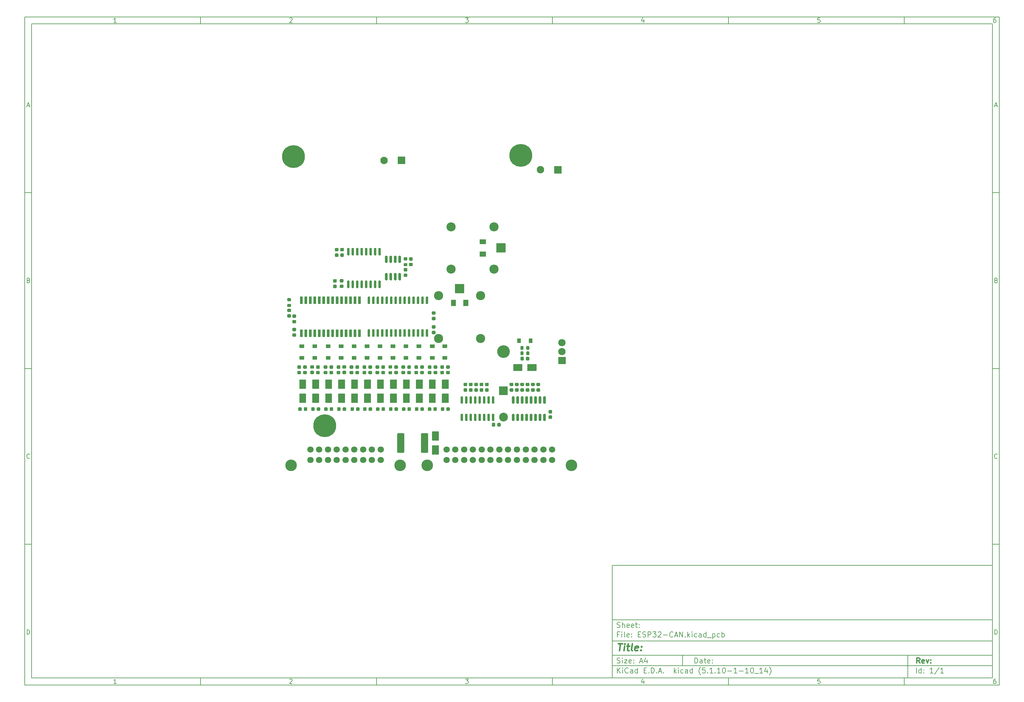
<source format=gbs>
G04 #@! TF.GenerationSoftware,KiCad,Pcbnew,(5.1.10-1-10_14)*
G04 #@! TF.CreationDate,2021-11-05T12:47:59+08:00*
G04 #@! TF.ProjectId,ESP32-CAN,45535033-322d-4434-914e-2e6b69636164,rev?*
G04 #@! TF.SameCoordinates,Original*
G04 #@! TF.FileFunction,Soldermask,Bot*
G04 #@! TF.FilePolarity,Negative*
%FSLAX46Y46*%
G04 Gerber Fmt 4.6, Leading zero omitted, Abs format (unit mm)*
G04 Created by KiCad (PCBNEW (5.1.10-1-10_14)) date 2021-11-05 12:47:59*
%MOMM*%
%LPD*%
G01*
G04 APERTURE LIST*
%ADD10C,0.100000*%
%ADD11C,0.150000*%
%ADD12C,0.300000*%
%ADD13C,0.400000*%
%ADD14C,3.302000*%
%ADD15C,1.802000*%
%ADD16C,2.502000*%
%ADD17O,2.102000X2.007000*%
%ADD18O,3.602000X3.602000*%
%ADD19O,2.602000X2.602000*%
%ADD20C,0.902000*%
%ADD21C,6.502000*%
%ADD22C,2.102000*%
G04 APERTURE END LIST*
D10*
D11*
X177002200Y-166007200D02*
X177002200Y-198007200D01*
X285002200Y-198007200D01*
X285002200Y-166007200D01*
X177002200Y-166007200D01*
D10*
D11*
X10000000Y-10000000D02*
X10000000Y-200007200D01*
X287002200Y-200007200D01*
X287002200Y-10000000D01*
X10000000Y-10000000D01*
D10*
D11*
X12000000Y-12000000D02*
X12000000Y-198007200D01*
X285002200Y-198007200D01*
X285002200Y-12000000D01*
X12000000Y-12000000D01*
D10*
D11*
X60000000Y-12000000D02*
X60000000Y-10000000D01*
D10*
D11*
X110000000Y-12000000D02*
X110000000Y-10000000D01*
D10*
D11*
X160000000Y-12000000D02*
X160000000Y-10000000D01*
D10*
D11*
X210000000Y-12000000D02*
X210000000Y-10000000D01*
D10*
D11*
X260000000Y-12000000D02*
X260000000Y-10000000D01*
D10*
D11*
X36065476Y-11588095D02*
X35322619Y-11588095D01*
X35694047Y-11588095D02*
X35694047Y-10288095D01*
X35570238Y-10473809D01*
X35446428Y-10597619D01*
X35322619Y-10659523D01*
D10*
D11*
X85322619Y-10411904D02*
X85384523Y-10350000D01*
X85508333Y-10288095D01*
X85817857Y-10288095D01*
X85941666Y-10350000D01*
X86003571Y-10411904D01*
X86065476Y-10535714D01*
X86065476Y-10659523D01*
X86003571Y-10845238D01*
X85260714Y-11588095D01*
X86065476Y-11588095D01*
D10*
D11*
X135260714Y-10288095D02*
X136065476Y-10288095D01*
X135632142Y-10783333D01*
X135817857Y-10783333D01*
X135941666Y-10845238D01*
X136003571Y-10907142D01*
X136065476Y-11030952D01*
X136065476Y-11340476D01*
X136003571Y-11464285D01*
X135941666Y-11526190D01*
X135817857Y-11588095D01*
X135446428Y-11588095D01*
X135322619Y-11526190D01*
X135260714Y-11464285D01*
D10*
D11*
X185941666Y-10721428D02*
X185941666Y-11588095D01*
X185632142Y-10226190D02*
X185322619Y-11154761D01*
X186127380Y-11154761D01*
D10*
D11*
X236003571Y-10288095D02*
X235384523Y-10288095D01*
X235322619Y-10907142D01*
X235384523Y-10845238D01*
X235508333Y-10783333D01*
X235817857Y-10783333D01*
X235941666Y-10845238D01*
X236003571Y-10907142D01*
X236065476Y-11030952D01*
X236065476Y-11340476D01*
X236003571Y-11464285D01*
X235941666Y-11526190D01*
X235817857Y-11588095D01*
X235508333Y-11588095D01*
X235384523Y-11526190D01*
X235322619Y-11464285D01*
D10*
D11*
X285941666Y-10288095D02*
X285694047Y-10288095D01*
X285570238Y-10350000D01*
X285508333Y-10411904D01*
X285384523Y-10597619D01*
X285322619Y-10845238D01*
X285322619Y-11340476D01*
X285384523Y-11464285D01*
X285446428Y-11526190D01*
X285570238Y-11588095D01*
X285817857Y-11588095D01*
X285941666Y-11526190D01*
X286003571Y-11464285D01*
X286065476Y-11340476D01*
X286065476Y-11030952D01*
X286003571Y-10907142D01*
X285941666Y-10845238D01*
X285817857Y-10783333D01*
X285570238Y-10783333D01*
X285446428Y-10845238D01*
X285384523Y-10907142D01*
X285322619Y-11030952D01*
D10*
D11*
X60000000Y-198007200D02*
X60000000Y-200007200D01*
D10*
D11*
X110000000Y-198007200D02*
X110000000Y-200007200D01*
D10*
D11*
X160000000Y-198007200D02*
X160000000Y-200007200D01*
D10*
D11*
X210000000Y-198007200D02*
X210000000Y-200007200D01*
D10*
D11*
X260000000Y-198007200D02*
X260000000Y-200007200D01*
D10*
D11*
X36065476Y-199595295D02*
X35322619Y-199595295D01*
X35694047Y-199595295D02*
X35694047Y-198295295D01*
X35570238Y-198481009D01*
X35446428Y-198604819D01*
X35322619Y-198666723D01*
D10*
D11*
X85322619Y-198419104D02*
X85384523Y-198357200D01*
X85508333Y-198295295D01*
X85817857Y-198295295D01*
X85941666Y-198357200D01*
X86003571Y-198419104D01*
X86065476Y-198542914D01*
X86065476Y-198666723D01*
X86003571Y-198852438D01*
X85260714Y-199595295D01*
X86065476Y-199595295D01*
D10*
D11*
X135260714Y-198295295D02*
X136065476Y-198295295D01*
X135632142Y-198790533D01*
X135817857Y-198790533D01*
X135941666Y-198852438D01*
X136003571Y-198914342D01*
X136065476Y-199038152D01*
X136065476Y-199347676D01*
X136003571Y-199471485D01*
X135941666Y-199533390D01*
X135817857Y-199595295D01*
X135446428Y-199595295D01*
X135322619Y-199533390D01*
X135260714Y-199471485D01*
D10*
D11*
X185941666Y-198728628D02*
X185941666Y-199595295D01*
X185632142Y-198233390D02*
X185322619Y-199161961D01*
X186127380Y-199161961D01*
D10*
D11*
X236003571Y-198295295D02*
X235384523Y-198295295D01*
X235322619Y-198914342D01*
X235384523Y-198852438D01*
X235508333Y-198790533D01*
X235817857Y-198790533D01*
X235941666Y-198852438D01*
X236003571Y-198914342D01*
X236065476Y-199038152D01*
X236065476Y-199347676D01*
X236003571Y-199471485D01*
X235941666Y-199533390D01*
X235817857Y-199595295D01*
X235508333Y-199595295D01*
X235384523Y-199533390D01*
X235322619Y-199471485D01*
D10*
D11*
X285941666Y-198295295D02*
X285694047Y-198295295D01*
X285570238Y-198357200D01*
X285508333Y-198419104D01*
X285384523Y-198604819D01*
X285322619Y-198852438D01*
X285322619Y-199347676D01*
X285384523Y-199471485D01*
X285446428Y-199533390D01*
X285570238Y-199595295D01*
X285817857Y-199595295D01*
X285941666Y-199533390D01*
X286003571Y-199471485D01*
X286065476Y-199347676D01*
X286065476Y-199038152D01*
X286003571Y-198914342D01*
X285941666Y-198852438D01*
X285817857Y-198790533D01*
X285570238Y-198790533D01*
X285446428Y-198852438D01*
X285384523Y-198914342D01*
X285322619Y-199038152D01*
D10*
D11*
X10000000Y-60000000D02*
X12000000Y-60000000D01*
D10*
D11*
X10000000Y-110000000D02*
X12000000Y-110000000D01*
D10*
D11*
X10000000Y-160000000D02*
X12000000Y-160000000D01*
D10*
D11*
X10690476Y-35216666D02*
X11309523Y-35216666D01*
X10566666Y-35588095D02*
X11000000Y-34288095D01*
X11433333Y-35588095D01*
D10*
D11*
X11092857Y-84907142D02*
X11278571Y-84969047D01*
X11340476Y-85030952D01*
X11402380Y-85154761D01*
X11402380Y-85340476D01*
X11340476Y-85464285D01*
X11278571Y-85526190D01*
X11154761Y-85588095D01*
X10659523Y-85588095D01*
X10659523Y-84288095D01*
X11092857Y-84288095D01*
X11216666Y-84350000D01*
X11278571Y-84411904D01*
X11340476Y-84535714D01*
X11340476Y-84659523D01*
X11278571Y-84783333D01*
X11216666Y-84845238D01*
X11092857Y-84907142D01*
X10659523Y-84907142D01*
D10*
D11*
X11402380Y-135464285D02*
X11340476Y-135526190D01*
X11154761Y-135588095D01*
X11030952Y-135588095D01*
X10845238Y-135526190D01*
X10721428Y-135402380D01*
X10659523Y-135278571D01*
X10597619Y-135030952D01*
X10597619Y-134845238D01*
X10659523Y-134597619D01*
X10721428Y-134473809D01*
X10845238Y-134350000D01*
X11030952Y-134288095D01*
X11154761Y-134288095D01*
X11340476Y-134350000D01*
X11402380Y-134411904D01*
D10*
D11*
X10659523Y-185588095D02*
X10659523Y-184288095D01*
X10969047Y-184288095D01*
X11154761Y-184350000D01*
X11278571Y-184473809D01*
X11340476Y-184597619D01*
X11402380Y-184845238D01*
X11402380Y-185030952D01*
X11340476Y-185278571D01*
X11278571Y-185402380D01*
X11154761Y-185526190D01*
X10969047Y-185588095D01*
X10659523Y-185588095D01*
D10*
D11*
X287002200Y-60000000D02*
X285002200Y-60000000D01*
D10*
D11*
X287002200Y-110000000D02*
X285002200Y-110000000D01*
D10*
D11*
X287002200Y-160000000D02*
X285002200Y-160000000D01*
D10*
D11*
X285692676Y-35216666D02*
X286311723Y-35216666D01*
X285568866Y-35588095D02*
X286002200Y-34288095D01*
X286435533Y-35588095D01*
D10*
D11*
X286095057Y-84907142D02*
X286280771Y-84969047D01*
X286342676Y-85030952D01*
X286404580Y-85154761D01*
X286404580Y-85340476D01*
X286342676Y-85464285D01*
X286280771Y-85526190D01*
X286156961Y-85588095D01*
X285661723Y-85588095D01*
X285661723Y-84288095D01*
X286095057Y-84288095D01*
X286218866Y-84350000D01*
X286280771Y-84411904D01*
X286342676Y-84535714D01*
X286342676Y-84659523D01*
X286280771Y-84783333D01*
X286218866Y-84845238D01*
X286095057Y-84907142D01*
X285661723Y-84907142D01*
D10*
D11*
X286404580Y-135464285D02*
X286342676Y-135526190D01*
X286156961Y-135588095D01*
X286033152Y-135588095D01*
X285847438Y-135526190D01*
X285723628Y-135402380D01*
X285661723Y-135278571D01*
X285599819Y-135030952D01*
X285599819Y-134845238D01*
X285661723Y-134597619D01*
X285723628Y-134473809D01*
X285847438Y-134350000D01*
X286033152Y-134288095D01*
X286156961Y-134288095D01*
X286342676Y-134350000D01*
X286404580Y-134411904D01*
D10*
D11*
X285661723Y-185588095D02*
X285661723Y-184288095D01*
X285971247Y-184288095D01*
X286156961Y-184350000D01*
X286280771Y-184473809D01*
X286342676Y-184597619D01*
X286404580Y-184845238D01*
X286404580Y-185030952D01*
X286342676Y-185278571D01*
X286280771Y-185402380D01*
X286156961Y-185526190D01*
X285971247Y-185588095D01*
X285661723Y-185588095D01*
D10*
D11*
X200434342Y-193785771D02*
X200434342Y-192285771D01*
X200791485Y-192285771D01*
X201005771Y-192357200D01*
X201148628Y-192500057D01*
X201220057Y-192642914D01*
X201291485Y-192928628D01*
X201291485Y-193142914D01*
X201220057Y-193428628D01*
X201148628Y-193571485D01*
X201005771Y-193714342D01*
X200791485Y-193785771D01*
X200434342Y-193785771D01*
X202577200Y-193785771D02*
X202577200Y-193000057D01*
X202505771Y-192857200D01*
X202362914Y-192785771D01*
X202077200Y-192785771D01*
X201934342Y-192857200D01*
X202577200Y-193714342D02*
X202434342Y-193785771D01*
X202077200Y-193785771D01*
X201934342Y-193714342D01*
X201862914Y-193571485D01*
X201862914Y-193428628D01*
X201934342Y-193285771D01*
X202077200Y-193214342D01*
X202434342Y-193214342D01*
X202577200Y-193142914D01*
X203077200Y-192785771D02*
X203648628Y-192785771D01*
X203291485Y-192285771D02*
X203291485Y-193571485D01*
X203362914Y-193714342D01*
X203505771Y-193785771D01*
X203648628Y-193785771D01*
X204720057Y-193714342D02*
X204577200Y-193785771D01*
X204291485Y-193785771D01*
X204148628Y-193714342D01*
X204077200Y-193571485D01*
X204077200Y-193000057D01*
X204148628Y-192857200D01*
X204291485Y-192785771D01*
X204577200Y-192785771D01*
X204720057Y-192857200D01*
X204791485Y-193000057D01*
X204791485Y-193142914D01*
X204077200Y-193285771D01*
X205434342Y-193642914D02*
X205505771Y-193714342D01*
X205434342Y-193785771D01*
X205362914Y-193714342D01*
X205434342Y-193642914D01*
X205434342Y-193785771D01*
X205434342Y-192857200D02*
X205505771Y-192928628D01*
X205434342Y-193000057D01*
X205362914Y-192928628D01*
X205434342Y-192857200D01*
X205434342Y-193000057D01*
D10*
D11*
X177002200Y-194507200D02*
X285002200Y-194507200D01*
D10*
D11*
X178434342Y-196585771D02*
X178434342Y-195085771D01*
X179291485Y-196585771D02*
X178648628Y-195728628D01*
X179291485Y-195085771D02*
X178434342Y-195942914D01*
X179934342Y-196585771D02*
X179934342Y-195585771D01*
X179934342Y-195085771D02*
X179862914Y-195157200D01*
X179934342Y-195228628D01*
X180005771Y-195157200D01*
X179934342Y-195085771D01*
X179934342Y-195228628D01*
X181505771Y-196442914D02*
X181434342Y-196514342D01*
X181220057Y-196585771D01*
X181077200Y-196585771D01*
X180862914Y-196514342D01*
X180720057Y-196371485D01*
X180648628Y-196228628D01*
X180577200Y-195942914D01*
X180577200Y-195728628D01*
X180648628Y-195442914D01*
X180720057Y-195300057D01*
X180862914Y-195157200D01*
X181077200Y-195085771D01*
X181220057Y-195085771D01*
X181434342Y-195157200D01*
X181505771Y-195228628D01*
X182791485Y-196585771D02*
X182791485Y-195800057D01*
X182720057Y-195657200D01*
X182577200Y-195585771D01*
X182291485Y-195585771D01*
X182148628Y-195657200D01*
X182791485Y-196514342D02*
X182648628Y-196585771D01*
X182291485Y-196585771D01*
X182148628Y-196514342D01*
X182077200Y-196371485D01*
X182077200Y-196228628D01*
X182148628Y-196085771D01*
X182291485Y-196014342D01*
X182648628Y-196014342D01*
X182791485Y-195942914D01*
X184148628Y-196585771D02*
X184148628Y-195085771D01*
X184148628Y-196514342D02*
X184005771Y-196585771D01*
X183720057Y-196585771D01*
X183577200Y-196514342D01*
X183505771Y-196442914D01*
X183434342Y-196300057D01*
X183434342Y-195871485D01*
X183505771Y-195728628D01*
X183577200Y-195657200D01*
X183720057Y-195585771D01*
X184005771Y-195585771D01*
X184148628Y-195657200D01*
X186005771Y-195800057D02*
X186505771Y-195800057D01*
X186720057Y-196585771D02*
X186005771Y-196585771D01*
X186005771Y-195085771D01*
X186720057Y-195085771D01*
X187362914Y-196442914D02*
X187434342Y-196514342D01*
X187362914Y-196585771D01*
X187291485Y-196514342D01*
X187362914Y-196442914D01*
X187362914Y-196585771D01*
X188077200Y-196585771D02*
X188077200Y-195085771D01*
X188434342Y-195085771D01*
X188648628Y-195157200D01*
X188791485Y-195300057D01*
X188862914Y-195442914D01*
X188934342Y-195728628D01*
X188934342Y-195942914D01*
X188862914Y-196228628D01*
X188791485Y-196371485D01*
X188648628Y-196514342D01*
X188434342Y-196585771D01*
X188077200Y-196585771D01*
X189577200Y-196442914D02*
X189648628Y-196514342D01*
X189577200Y-196585771D01*
X189505771Y-196514342D01*
X189577200Y-196442914D01*
X189577200Y-196585771D01*
X190220057Y-196157200D02*
X190934342Y-196157200D01*
X190077200Y-196585771D02*
X190577200Y-195085771D01*
X191077200Y-196585771D01*
X191577200Y-196442914D02*
X191648628Y-196514342D01*
X191577200Y-196585771D01*
X191505771Y-196514342D01*
X191577200Y-196442914D01*
X191577200Y-196585771D01*
X194577200Y-196585771D02*
X194577200Y-195085771D01*
X194720057Y-196014342D02*
X195148628Y-196585771D01*
X195148628Y-195585771D02*
X194577200Y-196157200D01*
X195791485Y-196585771D02*
X195791485Y-195585771D01*
X195791485Y-195085771D02*
X195720057Y-195157200D01*
X195791485Y-195228628D01*
X195862914Y-195157200D01*
X195791485Y-195085771D01*
X195791485Y-195228628D01*
X197148628Y-196514342D02*
X197005771Y-196585771D01*
X196720057Y-196585771D01*
X196577200Y-196514342D01*
X196505771Y-196442914D01*
X196434342Y-196300057D01*
X196434342Y-195871485D01*
X196505771Y-195728628D01*
X196577200Y-195657200D01*
X196720057Y-195585771D01*
X197005771Y-195585771D01*
X197148628Y-195657200D01*
X198434342Y-196585771D02*
X198434342Y-195800057D01*
X198362914Y-195657200D01*
X198220057Y-195585771D01*
X197934342Y-195585771D01*
X197791485Y-195657200D01*
X198434342Y-196514342D02*
X198291485Y-196585771D01*
X197934342Y-196585771D01*
X197791485Y-196514342D01*
X197720057Y-196371485D01*
X197720057Y-196228628D01*
X197791485Y-196085771D01*
X197934342Y-196014342D01*
X198291485Y-196014342D01*
X198434342Y-195942914D01*
X199791485Y-196585771D02*
X199791485Y-195085771D01*
X199791485Y-196514342D02*
X199648628Y-196585771D01*
X199362914Y-196585771D01*
X199220057Y-196514342D01*
X199148628Y-196442914D01*
X199077200Y-196300057D01*
X199077200Y-195871485D01*
X199148628Y-195728628D01*
X199220057Y-195657200D01*
X199362914Y-195585771D01*
X199648628Y-195585771D01*
X199791485Y-195657200D01*
X202077200Y-197157200D02*
X202005771Y-197085771D01*
X201862914Y-196871485D01*
X201791485Y-196728628D01*
X201720057Y-196514342D01*
X201648628Y-196157200D01*
X201648628Y-195871485D01*
X201720057Y-195514342D01*
X201791485Y-195300057D01*
X201862914Y-195157200D01*
X202005771Y-194942914D01*
X202077200Y-194871485D01*
X203362914Y-195085771D02*
X202648628Y-195085771D01*
X202577200Y-195800057D01*
X202648628Y-195728628D01*
X202791485Y-195657200D01*
X203148628Y-195657200D01*
X203291485Y-195728628D01*
X203362914Y-195800057D01*
X203434342Y-195942914D01*
X203434342Y-196300057D01*
X203362914Y-196442914D01*
X203291485Y-196514342D01*
X203148628Y-196585771D01*
X202791485Y-196585771D01*
X202648628Y-196514342D01*
X202577200Y-196442914D01*
X204077200Y-196442914D02*
X204148628Y-196514342D01*
X204077200Y-196585771D01*
X204005771Y-196514342D01*
X204077200Y-196442914D01*
X204077200Y-196585771D01*
X205577200Y-196585771D02*
X204720057Y-196585771D01*
X205148628Y-196585771D02*
X205148628Y-195085771D01*
X205005771Y-195300057D01*
X204862914Y-195442914D01*
X204720057Y-195514342D01*
X206220057Y-196442914D02*
X206291485Y-196514342D01*
X206220057Y-196585771D01*
X206148628Y-196514342D01*
X206220057Y-196442914D01*
X206220057Y-196585771D01*
X207720057Y-196585771D02*
X206862914Y-196585771D01*
X207291485Y-196585771D02*
X207291485Y-195085771D01*
X207148628Y-195300057D01*
X207005771Y-195442914D01*
X206862914Y-195514342D01*
X208648628Y-195085771D02*
X208791485Y-195085771D01*
X208934342Y-195157200D01*
X209005771Y-195228628D01*
X209077200Y-195371485D01*
X209148628Y-195657200D01*
X209148628Y-196014342D01*
X209077200Y-196300057D01*
X209005771Y-196442914D01*
X208934342Y-196514342D01*
X208791485Y-196585771D01*
X208648628Y-196585771D01*
X208505771Y-196514342D01*
X208434342Y-196442914D01*
X208362914Y-196300057D01*
X208291485Y-196014342D01*
X208291485Y-195657200D01*
X208362914Y-195371485D01*
X208434342Y-195228628D01*
X208505771Y-195157200D01*
X208648628Y-195085771D01*
X209791485Y-196014342D02*
X210934342Y-196014342D01*
X212434342Y-196585771D02*
X211577200Y-196585771D01*
X212005771Y-196585771D02*
X212005771Y-195085771D01*
X211862914Y-195300057D01*
X211720057Y-195442914D01*
X211577200Y-195514342D01*
X213077200Y-196014342D02*
X214220057Y-196014342D01*
X215720057Y-196585771D02*
X214862914Y-196585771D01*
X215291485Y-196585771D02*
X215291485Y-195085771D01*
X215148628Y-195300057D01*
X215005771Y-195442914D01*
X214862914Y-195514342D01*
X216648628Y-195085771D02*
X216791485Y-195085771D01*
X216934342Y-195157200D01*
X217005771Y-195228628D01*
X217077200Y-195371485D01*
X217148628Y-195657200D01*
X217148628Y-196014342D01*
X217077200Y-196300057D01*
X217005771Y-196442914D01*
X216934342Y-196514342D01*
X216791485Y-196585771D01*
X216648628Y-196585771D01*
X216505771Y-196514342D01*
X216434342Y-196442914D01*
X216362914Y-196300057D01*
X216291485Y-196014342D01*
X216291485Y-195657200D01*
X216362914Y-195371485D01*
X216434342Y-195228628D01*
X216505771Y-195157200D01*
X216648628Y-195085771D01*
X217434342Y-196728628D02*
X218577200Y-196728628D01*
X219720057Y-196585771D02*
X218862914Y-196585771D01*
X219291485Y-196585771D02*
X219291485Y-195085771D01*
X219148628Y-195300057D01*
X219005771Y-195442914D01*
X218862914Y-195514342D01*
X221005771Y-195585771D02*
X221005771Y-196585771D01*
X220648628Y-195014342D02*
X220291485Y-196085771D01*
X221220057Y-196085771D01*
X221648628Y-197157200D02*
X221720057Y-197085771D01*
X221862914Y-196871485D01*
X221934342Y-196728628D01*
X222005771Y-196514342D01*
X222077200Y-196157200D01*
X222077200Y-195871485D01*
X222005771Y-195514342D01*
X221934342Y-195300057D01*
X221862914Y-195157200D01*
X221720057Y-194942914D01*
X221648628Y-194871485D01*
D10*
D11*
X177002200Y-191507200D02*
X285002200Y-191507200D01*
D10*
D12*
X264411485Y-193785771D02*
X263911485Y-193071485D01*
X263554342Y-193785771D02*
X263554342Y-192285771D01*
X264125771Y-192285771D01*
X264268628Y-192357200D01*
X264340057Y-192428628D01*
X264411485Y-192571485D01*
X264411485Y-192785771D01*
X264340057Y-192928628D01*
X264268628Y-193000057D01*
X264125771Y-193071485D01*
X263554342Y-193071485D01*
X265625771Y-193714342D02*
X265482914Y-193785771D01*
X265197200Y-193785771D01*
X265054342Y-193714342D01*
X264982914Y-193571485D01*
X264982914Y-193000057D01*
X265054342Y-192857200D01*
X265197200Y-192785771D01*
X265482914Y-192785771D01*
X265625771Y-192857200D01*
X265697200Y-193000057D01*
X265697200Y-193142914D01*
X264982914Y-193285771D01*
X266197200Y-192785771D02*
X266554342Y-193785771D01*
X266911485Y-192785771D01*
X267482914Y-193642914D02*
X267554342Y-193714342D01*
X267482914Y-193785771D01*
X267411485Y-193714342D01*
X267482914Y-193642914D01*
X267482914Y-193785771D01*
X267482914Y-192857200D02*
X267554342Y-192928628D01*
X267482914Y-193000057D01*
X267411485Y-192928628D01*
X267482914Y-192857200D01*
X267482914Y-193000057D01*
D10*
D11*
X178362914Y-193714342D02*
X178577200Y-193785771D01*
X178934342Y-193785771D01*
X179077200Y-193714342D01*
X179148628Y-193642914D01*
X179220057Y-193500057D01*
X179220057Y-193357200D01*
X179148628Y-193214342D01*
X179077200Y-193142914D01*
X178934342Y-193071485D01*
X178648628Y-193000057D01*
X178505771Y-192928628D01*
X178434342Y-192857200D01*
X178362914Y-192714342D01*
X178362914Y-192571485D01*
X178434342Y-192428628D01*
X178505771Y-192357200D01*
X178648628Y-192285771D01*
X179005771Y-192285771D01*
X179220057Y-192357200D01*
X179862914Y-193785771D02*
X179862914Y-192785771D01*
X179862914Y-192285771D02*
X179791485Y-192357200D01*
X179862914Y-192428628D01*
X179934342Y-192357200D01*
X179862914Y-192285771D01*
X179862914Y-192428628D01*
X180434342Y-192785771D02*
X181220057Y-192785771D01*
X180434342Y-193785771D01*
X181220057Y-193785771D01*
X182362914Y-193714342D02*
X182220057Y-193785771D01*
X181934342Y-193785771D01*
X181791485Y-193714342D01*
X181720057Y-193571485D01*
X181720057Y-193000057D01*
X181791485Y-192857200D01*
X181934342Y-192785771D01*
X182220057Y-192785771D01*
X182362914Y-192857200D01*
X182434342Y-193000057D01*
X182434342Y-193142914D01*
X181720057Y-193285771D01*
X183077200Y-193642914D02*
X183148628Y-193714342D01*
X183077200Y-193785771D01*
X183005771Y-193714342D01*
X183077200Y-193642914D01*
X183077200Y-193785771D01*
X183077200Y-192857200D02*
X183148628Y-192928628D01*
X183077200Y-193000057D01*
X183005771Y-192928628D01*
X183077200Y-192857200D01*
X183077200Y-193000057D01*
X184862914Y-193357200D02*
X185577200Y-193357200D01*
X184720057Y-193785771D02*
X185220057Y-192285771D01*
X185720057Y-193785771D01*
X186862914Y-192785771D02*
X186862914Y-193785771D01*
X186505771Y-192214342D02*
X186148628Y-193285771D01*
X187077200Y-193285771D01*
D10*
D11*
X263434342Y-196585771D02*
X263434342Y-195085771D01*
X264791485Y-196585771D02*
X264791485Y-195085771D01*
X264791485Y-196514342D02*
X264648628Y-196585771D01*
X264362914Y-196585771D01*
X264220057Y-196514342D01*
X264148628Y-196442914D01*
X264077200Y-196300057D01*
X264077200Y-195871485D01*
X264148628Y-195728628D01*
X264220057Y-195657200D01*
X264362914Y-195585771D01*
X264648628Y-195585771D01*
X264791485Y-195657200D01*
X265505771Y-196442914D02*
X265577200Y-196514342D01*
X265505771Y-196585771D01*
X265434342Y-196514342D01*
X265505771Y-196442914D01*
X265505771Y-196585771D01*
X265505771Y-195657200D02*
X265577200Y-195728628D01*
X265505771Y-195800057D01*
X265434342Y-195728628D01*
X265505771Y-195657200D01*
X265505771Y-195800057D01*
X268148628Y-196585771D02*
X267291485Y-196585771D01*
X267720057Y-196585771D02*
X267720057Y-195085771D01*
X267577200Y-195300057D01*
X267434342Y-195442914D01*
X267291485Y-195514342D01*
X269862914Y-195014342D02*
X268577200Y-196942914D01*
X271148628Y-196585771D02*
X270291485Y-196585771D01*
X270720057Y-196585771D02*
X270720057Y-195085771D01*
X270577200Y-195300057D01*
X270434342Y-195442914D01*
X270291485Y-195514342D01*
D10*
D11*
X177002200Y-187507200D02*
X285002200Y-187507200D01*
D10*
D13*
X178714580Y-188211961D02*
X179857438Y-188211961D01*
X179036009Y-190211961D02*
X179286009Y-188211961D01*
X180274104Y-190211961D02*
X180440771Y-188878628D01*
X180524104Y-188211961D02*
X180416961Y-188307200D01*
X180500295Y-188402438D01*
X180607438Y-188307200D01*
X180524104Y-188211961D01*
X180500295Y-188402438D01*
X181107438Y-188878628D02*
X181869342Y-188878628D01*
X181476485Y-188211961D02*
X181262200Y-189926247D01*
X181333628Y-190116723D01*
X181512200Y-190211961D01*
X181702676Y-190211961D01*
X182655057Y-190211961D02*
X182476485Y-190116723D01*
X182405057Y-189926247D01*
X182619342Y-188211961D01*
X184190771Y-190116723D02*
X183988390Y-190211961D01*
X183607438Y-190211961D01*
X183428866Y-190116723D01*
X183357438Y-189926247D01*
X183452676Y-189164342D01*
X183571723Y-188973866D01*
X183774104Y-188878628D01*
X184155057Y-188878628D01*
X184333628Y-188973866D01*
X184405057Y-189164342D01*
X184381247Y-189354819D01*
X183405057Y-189545295D01*
X185155057Y-190021485D02*
X185238390Y-190116723D01*
X185131247Y-190211961D01*
X185047914Y-190116723D01*
X185155057Y-190021485D01*
X185131247Y-190211961D01*
X185286009Y-188973866D02*
X185369342Y-189069104D01*
X185262200Y-189164342D01*
X185178866Y-189069104D01*
X185286009Y-188973866D01*
X185262200Y-189164342D01*
D10*
D11*
X178934342Y-185600057D02*
X178434342Y-185600057D01*
X178434342Y-186385771D02*
X178434342Y-184885771D01*
X179148628Y-184885771D01*
X179720057Y-186385771D02*
X179720057Y-185385771D01*
X179720057Y-184885771D02*
X179648628Y-184957200D01*
X179720057Y-185028628D01*
X179791485Y-184957200D01*
X179720057Y-184885771D01*
X179720057Y-185028628D01*
X180648628Y-186385771D02*
X180505771Y-186314342D01*
X180434342Y-186171485D01*
X180434342Y-184885771D01*
X181791485Y-186314342D02*
X181648628Y-186385771D01*
X181362914Y-186385771D01*
X181220057Y-186314342D01*
X181148628Y-186171485D01*
X181148628Y-185600057D01*
X181220057Y-185457200D01*
X181362914Y-185385771D01*
X181648628Y-185385771D01*
X181791485Y-185457200D01*
X181862914Y-185600057D01*
X181862914Y-185742914D01*
X181148628Y-185885771D01*
X182505771Y-186242914D02*
X182577200Y-186314342D01*
X182505771Y-186385771D01*
X182434342Y-186314342D01*
X182505771Y-186242914D01*
X182505771Y-186385771D01*
X182505771Y-185457200D02*
X182577200Y-185528628D01*
X182505771Y-185600057D01*
X182434342Y-185528628D01*
X182505771Y-185457200D01*
X182505771Y-185600057D01*
X184362914Y-185600057D02*
X184862914Y-185600057D01*
X185077200Y-186385771D02*
X184362914Y-186385771D01*
X184362914Y-184885771D01*
X185077200Y-184885771D01*
X185648628Y-186314342D02*
X185862914Y-186385771D01*
X186220057Y-186385771D01*
X186362914Y-186314342D01*
X186434342Y-186242914D01*
X186505771Y-186100057D01*
X186505771Y-185957200D01*
X186434342Y-185814342D01*
X186362914Y-185742914D01*
X186220057Y-185671485D01*
X185934342Y-185600057D01*
X185791485Y-185528628D01*
X185720057Y-185457200D01*
X185648628Y-185314342D01*
X185648628Y-185171485D01*
X185720057Y-185028628D01*
X185791485Y-184957200D01*
X185934342Y-184885771D01*
X186291485Y-184885771D01*
X186505771Y-184957200D01*
X187148628Y-186385771D02*
X187148628Y-184885771D01*
X187720057Y-184885771D01*
X187862914Y-184957200D01*
X187934342Y-185028628D01*
X188005771Y-185171485D01*
X188005771Y-185385771D01*
X187934342Y-185528628D01*
X187862914Y-185600057D01*
X187720057Y-185671485D01*
X187148628Y-185671485D01*
X188505771Y-184885771D02*
X189434342Y-184885771D01*
X188934342Y-185457200D01*
X189148628Y-185457200D01*
X189291485Y-185528628D01*
X189362914Y-185600057D01*
X189434342Y-185742914D01*
X189434342Y-186100057D01*
X189362914Y-186242914D01*
X189291485Y-186314342D01*
X189148628Y-186385771D01*
X188720057Y-186385771D01*
X188577200Y-186314342D01*
X188505771Y-186242914D01*
X190005771Y-185028628D02*
X190077200Y-184957200D01*
X190220057Y-184885771D01*
X190577200Y-184885771D01*
X190720057Y-184957200D01*
X190791485Y-185028628D01*
X190862914Y-185171485D01*
X190862914Y-185314342D01*
X190791485Y-185528628D01*
X189934342Y-186385771D01*
X190862914Y-186385771D01*
X191505771Y-185814342D02*
X192648628Y-185814342D01*
X194220057Y-186242914D02*
X194148628Y-186314342D01*
X193934342Y-186385771D01*
X193791485Y-186385771D01*
X193577200Y-186314342D01*
X193434342Y-186171485D01*
X193362914Y-186028628D01*
X193291485Y-185742914D01*
X193291485Y-185528628D01*
X193362914Y-185242914D01*
X193434342Y-185100057D01*
X193577200Y-184957200D01*
X193791485Y-184885771D01*
X193934342Y-184885771D01*
X194148628Y-184957200D01*
X194220057Y-185028628D01*
X194791485Y-185957200D02*
X195505771Y-185957200D01*
X194648628Y-186385771D02*
X195148628Y-184885771D01*
X195648628Y-186385771D01*
X196148628Y-186385771D02*
X196148628Y-184885771D01*
X197005771Y-186385771D01*
X197005771Y-184885771D01*
X197720057Y-186242914D02*
X197791485Y-186314342D01*
X197720057Y-186385771D01*
X197648628Y-186314342D01*
X197720057Y-186242914D01*
X197720057Y-186385771D01*
X198434342Y-186385771D02*
X198434342Y-184885771D01*
X198577200Y-185814342D02*
X199005771Y-186385771D01*
X199005771Y-185385771D02*
X198434342Y-185957200D01*
X199648628Y-186385771D02*
X199648628Y-185385771D01*
X199648628Y-184885771D02*
X199577200Y-184957200D01*
X199648628Y-185028628D01*
X199720057Y-184957200D01*
X199648628Y-184885771D01*
X199648628Y-185028628D01*
X201005771Y-186314342D02*
X200862914Y-186385771D01*
X200577200Y-186385771D01*
X200434342Y-186314342D01*
X200362914Y-186242914D01*
X200291485Y-186100057D01*
X200291485Y-185671485D01*
X200362914Y-185528628D01*
X200434342Y-185457200D01*
X200577200Y-185385771D01*
X200862914Y-185385771D01*
X201005771Y-185457200D01*
X202291485Y-186385771D02*
X202291485Y-185600057D01*
X202220057Y-185457200D01*
X202077200Y-185385771D01*
X201791485Y-185385771D01*
X201648628Y-185457200D01*
X202291485Y-186314342D02*
X202148628Y-186385771D01*
X201791485Y-186385771D01*
X201648628Y-186314342D01*
X201577200Y-186171485D01*
X201577200Y-186028628D01*
X201648628Y-185885771D01*
X201791485Y-185814342D01*
X202148628Y-185814342D01*
X202291485Y-185742914D01*
X203648628Y-186385771D02*
X203648628Y-184885771D01*
X203648628Y-186314342D02*
X203505771Y-186385771D01*
X203220057Y-186385771D01*
X203077200Y-186314342D01*
X203005771Y-186242914D01*
X202934342Y-186100057D01*
X202934342Y-185671485D01*
X203005771Y-185528628D01*
X203077200Y-185457200D01*
X203220057Y-185385771D01*
X203505771Y-185385771D01*
X203648628Y-185457200D01*
X204005771Y-186528628D02*
X205148628Y-186528628D01*
X205505771Y-185385771D02*
X205505771Y-186885771D01*
X205505771Y-185457200D02*
X205648628Y-185385771D01*
X205934342Y-185385771D01*
X206077200Y-185457200D01*
X206148628Y-185528628D01*
X206220057Y-185671485D01*
X206220057Y-186100057D01*
X206148628Y-186242914D01*
X206077200Y-186314342D01*
X205934342Y-186385771D01*
X205648628Y-186385771D01*
X205505771Y-186314342D01*
X207505771Y-186314342D02*
X207362914Y-186385771D01*
X207077200Y-186385771D01*
X206934342Y-186314342D01*
X206862914Y-186242914D01*
X206791485Y-186100057D01*
X206791485Y-185671485D01*
X206862914Y-185528628D01*
X206934342Y-185457200D01*
X207077200Y-185385771D01*
X207362914Y-185385771D01*
X207505771Y-185457200D01*
X208148628Y-186385771D02*
X208148628Y-184885771D01*
X208148628Y-185457200D02*
X208291485Y-185385771D01*
X208577200Y-185385771D01*
X208720057Y-185457200D01*
X208791485Y-185528628D01*
X208862914Y-185671485D01*
X208862914Y-186100057D01*
X208791485Y-186242914D01*
X208720057Y-186314342D01*
X208577200Y-186385771D01*
X208291485Y-186385771D01*
X208148628Y-186314342D01*
D10*
D11*
X177002200Y-181507200D02*
X285002200Y-181507200D01*
D10*
D11*
X178362914Y-183614342D02*
X178577200Y-183685771D01*
X178934342Y-183685771D01*
X179077200Y-183614342D01*
X179148628Y-183542914D01*
X179220057Y-183400057D01*
X179220057Y-183257200D01*
X179148628Y-183114342D01*
X179077200Y-183042914D01*
X178934342Y-182971485D01*
X178648628Y-182900057D01*
X178505771Y-182828628D01*
X178434342Y-182757200D01*
X178362914Y-182614342D01*
X178362914Y-182471485D01*
X178434342Y-182328628D01*
X178505771Y-182257200D01*
X178648628Y-182185771D01*
X179005771Y-182185771D01*
X179220057Y-182257200D01*
X179862914Y-183685771D02*
X179862914Y-182185771D01*
X180505771Y-183685771D02*
X180505771Y-182900057D01*
X180434342Y-182757200D01*
X180291485Y-182685771D01*
X180077200Y-182685771D01*
X179934342Y-182757200D01*
X179862914Y-182828628D01*
X181791485Y-183614342D02*
X181648628Y-183685771D01*
X181362914Y-183685771D01*
X181220057Y-183614342D01*
X181148628Y-183471485D01*
X181148628Y-182900057D01*
X181220057Y-182757200D01*
X181362914Y-182685771D01*
X181648628Y-182685771D01*
X181791485Y-182757200D01*
X181862914Y-182900057D01*
X181862914Y-183042914D01*
X181148628Y-183185771D01*
X183077200Y-183614342D02*
X182934342Y-183685771D01*
X182648628Y-183685771D01*
X182505771Y-183614342D01*
X182434342Y-183471485D01*
X182434342Y-182900057D01*
X182505771Y-182757200D01*
X182648628Y-182685771D01*
X182934342Y-182685771D01*
X183077200Y-182757200D01*
X183148628Y-182900057D01*
X183148628Y-183042914D01*
X182434342Y-183185771D01*
X183577200Y-182685771D02*
X184148628Y-182685771D01*
X183791485Y-182185771D02*
X183791485Y-183471485D01*
X183862914Y-183614342D01*
X184005771Y-183685771D01*
X184148628Y-183685771D01*
X184648628Y-183542914D02*
X184720057Y-183614342D01*
X184648628Y-183685771D01*
X184577200Y-183614342D01*
X184648628Y-183542914D01*
X184648628Y-183685771D01*
X184648628Y-182757200D02*
X184720057Y-182828628D01*
X184648628Y-182900057D01*
X184577200Y-182828628D01*
X184648628Y-182757200D01*
X184648628Y-182900057D01*
D10*
D11*
X197002200Y-191507200D02*
X197002200Y-194507200D01*
D10*
D11*
X261002200Y-191507200D02*
X261002200Y-198007200D01*
D14*
X85693600Y-137500000D03*
X116693600Y-137500000D03*
D15*
X101193600Y-136000000D03*
X101193600Y-133000000D03*
X91193600Y-133000000D03*
X93693600Y-133000000D03*
X96193600Y-133000000D03*
X98693600Y-133000000D03*
X111193600Y-133000000D03*
X108693600Y-133000000D03*
X106193600Y-133000000D03*
X103693600Y-133000000D03*
X111193600Y-136000000D03*
X108693600Y-136000000D03*
X106193600Y-136000000D03*
X103693600Y-136000000D03*
X91193600Y-136000000D03*
X93693600Y-136000000D03*
X96193600Y-136000000D03*
X98693600Y-136000000D03*
X144894300Y-133000000D03*
X147394300Y-133000000D03*
X149894300Y-133000000D03*
X152394300Y-133000000D03*
X154894300Y-133000000D03*
X157394300Y-133000000D03*
X159894300Y-133000000D03*
X142394300Y-133000000D03*
X139894300Y-133000000D03*
X137394300Y-133000000D03*
X134894300Y-133000000D03*
X132394300Y-133000000D03*
X129894300Y-133000000D03*
X144894300Y-136000000D03*
X142394300Y-136000000D03*
X139894300Y-136000000D03*
X137394300Y-136000000D03*
X134894300Y-136000000D03*
X132394300Y-136000000D03*
X129894300Y-136000000D03*
X147394300Y-136000000D03*
X149894300Y-136000000D03*
X152394300Y-136000000D03*
X154894300Y-136000000D03*
X157394300Y-136000000D03*
X159894300Y-136000000D03*
D14*
X165394300Y-137500000D03*
X124394300Y-137500000D03*
G36*
G01*
X118537500Y-79255000D02*
X117936500Y-79255000D01*
G75*
G02*
X117711000Y-79029500I0J225500D01*
G01*
X117711000Y-78578500D01*
G75*
G02*
X117936500Y-78353000I225500J0D01*
G01*
X118537500Y-78353000D01*
G75*
G02*
X118763000Y-78578500I0J-225500D01*
G01*
X118763000Y-79029500D01*
G75*
G02*
X118537500Y-79255000I-225500J0D01*
G01*
G37*
G36*
G01*
X118537500Y-80905000D02*
X117936500Y-80905000D01*
G75*
G02*
X117711000Y-80679500I0J225500D01*
G01*
X117711000Y-80228500D01*
G75*
G02*
X117936500Y-80003000I225500J0D01*
G01*
X118537500Y-80003000D01*
G75*
G02*
X118763000Y-80228500I0J-225500D01*
G01*
X118763000Y-80679500D01*
G75*
G02*
X118537500Y-80905000I-225500J0D01*
G01*
G37*
G36*
G01*
X84853000Y-91623500D02*
X85454000Y-91623500D01*
G75*
G02*
X85679500Y-91849000I0J-225500D01*
G01*
X85679500Y-92300000D01*
G75*
G02*
X85454000Y-92525500I-225500J0D01*
G01*
X84853000Y-92525500D01*
G75*
G02*
X84627500Y-92300000I0J225500D01*
G01*
X84627500Y-91849000D01*
G75*
G02*
X84853000Y-91623500I225500J0D01*
G01*
G37*
G36*
G01*
X84853000Y-89973500D02*
X85454000Y-89973500D01*
G75*
G02*
X85679500Y-90199000I0J-225500D01*
G01*
X85679500Y-90650000D01*
G75*
G02*
X85454000Y-90875500I-225500J0D01*
G01*
X84853000Y-90875500D01*
G75*
G02*
X84627500Y-90650000I0J225500D01*
G01*
X84627500Y-90199000D01*
G75*
G02*
X84853000Y-89973500I225500J0D01*
G01*
G37*
G36*
G01*
X84878000Y-94508000D02*
X85429000Y-94508000D01*
G75*
G02*
X85679500Y-94758500I0J-250500D01*
G01*
X85679500Y-95259500D01*
G75*
G02*
X85429000Y-95510000I-250500J0D01*
G01*
X84878000Y-95510000D01*
G75*
G02*
X84627500Y-95259500I0J250500D01*
G01*
X84627500Y-94758500D01*
G75*
G02*
X84878000Y-94508000I250500J0D01*
G01*
G37*
G36*
G01*
X84878000Y-92958000D02*
X85429000Y-92958000D01*
G75*
G02*
X85679500Y-93208500I0J-250500D01*
G01*
X85679500Y-93709500D01*
G75*
G02*
X85429000Y-93960000I-250500J0D01*
G01*
X84878000Y-93960000D01*
G75*
G02*
X84627500Y-93709500I0J250500D01*
G01*
X84627500Y-93208500D01*
G75*
G02*
X84878000Y-92958000I250500J0D01*
G01*
G37*
G36*
G01*
X111046500Y-87133000D02*
X110695500Y-87133000D01*
G75*
G02*
X110520000Y-86957500I0J175500D01*
G01*
X110520000Y-85156500D01*
G75*
G02*
X110695500Y-84981000I175500J0D01*
G01*
X111046500Y-84981000D01*
G75*
G02*
X111222000Y-85156500I0J-175500D01*
G01*
X111222000Y-86957500D01*
G75*
G02*
X111046500Y-87133000I-175500J0D01*
G01*
G37*
G36*
G01*
X109776500Y-87133000D02*
X109425500Y-87133000D01*
G75*
G02*
X109250000Y-86957500I0J175500D01*
G01*
X109250000Y-85156500D01*
G75*
G02*
X109425500Y-84981000I175500J0D01*
G01*
X109776500Y-84981000D01*
G75*
G02*
X109952000Y-85156500I0J-175500D01*
G01*
X109952000Y-86957500D01*
G75*
G02*
X109776500Y-87133000I-175500J0D01*
G01*
G37*
G36*
G01*
X108506500Y-87133000D02*
X108155500Y-87133000D01*
G75*
G02*
X107980000Y-86957500I0J175500D01*
G01*
X107980000Y-85156500D01*
G75*
G02*
X108155500Y-84981000I175500J0D01*
G01*
X108506500Y-84981000D01*
G75*
G02*
X108682000Y-85156500I0J-175500D01*
G01*
X108682000Y-86957500D01*
G75*
G02*
X108506500Y-87133000I-175500J0D01*
G01*
G37*
G36*
G01*
X107236500Y-87133000D02*
X106885500Y-87133000D01*
G75*
G02*
X106710000Y-86957500I0J175500D01*
G01*
X106710000Y-85156500D01*
G75*
G02*
X106885500Y-84981000I175500J0D01*
G01*
X107236500Y-84981000D01*
G75*
G02*
X107412000Y-85156500I0J-175500D01*
G01*
X107412000Y-86957500D01*
G75*
G02*
X107236500Y-87133000I-175500J0D01*
G01*
G37*
G36*
G01*
X105966500Y-87133000D02*
X105615500Y-87133000D01*
G75*
G02*
X105440000Y-86957500I0J175500D01*
G01*
X105440000Y-85156500D01*
G75*
G02*
X105615500Y-84981000I175500J0D01*
G01*
X105966500Y-84981000D01*
G75*
G02*
X106142000Y-85156500I0J-175500D01*
G01*
X106142000Y-86957500D01*
G75*
G02*
X105966500Y-87133000I-175500J0D01*
G01*
G37*
G36*
G01*
X104696500Y-87133000D02*
X104345500Y-87133000D01*
G75*
G02*
X104170000Y-86957500I0J175500D01*
G01*
X104170000Y-85156500D01*
G75*
G02*
X104345500Y-84981000I175500J0D01*
G01*
X104696500Y-84981000D01*
G75*
G02*
X104872000Y-85156500I0J-175500D01*
G01*
X104872000Y-86957500D01*
G75*
G02*
X104696500Y-87133000I-175500J0D01*
G01*
G37*
G36*
G01*
X103426500Y-87133000D02*
X103075500Y-87133000D01*
G75*
G02*
X102900000Y-86957500I0J175500D01*
G01*
X102900000Y-85156500D01*
G75*
G02*
X103075500Y-84981000I175500J0D01*
G01*
X103426500Y-84981000D01*
G75*
G02*
X103602000Y-85156500I0J-175500D01*
G01*
X103602000Y-86957500D01*
G75*
G02*
X103426500Y-87133000I-175500J0D01*
G01*
G37*
G36*
G01*
X102156500Y-87133000D02*
X101805500Y-87133000D01*
G75*
G02*
X101630000Y-86957500I0J175500D01*
G01*
X101630000Y-85156500D01*
G75*
G02*
X101805500Y-84981000I175500J0D01*
G01*
X102156500Y-84981000D01*
G75*
G02*
X102332000Y-85156500I0J-175500D01*
G01*
X102332000Y-86957500D01*
G75*
G02*
X102156500Y-87133000I-175500J0D01*
G01*
G37*
G36*
G01*
X102156500Y-77833000D02*
X101805500Y-77833000D01*
G75*
G02*
X101630000Y-77657500I0J175500D01*
G01*
X101630000Y-75856500D01*
G75*
G02*
X101805500Y-75681000I175500J0D01*
G01*
X102156500Y-75681000D01*
G75*
G02*
X102332000Y-75856500I0J-175500D01*
G01*
X102332000Y-77657500D01*
G75*
G02*
X102156500Y-77833000I-175500J0D01*
G01*
G37*
G36*
G01*
X103426500Y-77833000D02*
X103075500Y-77833000D01*
G75*
G02*
X102900000Y-77657500I0J175500D01*
G01*
X102900000Y-75856500D01*
G75*
G02*
X103075500Y-75681000I175500J0D01*
G01*
X103426500Y-75681000D01*
G75*
G02*
X103602000Y-75856500I0J-175500D01*
G01*
X103602000Y-77657500D01*
G75*
G02*
X103426500Y-77833000I-175500J0D01*
G01*
G37*
G36*
G01*
X104696500Y-77833000D02*
X104345500Y-77833000D01*
G75*
G02*
X104170000Y-77657500I0J175500D01*
G01*
X104170000Y-75856500D01*
G75*
G02*
X104345500Y-75681000I175500J0D01*
G01*
X104696500Y-75681000D01*
G75*
G02*
X104872000Y-75856500I0J-175500D01*
G01*
X104872000Y-77657500D01*
G75*
G02*
X104696500Y-77833000I-175500J0D01*
G01*
G37*
G36*
G01*
X105966500Y-77833000D02*
X105615500Y-77833000D01*
G75*
G02*
X105440000Y-77657500I0J175500D01*
G01*
X105440000Y-75856500D01*
G75*
G02*
X105615500Y-75681000I175500J0D01*
G01*
X105966500Y-75681000D01*
G75*
G02*
X106142000Y-75856500I0J-175500D01*
G01*
X106142000Y-77657500D01*
G75*
G02*
X105966500Y-77833000I-175500J0D01*
G01*
G37*
G36*
G01*
X107236500Y-77833000D02*
X106885500Y-77833000D01*
G75*
G02*
X106710000Y-77657500I0J175500D01*
G01*
X106710000Y-75856500D01*
G75*
G02*
X106885500Y-75681000I175500J0D01*
G01*
X107236500Y-75681000D01*
G75*
G02*
X107412000Y-75856500I0J-175500D01*
G01*
X107412000Y-77657500D01*
G75*
G02*
X107236500Y-77833000I-175500J0D01*
G01*
G37*
G36*
G01*
X108506500Y-77833000D02*
X108155500Y-77833000D01*
G75*
G02*
X107980000Y-77657500I0J175500D01*
G01*
X107980000Y-75856500D01*
G75*
G02*
X108155500Y-75681000I175500J0D01*
G01*
X108506500Y-75681000D01*
G75*
G02*
X108682000Y-75856500I0J-175500D01*
G01*
X108682000Y-77657500D01*
G75*
G02*
X108506500Y-77833000I-175500J0D01*
G01*
G37*
G36*
G01*
X109776500Y-77833000D02*
X109425500Y-77833000D01*
G75*
G02*
X109250000Y-77657500I0J175500D01*
G01*
X109250000Y-75856500D01*
G75*
G02*
X109425500Y-75681000I175500J0D01*
G01*
X109776500Y-75681000D01*
G75*
G02*
X109952000Y-75856500I0J-175500D01*
G01*
X109952000Y-77657500D01*
G75*
G02*
X109776500Y-77833000I-175500J0D01*
G01*
G37*
G36*
G01*
X111046500Y-77833000D02*
X110695500Y-77833000D01*
G75*
G02*
X110520000Y-77657500I0J175500D01*
G01*
X110520000Y-75856500D01*
G75*
G02*
X110695500Y-75681000I175500J0D01*
G01*
X111046500Y-75681000D01*
G75*
G02*
X111222000Y-75856500I0J-175500D01*
G01*
X111222000Y-77657500D01*
G75*
G02*
X111046500Y-77833000I-175500J0D01*
G01*
G37*
G36*
G01*
X127646000Y-134492000D02*
X125846000Y-134492000D01*
G75*
G02*
X125795000Y-134441000I0J51000D01*
G01*
X125795000Y-131941000D01*
G75*
G02*
X125846000Y-131890000I51000J0D01*
G01*
X127646000Y-131890000D01*
G75*
G02*
X127697000Y-131941000I0J-51000D01*
G01*
X127697000Y-134441000D01*
G75*
G02*
X127646000Y-134492000I-51000J0D01*
G01*
G37*
G36*
G01*
X127646000Y-130492000D02*
X125846000Y-130492000D01*
G75*
G02*
X125795000Y-130441000I0J51000D01*
G01*
X125795000Y-127941000D01*
G75*
G02*
X125846000Y-127890000I51000J0D01*
G01*
X127646000Y-127890000D01*
G75*
G02*
X127697000Y-127941000I0J-51000D01*
G01*
X127697000Y-130441000D01*
G75*
G02*
X127646000Y-130492000I-51000J0D01*
G01*
G37*
G36*
G01*
X89927000Y-119760000D02*
X88127000Y-119760000D01*
G75*
G02*
X88076000Y-119709000I0J51000D01*
G01*
X88076000Y-117209000D01*
G75*
G02*
X88127000Y-117158000I51000J0D01*
G01*
X89927000Y-117158000D01*
G75*
G02*
X89978000Y-117209000I0J-51000D01*
G01*
X89978000Y-119709000D01*
G75*
G02*
X89927000Y-119760000I-51000J0D01*
G01*
G37*
G36*
G01*
X89927000Y-115760000D02*
X88127000Y-115760000D01*
G75*
G02*
X88076000Y-115709000I0J51000D01*
G01*
X88076000Y-113209000D01*
G75*
G02*
X88127000Y-113158000I51000J0D01*
G01*
X89927000Y-113158000D01*
G75*
G02*
X89978000Y-113209000I0J-51000D01*
G01*
X89978000Y-115709000D01*
G75*
G02*
X89927000Y-115760000I-51000J0D01*
G01*
G37*
G36*
G01*
X97293000Y-119760000D02*
X95493000Y-119760000D01*
G75*
G02*
X95442000Y-119709000I0J51000D01*
G01*
X95442000Y-117209000D01*
G75*
G02*
X95493000Y-117158000I51000J0D01*
G01*
X97293000Y-117158000D01*
G75*
G02*
X97344000Y-117209000I0J-51000D01*
G01*
X97344000Y-119709000D01*
G75*
G02*
X97293000Y-119760000I-51000J0D01*
G01*
G37*
G36*
G01*
X97293000Y-115760000D02*
X95493000Y-115760000D01*
G75*
G02*
X95442000Y-115709000I0J51000D01*
G01*
X95442000Y-113209000D01*
G75*
G02*
X95493000Y-113158000I51000J0D01*
G01*
X97293000Y-113158000D01*
G75*
G02*
X97344000Y-113209000I0J-51000D01*
G01*
X97344000Y-115709000D01*
G75*
G02*
X97293000Y-115760000I-51000J0D01*
G01*
G37*
G36*
G01*
X155447000Y-108828000D02*
X155447000Y-110628000D01*
G75*
G02*
X155396000Y-110679000I-51000J0D01*
G01*
X152896000Y-110679000D01*
G75*
G02*
X152845000Y-110628000I0J51000D01*
G01*
X152845000Y-108828000D01*
G75*
G02*
X152896000Y-108777000I51000J0D01*
G01*
X155396000Y-108777000D01*
G75*
G02*
X155447000Y-108828000I0J-51000D01*
G01*
G37*
G36*
G01*
X151447000Y-108828000D02*
X151447000Y-110628000D01*
G75*
G02*
X151396000Y-110679000I-51000J0D01*
G01*
X148896000Y-110679000D01*
G75*
G02*
X148845000Y-110628000I0J51000D01*
G01*
X148845000Y-108828000D01*
G75*
G02*
X148896000Y-108777000I51000J0D01*
G01*
X151396000Y-108777000D01*
G75*
G02*
X151447000Y-108828000I0J-51000D01*
G01*
G37*
G36*
G01*
X89373000Y-104134000D02*
X88173000Y-104134000D01*
G75*
G02*
X88122000Y-104083000I0J51000D01*
G01*
X88122000Y-103183000D01*
G75*
G02*
X88173000Y-103132000I51000J0D01*
G01*
X89373000Y-103132000D01*
G75*
G02*
X89424000Y-103183000I0J-51000D01*
G01*
X89424000Y-104083000D01*
G75*
G02*
X89373000Y-104134000I-51000J0D01*
G01*
G37*
G36*
G01*
X89373000Y-107434000D02*
X88173000Y-107434000D01*
G75*
G02*
X88122000Y-107383000I0J51000D01*
G01*
X88122000Y-106483000D01*
G75*
G02*
X88173000Y-106432000I51000J0D01*
G01*
X89373000Y-106432000D01*
G75*
G02*
X89424000Y-106483000I0J-51000D01*
G01*
X89424000Y-107383000D01*
G75*
G02*
X89373000Y-107434000I-51000J0D01*
G01*
G37*
G36*
G01*
X93610000Y-119760000D02*
X91810000Y-119760000D01*
G75*
G02*
X91759000Y-119709000I0J51000D01*
G01*
X91759000Y-117209000D01*
G75*
G02*
X91810000Y-117158000I51000J0D01*
G01*
X93610000Y-117158000D01*
G75*
G02*
X93661000Y-117209000I0J-51000D01*
G01*
X93661000Y-119709000D01*
G75*
G02*
X93610000Y-119760000I-51000J0D01*
G01*
G37*
G36*
G01*
X93610000Y-115760000D02*
X91810000Y-115760000D01*
G75*
G02*
X91759000Y-115709000I0J51000D01*
G01*
X91759000Y-113209000D01*
G75*
G02*
X91810000Y-113158000I51000J0D01*
G01*
X93610000Y-113158000D01*
G75*
G02*
X93661000Y-113209000I0J-51000D01*
G01*
X93661000Y-115709000D01*
G75*
G02*
X93610000Y-115760000I-51000J0D01*
G01*
G37*
G36*
G01*
X100976000Y-119760000D02*
X99176000Y-119760000D01*
G75*
G02*
X99125000Y-119709000I0J51000D01*
G01*
X99125000Y-117209000D01*
G75*
G02*
X99176000Y-117158000I51000J0D01*
G01*
X100976000Y-117158000D01*
G75*
G02*
X101027000Y-117209000I0J-51000D01*
G01*
X101027000Y-119709000D01*
G75*
G02*
X100976000Y-119760000I-51000J0D01*
G01*
G37*
G36*
G01*
X100976000Y-115760000D02*
X99176000Y-115760000D01*
G75*
G02*
X99125000Y-115709000I0J51000D01*
G01*
X99125000Y-113209000D01*
G75*
G02*
X99176000Y-113158000I51000J0D01*
G01*
X100976000Y-113158000D01*
G75*
G02*
X101027000Y-113209000I0J-51000D01*
G01*
X101027000Y-115709000D01*
G75*
G02*
X100976000Y-115760000I-51000J0D01*
G01*
G37*
G36*
G01*
X100549000Y-104134000D02*
X99349000Y-104134000D01*
G75*
G02*
X99298000Y-104083000I0J51000D01*
G01*
X99298000Y-103183000D01*
G75*
G02*
X99349000Y-103132000I51000J0D01*
G01*
X100549000Y-103132000D01*
G75*
G02*
X100600000Y-103183000I0J-51000D01*
G01*
X100600000Y-104083000D01*
G75*
G02*
X100549000Y-104134000I-51000J0D01*
G01*
G37*
G36*
G01*
X100549000Y-107434000D02*
X99349000Y-107434000D01*
G75*
G02*
X99298000Y-107383000I0J51000D01*
G01*
X99298000Y-106483000D01*
G75*
G02*
X99349000Y-106432000I51000J0D01*
G01*
X100549000Y-106432000D01*
G75*
G02*
X100600000Y-106483000I0J-51000D01*
G01*
X100600000Y-107383000D01*
G75*
G02*
X100549000Y-107434000I-51000J0D01*
G01*
G37*
G36*
G01*
X153295000Y-102708000D02*
X153295000Y-101508000D01*
G75*
G02*
X153346000Y-101457000I51000J0D01*
G01*
X154246000Y-101457000D01*
G75*
G02*
X154297000Y-101508000I0J-51000D01*
G01*
X154297000Y-102708000D01*
G75*
G02*
X154246000Y-102759000I-51000J0D01*
G01*
X153346000Y-102759000D01*
G75*
G02*
X153295000Y-102708000I0J51000D01*
G01*
G37*
G36*
G01*
X149995000Y-102708000D02*
X149995000Y-101508000D01*
G75*
G02*
X150046000Y-101457000I51000J0D01*
G01*
X150946000Y-101457000D01*
G75*
G02*
X150997000Y-101508000I0J-51000D01*
G01*
X150997000Y-102708000D01*
G75*
G02*
X150946000Y-102759000I-51000J0D01*
G01*
X150046000Y-102759000D01*
G75*
G02*
X149995000Y-102708000I0J51000D01*
G01*
G37*
G36*
G01*
X132555000Y-90463000D02*
X132555000Y-92163000D01*
G75*
G02*
X132504000Y-92214000I-51000J0D01*
G01*
X131204000Y-92214000D01*
G75*
G02*
X131153000Y-92163000I0J51000D01*
G01*
X131153000Y-90463000D01*
G75*
G02*
X131204000Y-90412000I51000J0D01*
G01*
X132504000Y-90412000D01*
G75*
G02*
X132555000Y-90463000I0J-51000D01*
G01*
G37*
G36*
G01*
X136055000Y-90463000D02*
X136055000Y-92163000D01*
G75*
G02*
X136004000Y-92214000I-51000J0D01*
G01*
X134704000Y-92214000D01*
G75*
G02*
X134653000Y-92163000I0J51000D01*
G01*
X134653000Y-90463000D01*
G75*
G02*
X134704000Y-90412000I51000J0D01*
G01*
X136004000Y-90412000D01*
G75*
G02*
X136055000Y-90463000I0J-51000D01*
G01*
G37*
G36*
G01*
X141058000Y-74643000D02*
X139358000Y-74643000D01*
G75*
G02*
X139307000Y-74592000I0J51000D01*
G01*
X139307000Y-73292000D01*
G75*
G02*
X139358000Y-73241000I51000J0D01*
G01*
X141058000Y-73241000D01*
G75*
G02*
X141109000Y-73292000I0J-51000D01*
G01*
X141109000Y-74592000D01*
G75*
G02*
X141058000Y-74643000I-51000J0D01*
G01*
G37*
G36*
G01*
X141058000Y-78143000D02*
X139358000Y-78143000D01*
G75*
G02*
X139307000Y-78092000I0J51000D01*
G01*
X139307000Y-76792000D01*
G75*
G02*
X139358000Y-76741000I51000J0D01*
G01*
X141058000Y-76741000D01*
G75*
G02*
X141109000Y-76792000I0J-51000D01*
G01*
X141109000Y-78092000D01*
G75*
G02*
X141058000Y-78143000I-51000J0D01*
G01*
G37*
G36*
G01*
X104659000Y-119760000D02*
X102859000Y-119760000D01*
G75*
G02*
X102808000Y-119709000I0J51000D01*
G01*
X102808000Y-117209000D01*
G75*
G02*
X102859000Y-117158000I51000J0D01*
G01*
X104659000Y-117158000D01*
G75*
G02*
X104710000Y-117209000I0J-51000D01*
G01*
X104710000Y-119709000D01*
G75*
G02*
X104659000Y-119760000I-51000J0D01*
G01*
G37*
G36*
G01*
X104659000Y-115760000D02*
X102859000Y-115760000D01*
G75*
G02*
X102808000Y-115709000I0J51000D01*
G01*
X102808000Y-113209000D01*
G75*
G02*
X102859000Y-113158000I51000J0D01*
G01*
X104659000Y-113158000D01*
G75*
G02*
X104710000Y-113209000I0J-51000D01*
G01*
X104710000Y-115709000D01*
G75*
G02*
X104659000Y-115760000I-51000J0D01*
G01*
G37*
G36*
G01*
X104232000Y-104134000D02*
X103032000Y-104134000D01*
G75*
G02*
X102981000Y-104083000I0J51000D01*
G01*
X102981000Y-103183000D01*
G75*
G02*
X103032000Y-103132000I51000J0D01*
G01*
X104232000Y-103132000D01*
G75*
G02*
X104283000Y-103183000I0J-51000D01*
G01*
X104283000Y-104083000D01*
G75*
G02*
X104232000Y-104134000I-51000J0D01*
G01*
G37*
G36*
G01*
X104232000Y-107434000D02*
X103032000Y-107434000D01*
G75*
G02*
X102981000Y-107383000I0J51000D01*
G01*
X102981000Y-106483000D01*
G75*
G02*
X103032000Y-106432000I51000J0D01*
G01*
X104232000Y-106432000D01*
G75*
G02*
X104283000Y-106483000I0J-51000D01*
G01*
X104283000Y-107383000D01*
G75*
G02*
X104232000Y-107434000I-51000J0D01*
G01*
G37*
G36*
G01*
X115708000Y-119760000D02*
X113908000Y-119760000D01*
G75*
G02*
X113857000Y-119709000I0J51000D01*
G01*
X113857000Y-117209000D01*
G75*
G02*
X113908000Y-117158000I51000J0D01*
G01*
X115708000Y-117158000D01*
G75*
G02*
X115759000Y-117209000I0J-51000D01*
G01*
X115759000Y-119709000D01*
G75*
G02*
X115708000Y-119760000I-51000J0D01*
G01*
G37*
G36*
G01*
X115708000Y-115760000D02*
X113908000Y-115760000D01*
G75*
G02*
X113857000Y-115709000I0J51000D01*
G01*
X113857000Y-113209000D01*
G75*
G02*
X113908000Y-113158000I51000J0D01*
G01*
X115708000Y-113158000D01*
G75*
G02*
X115759000Y-113209000I0J-51000D01*
G01*
X115759000Y-115709000D01*
G75*
G02*
X115708000Y-115760000I-51000J0D01*
G01*
G37*
G36*
G01*
X115281000Y-104134000D02*
X114081000Y-104134000D01*
G75*
G02*
X114030000Y-104083000I0J51000D01*
G01*
X114030000Y-103183000D01*
G75*
G02*
X114081000Y-103132000I51000J0D01*
G01*
X115281000Y-103132000D01*
G75*
G02*
X115332000Y-103183000I0J-51000D01*
G01*
X115332000Y-104083000D01*
G75*
G02*
X115281000Y-104134000I-51000J0D01*
G01*
G37*
G36*
G01*
X115281000Y-107434000D02*
X114081000Y-107434000D01*
G75*
G02*
X114030000Y-107383000I0J51000D01*
G01*
X114030000Y-106483000D01*
G75*
G02*
X114081000Y-106432000I51000J0D01*
G01*
X115281000Y-106432000D01*
G75*
G02*
X115332000Y-106483000I0J-51000D01*
G01*
X115332000Y-107383000D01*
G75*
G02*
X115281000Y-107434000I-51000J0D01*
G01*
G37*
G36*
G01*
X126757000Y-119760000D02*
X124957000Y-119760000D01*
G75*
G02*
X124906000Y-119709000I0J51000D01*
G01*
X124906000Y-117209000D01*
G75*
G02*
X124957000Y-117158000I51000J0D01*
G01*
X126757000Y-117158000D01*
G75*
G02*
X126808000Y-117209000I0J-51000D01*
G01*
X126808000Y-119709000D01*
G75*
G02*
X126757000Y-119760000I-51000J0D01*
G01*
G37*
G36*
G01*
X126757000Y-115760000D02*
X124957000Y-115760000D01*
G75*
G02*
X124906000Y-115709000I0J51000D01*
G01*
X124906000Y-113209000D01*
G75*
G02*
X124957000Y-113158000I51000J0D01*
G01*
X126757000Y-113158000D01*
G75*
G02*
X126808000Y-113209000I0J-51000D01*
G01*
X126808000Y-115709000D01*
G75*
G02*
X126757000Y-115760000I-51000J0D01*
G01*
G37*
G36*
G01*
X123074000Y-119760000D02*
X121274000Y-119760000D01*
G75*
G02*
X121223000Y-119709000I0J51000D01*
G01*
X121223000Y-117209000D01*
G75*
G02*
X121274000Y-117158000I51000J0D01*
G01*
X123074000Y-117158000D01*
G75*
G02*
X123125000Y-117209000I0J-51000D01*
G01*
X123125000Y-119709000D01*
G75*
G02*
X123074000Y-119760000I-51000J0D01*
G01*
G37*
G36*
G01*
X123074000Y-115760000D02*
X121274000Y-115760000D01*
G75*
G02*
X121223000Y-115709000I0J51000D01*
G01*
X121223000Y-113209000D01*
G75*
G02*
X121274000Y-113158000I51000J0D01*
G01*
X123074000Y-113158000D01*
G75*
G02*
X123125000Y-113209000I0J-51000D01*
G01*
X123125000Y-115709000D01*
G75*
G02*
X123074000Y-115760000I-51000J0D01*
G01*
G37*
G36*
G01*
X130440000Y-119760000D02*
X128640000Y-119760000D01*
G75*
G02*
X128589000Y-119709000I0J51000D01*
G01*
X128589000Y-117209000D01*
G75*
G02*
X128640000Y-117158000I51000J0D01*
G01*
X130440000Y-117158000D01*
G75*
G02*
X130491000Y-117209000I0J-51000D01*
G01*
X130491000Y-119709000D01*
G75*
G02*
X130440000Y-119760000I-51000J0D01*
G01*
G37*
G36*
G01*
X130440000Y-115760000D02*
X128640000Y-115760000D01*
G75*
G02*
X128589000Y-115709000I0J51000D01*
G01*
X128589000Y-113209000D01*
G75*
G02*
X128640000Y-113158000I51000J0D01*
G01*
X130440000Y-113158000D01*
G75*
G02*
X130491000Y-113209000I0J-51000D01*
G01*
X130491000Y-115709000D01*
G75*
G02*
X130440000Y-115760000I-51000J0D01*
G01*
G37*
G36*
G01*
X119391000Y-119760000D02*
X117591000Y-119760000D01*
G75*
G02*
X117540000Y-119709000I0J51000D01*
G01*
X117540000Y-117209000D01*
G75*
G02*
X117591000Y-117158000I51000J0D01*
G01*
X119391000Y-117158000D01*
G75*
G02*
X119442000Y-117209000I0J-51000D01*
G01*
X119442000Y-119709000D01*
G75*
G02*
X119391000Y-119760000I-51000J0D01*
G01*
G37*
G36*
G01*
X119391000Y-115760000D02*
X117591000Y-115760000D01*
G75*
G02*
X117540000Y-115709000I0J51000D01*
G01*
X117540000Y-113209000D01*
G75*
G02*
X117591000Y-113158000I51000J0D01*
G01*
X119391000Y-113158000D01*
G75*
G02*
X119442000Y-113209000I0J-51000D01*
G01*
X119442000Y-115709000D01*
G75*
G02*
X119391000Y-115760000I-51000J0D01*
G01*
G37*
G36*
G01*
X108342000Y-119760000D02*
X106542000Y-119760000D01*
G75*
G02*
X106491000Y-119709000I0J51000D01*
G01*
X106491000Y-117209000D01*
G75*
G02*
X106542000Y-117158000I51000J0D01*
G01*
X108342000Y-117158000D01*
G75*
G02*
X108393000Y-117209000I0J-51000D01*
G01*
X108393000Y-119709000D01*
G75*
G02*
X108342000Y-119760000I-51000J0D01*
G01*
G37*
G36*
G01*
X108342000Y-115760000D02*
X106542000Y-115760000D01*
G75*
G02*
X106491000Y-115709000I0J51000D01*
G01*
X106491000Y-113209000D01*
G75*
G02*
X106542000Y-113158000I51000J0D01*
G01*
X108342000Y-113158000D01*
G75*
G02*
X108393000Y-113209000I0J-51000D01*
G01*
X108393000Y-115709000D01*
G75*
G02*
X108342000Y-115760000I-51000J0D01*
G01*
G37*
G36*
G01*
X112025000Y-119760000D02*
X110225000Y-119760000D01*
G75*
G02*
X110174000Y-119709000I0J51000D01*
G01*
X110174000Y-117209000D01*
G75*
G02*
X110225000Y-117158000I51000J0D01*
G01*
X112025000Y-117158000D01*
G75*
G02*
X112076000Y-117209000I0J-51000D01*
G01*
X112076000Y-119709000D01*
G75*
G02*
X112025000Y-119760000I-51000J0D01*
G01*
G37*
G36*
G01*
X112025000Y-115760000D02*
X110225000Y-115760000D01*
G75*
G02*
X110174000Y-115709000I0J51000D01*
G01*
X110174000Y-113209000D01*
G75*
G02*
X110225000Y-113158000I51000J0D01*
G01*
X112025000Y-113158000D01*
G75*
G02*
X112076000Y-113209000I0J-51000D01*
G01*
X112076000Y-115709000D01*
G75*
G02*
X112025000Y-115760000I-51000J0D01*
G01*
G37*
G36*
G01*
X126457000Y-104134000D02*
X125257000Y-104134000D01*
G75*
G02*
X125206000Y-104083000I0J51000D01*
G01*
X125206000Y-103183000D01*
G75*
G02*
X125257000Y-103132000I51000J0D01*
G01*
X126457000Y-103132000D01*
G75*
G02*
X126508000Y-103183000I0J-51000D01*
G01*
X126508000Y-104083000D01*
G75*
G02*
X126457000Y-104134000I-51000J0D01*
G01*
G37*
G36*
G01*
X126457000Y-107434000D02*
X125257000Y-107434000D01*
G75*
G02*
X125206000Y-107383000I0J51000D01*
G01*
X125206000Y-106483000D01*
G75*
G02*
X125257000Y-106432000I51000J0D01*
G01*
X126457000Y-106432000D01*
G75*
G02*
X126508000Y-106483000I0J-51000D01*
G01*
X126508000Y-107383000D01*
G75*
G02*
X126457000Y-107434000I-51000J0D01*
G01*
G37*
G36*
G01*
X122647000Y-104134000D02*
X121447000Y-104134000D01*
G75*
G02*
X121396000Y-104083000I0J51000D01*
G01*
X121396000Y-103183000D01*
G75*
G02*
X121447000Y-103132000I51000J0D01*
G01*
X122647000Y-103132000D01*
G75*
G02*
X122698000Y-103183000I0J-51000D01*
G01*
X122698000Y-104083000D01*
G75*
G02*
X122647000Y-104134000I-51000J0D01*
G01*
G37*
G36*
G01*
X122647000Y-107434000D02*
X121447000Y-107434000D01*
G75*
G02*
X121396000Y-107383000I0J51000D01*
G01*
X121396000Y-106483000D01*
G75*
G02*
X121447000Y-106432000I51000J0D01*
G01*
X122647000Y-106432000D01*
G75*
G02*
X122698000Y-106483000I0J-51000D01*
G01*
X122698000Y-107383000D01*
G75*
G02*
X122647000Y-107434000I-51000J0D01*
G01*
G37*
G36*
G01*
X130013000Y-104134000D02*
X128813000Y-104134000D01*
G75*
G02*
X128762000Y-104083000I0J51000D01*
G01*
X128762000Y-103183000D01*
G75*
G02*
X128813000Y-103132000I51000J0D01*
G01*
X130013000Y-103132000D01*
G75*
G02*
X130064000Y-103183000I0J-51000D01*
G01*
X130064000Y-104083000D01*
G75*
G02*
X130013000Y-104134000I-51000J0D01*
G01*
G37*
G36*
G01*
X130013000Y-107434000D02*
X128813000Y-107434000D01*
G75*
G02*
X128762000Y-107383000I0J51000D01*
G01*
X128762000Y-106483000D01*
G75*
G02*
X128813000Y-106432000I51000J0D01*
G01*
X130013000Y-106432000D01*
G75*
G02*
X130064000Y-106483000I0J-51000D01*
G01*
X130064000Y-107383000D01*
G75*
G02*
X130013000Y-107434000I-51000J0D01*
G01*
G37*
G36*
G01*
X118964000Y-104134000D02*
X117764000Y-104134000D01*
G75*
G02*
X117713000Y-104083000I0J51000D01*
G01*
X117713000Y-103183000D01*
G75*
G02*
X117764000Y-103132000I51000J0D01*
G01*
X118964000Y-103132000D01*
G75*
G02*
X119015000Y-103183000I0J-51000D01*
G01*
X119015000Y-104083000D01*
G75*
G02*
X118964000Y-104134000I-51000J0D01*
G01*
G37*
G36*
G01*
X118964000Y-107434000D02*
X117764000Y-107434000D01*
G75*
G02*
X117713000Y-107383000I0J51000D01*
G01*
X117713000Y-106483000D01*
G75*
G02*
X117764000Y-106432000I51000J0D01*
G01*
X118964000Y-106432000D01*
G75*
G02*
X119015000Y-106483000I0J-51000D01*
G01*
X119015000Y-107383000D01*
G75*
G02*
X118964000Y-107434000I-51000J0D01*
G01*
G37*
G36*
G01*
X107915000Y-104134000D02*
X106715000Y-104134000D01*
G75*
G02*
X106664000Y-104083000I0J51000D01*
G01*
X106664000Y-103183000D01*
G75*
G02*
X106715000Y-103132000I51000J0D01*
G01*
X107915000Y-103132000D01*
G75*
G02*
X107966000Y-103183000I0J-51000D01*
G01*
X107966000Y-104083000D01*
G75*
G02*
X107915000Y-104134000I-51000J0D01*
G01*
G37*
G36*
G01*
X107915000Y-107434000D02*
X106715000Y-107434000D01*
G75*
G02*
X106664000Y-107383000I0J51000D01*
G01*
X106664000Y-106483000D01*
G75*
G02*
X106715000Y-106432000I51000J0D01*
G01*
X107915000Y-106432000D01*
G75*
G02*
X107966000Y-106483000I0J-51000D01*
G01*
X107966000Y-107383000D01*
G75*
G02*
X107915000Y-107434000I-51000J0D01*
G01*
G37*
G36*
G01*
X111598000Y-104134000D02*
X110398000Y-104134000D01*
G75*
G02*
X110347000Y-104083000I0J51000D01*
G01*
X110347000Y-103183000D01*
G75*
G02*
X110398000Y-103132000I51000J0D01*
G01*
X111598000Y-103132000D01*
G75*
G02*
X111649000Y-103183000I0J-51000D01*
G01*
X111649000Y-104083000D01*
G75*
G02*
X111598000Y-104134000I-51000J0D01*
G01*
G37*
G36*
G01*
X111598000Y-107434000D02*
X110398000Y-107434000D01*
G75*
G02*
X110347000Y-107383000I0J51000D01*
G01*
X110347000Y-106483000D01*
G75*
G02*
X110398000Y-106432000I51000J0D01*
G01*
X111598000Y-106432000D01*
G75*
G02*
X111649000Y-106483000I0J-51000D01*
G01*
X111649000Y-107383000D01*
G75*
G02*
X111598000Y-107434000I-51000J0D01*
G01*
G37*
G36*
G01*
X96866000Y-104134000D02*
X95666000Y-104134000D01*
G75*
G02*
X95615000Y-104083000I0J51000D01*
G01*
X95615000Y-103183000D01*
G75*
G02*
X95666000Y-103132000I51000J0D01*
G01*
X96866000Y-103132000D01*
G75*
G02*
X96917000Y-103183000I0J-51000D01*
G01*
X96917000Y-104083000D01*
G75*
G02*
X96866000Y-104134000I-51000J0D01*
G01*
G37*
G36*
G01*
X96866000Y-107434000D02*
X95666000Y-107434000D01*
G75*
G02*
X95615000Y-107383000I0J51000D01*
G01*
X95615000Y-106483000D01*
G75*
G02*
X95666000Y-106432000I51000J0D01*
G01*
X96866000Y-106432000D01*
G75*
G02*
X96917000Y-106483000I0J-51000D01*
G01*
X96917000Y-107383000D01*
G75*
G02*
X96866000Y-107434000I-51000J0D01*
G01*
G37*
G36*
G01*
X93056000Y-104134000D02*
X91856000Y-104134000D01*
G75*
G02*
X91805000Y-104083000I0J51000D01*
G01*
X91805000Y-103183000D01*
G75*
G02*
X91856000Y-103132000I51000J0D01*
G01*
X93056000Y-103132000D01*
G75*
G02*
X93107000Y-103183000I0J-51000D01*
G01*
X93107000Y-104083000D01*
G75*
G02*
X93056000Y-104134000I-51000J0D01*
G01*
G37*
G36*
G01*
X93056000Y-107434000D02*
X91856000Y-107434000D01*
G75*
G02*
X91805000Y-107383000I0J51000D01*
G01*
X91805000Y-106483000D01*
G75*
G02*
X91856000Y-106432000I51000J0D01*
G01*
X93056000Y-106432000D01*
G75*
G02*
X93107000Y-106483000I0J-51000D01*
G01*
X93107000Y-107383000D01*
G75*
G02*
X93056000Y-107434000I-51000J0D01*
G01*
G37*
G36*
G01*
X142742000Y-126259500D02*
X142742000Y-125708500D01*
G75*
G02*
X142992500Y-125458000I250500J0D01*
G01*
X143493500Y-125458000D01*
G75*
G02*
X143744000Y-125708500I0J-250500D01*
G01*
X143744000Y-126259500D01*
G75*
G02*
X143493500Y-126510000I-250500J0D01*
G01*
X142992500Y-126510000D01*
G75*
G02*
X142742000Y-126259500I0J250500D01*
G01*
G37*
G36*
G01*
X144292000Y-126259500D02*
X144292000Y-125708500D01*
G75*
G02*
X144542500Y-125458000I250500J0D01*
G01*
X145043500Y-125458000D01*
G75*
G02*
X145294000Y-125708500I0J-250500D01*
G01*
X145294000Y-126259500D01*
G75*
G02*
X145043500Y-126510000I-250500J0D01*
G01*
X144542500Y-126510000D01*
G75*
G02*
X144292000Y-126259500I0J250500D01*
G01*
G37*
G36*
G01*
X159660500Y-124339000D02*
X159109500Y-124339000D01*
G75*
G02*
X158859000Y-124088500I0J250500D01*
G01*
X158859000Y-123587500D01*
G75*
G02*
X159109500Y-123337000I250500J0D01*
G01*
X159660500Y-123337000D01*
G75*
G02*
X159911000Y-123587500I0J-250500D01*
G01*
X159911000Y-124088500D01*
G75*
G02*
X159660500Y-124339000I-250500J0D01*
G01*
G37*
G36*
G01*
X159660500Y-122789000D02*
X159109500Y-122789000D01*
G75*
G02*
X158859000Y-122538500I0J250500D01*
G01*
X158859000Y-122037500D01*
G75*
G02*
X159109500Y-121787000I250500J0D01*
G01*
X159660500Y-121787000D01*
G75*
G02*
X159911000Y-122037500I0J-250500D01*
G01*
X159911000Y-122538500D01*
G75*
G02*
X159660500Y-122789000I-250500J0D01*
G01*
G37*
G36*
G01*
X144850000Y-115081000D02*
X147250000Y-115081000D01*
G75*
G02*
X147301000Y-115132000I0J-51000D01*
G01*
X147301000Y-117532000D01*
G75*
G02*
X147250000Y-117583000I-51000J0D01*
G01*
X144850000Y-117583000D01*
G75*
G02*
X144799000Y-117532000I0J51000D01*
G01*
X144799000Y-115132000D01*
G75*
G02*
X144850000Y-115081000I51000J0D01*
G01*
G37*
D16*
X146050000Y-123832000D03*
D17*
X162710000Y-102616000D03*
X162710000Y-105156000D03*
G36*
G01*
X163710000Y-108699500D02*
X161710000Y-108699500D01*
G75*
G02*
X161659000Y-108648500I0J51000D01*
G01*
X161659000Y-106743500D01*
G75*
G02*
X161710000Y-106692500I51000J0D01*
G01*
X163710000Y-106692500D01*
G75*
G02*
X163761000Y-106743500I0J-51000D01*
G01*
X163761000Y-108648500D01*
G75*
G02*
X163710000Y-108699500I-51000J0D01*
G01*
G37*
D18*
X146050000Y-105156000D03*
G36*
G01*
X124508500Y-91676000D02*
X124157500Y-91676000D01*
G75*
G02*
X123982000Y-91500500I0J175500D01*
G01*
X123982000Y-89699500D01*
G75*
G02*
X124157500Y-89524000I175500J0D01*
G01*
X124508500Y-89524000D01*
G75*
G02*
X124684000Y-89699500I0J-175500D01*
G01*
X124684000Y-91500500D01*
G75*
G02*
X124508500Y-91676000I-175500J0D01*
G01*
G37*
G36*
G01*
X123238500Y-91676000D02*
X122887500Y-91676000D01*
G75*
G02*
X122712000Y-91500500I0J175500D01*
G01*
X122712000Y-89699500D01*
G75*
G02*
X122887500Y-89524000I175500J0D01*
G01*
X123238500Y-89524000D01*
G75*
G02*
X123414000Y-89699500I0J-175500D01*
G01*
X123414000Y-91500500D01*
G75*
G02*
X123238500Y-91676000I-175500J0D01*
G01*
G37*
G36*
G01*
X121968500Y-91676000D02*
X121617500Y-91676000D01*
G75*
G02*
X121442000Y-91500500I0J175500D01*
G01*
X121442000Y-89699500D01*
G75*
G02*
X121617500Y-89524000I175500J0D01*
G01*
X121968500Y-89524000D01*
G75*
G02*
X122144000Y-89699500I0J-175500D01*
G01*
X122144000Y-91500500D01*
G75*
G02*
X121968500Y-91676000I-175500J0D01*
G01*
G37*
G36*
G01*
X120698500Y-91676000D02*
X120347500Y-91676000D01*
G75*
G02*
X120172000Y-91500500I0J175500D01*
G01*
X120172000Y-89699500D01*
G75*
G02*
X120347500Y-89524000I175500J0D01*
G01*
X120698500Y-89524000D01*
G75*
G02*
X120874000Y-89699500I0J-175500D01*
G01*
X120874000Y-91500500D01*
G75*
G02*
X120698500Y-91676000I-175500J0D01*
G01*
G37*
G36*
G01*
X119428500Y-91676000D02*
X119077500Y-91676000D01*
G75*
G02*
X118902000Y-91500500I0J175500D01*
G01*
X118902000Y-89699500D01*
G75*
G02*
X119077500Y-89524000I175500J0D01*
G01*
X119428500Y-89524000D01*
G75*
G02*
X119604000Y-89699500I0J-175500D01*
G01*
X119604000Y-91500500D01*
G75*
G02*
X119428500Y-91676000I-175500J0D01*
G01*
G37*
G36*
G01*
X118158500Y-91676000D02*
X117807500Y-91676000D01*
G75*
G02*
X117632000Y-91500500I0J175500D01*
G01*
X117632000Y-89699500D01*
G75*
G02*
X117807500Y-89524000I175500J0D01*
G01*
X118158500Y-89524000D01*
G75*
G02*
X118334000Y-89699500I0J-175500D01*
G01*
X118334000Y-91500500D01*
G75*
G02*
X118158500Y-91676000I-175500J0D01*
G01*
G37*
G36*
G01*
X116888500Y-91676000D02*
X116537500Y-91676000D01*
G75*
G02*
X116362000Y-91500500I0J175500D01*
G01*
X116362000Y-89699500D01*
G75*
G02*
X116537500Y-89524000I175500J0D01*
G01*
X116888500Y-89524000D01*
G75*
G02*
X117064000Y-89699500I0J-175500D01*
G01*
X117064000Y-91500500D01*
G75*
G02*
X116888500Y-91676000I-175500J0D01*
G01*
G37*
G36*
G01*
X115618500Y-91676000D02*
X115267500Y-91676000D01*
G75*
G02*
X115092000Y-91500500I0J175500D01*
G01*
X115092000Y-89699500D01*
G75*
G02*
X115267500Y-89524000I175500J0D01*
G01*
X115618500Y-89524000D01*
G75*
G02*
X115794000Y-89699500I0J-175500D01*
G01*
X115794000Y-91500500D01*
G75*
G02*
X115618500Y-91676000I-175500J0D01*
G01*
G37*
G36*
G01*
X114348500Y-91676000D02*
X113997500Y-91676000D01*
G75*
G02*
X113822000Y-91500500I0J175500D01*
G01*
X113822000Y-89699500D01*
G75*
G02*
X113997500Y-89524000I175500J0D01*
G01*
X114348500Y-89524000D01*
G75*
G02*
X114524000Y-89699500I0J-175500D01*
G01*
X114524000Y-91500500D01*
G75*
G02*
X114348500Y-91676000I-175500J0D01*
G01*
G37*
G36*
G01*
X113078500Y-91676000D02*
X112727500Y-91676000D01*
G75*
G02*
X112552000Y-91500500I0J175500D01*
G01*
X112552000Y-89699500D01*
G75*
G02*
X112727500Y-89524000I175500J0D01*
G01*
X113078500Y-89524000D01*
G75*
G02*
X113254000Y-89699500I0J-175500D01*
G01*
X113254000Y-91500500D01*
G75*
G02*
X113078500Y-91676000I-175500J0D01*
G01*
G37*
G36*
G01*
X111808500Y-91676000D02*
X111457500Y-91676000D01*
G75*
G02*
X111282000Y-91500500I0J175500D01*
G01*
X111282000Y-89699500D01*
G75*
G02*
X111457500Y-89524000I175500J0D01*
G01*
X111808500Y-89524000D01*
G75*
G02*
X111984000Y-89699500I0J-175500D01*
G01*
X111984000Y-91500500D01*
G75*
G02*
X111808500Y-91676000I-175500J0D01*
G01*
G37*
G36*
G01*
X110538500Y-91676000D02*
X110187500Y-91676000D01*
G75*
G02*
X110012000Y-91500500I0J175500D01*
G01*
X110012000Y-89699500D01*
G75*
G02*
X110187500Y-89524000I175500J0D01*
G01*
X110538500Y-89524000D01*
G75*
G02*
X110714000Y-89699500I0J-175500D01*
G01*
X110714000Y-91500500D01*
G75*
G02*
X110538500Y-91676000I-175500J0D01*
G01*
G37*
G36*
G01*
X109268500Y-91676000D02*
X108917500Y-91676000D01*
G75*
G02*
X108742000Y-91500500I0J175500D01*
G01*
X108742000Y-89699500D01*
G75*
G02*
X108917500Y-89524000I175500J0D01*
G01*
X109268500Y-89524000D01*
G75*
G02*
X109444000Y-89699500I0J-175500D01*
G01*
X109444000Y-91500500D01*
G75*
G02*
X109268500Y-91676000I-175500J0D01*
G01*
G37*
G36*
G01*
X107998500Y-91676000D02*
X107647500Y-91676000D01*
G75*
G02*
X107472000Y-91500500I0J175500D01*
G01*
X107472000Y-89699500D01*
G75*
G02*
X107647500Y-89524000I175500J0D01*
G01*
X107998500Y-89524000D01*
G75*
G02*
X108174000Y-89699500I0J-175500D01*
G01*
X108174000Y-91500500D01*
G75*
G02*
X107998500Y-91676000I-175500J0D01*
G01*
G37*
G36*
G01*
X107998500Y-100976000D02*
X107647500Y-100976000D01*
G75*
G02*
X107472000Y-100800500I0J175500D01*
G01*
X107472000Y-98999500D01*
G75*
G02*
X107647500Y-98824000I175500J0D01*
G01*
X107998500Y-98824000D01*
G75*
G02*
X108174000Y-98999500I0J-175500D01*
G01*
X108174000Y-100800500D01*
G75*
G02*
X107998500Y-100976000I-175500J0D01*
G01*
G37*
G36*
G01*
X109268500Y-100976000D02*
X108917500Y-100976000D01*
G75*
G02*
X108742000Y-100800500I0J175500D01*
G01*
X108742000Y-98999500D01*
G75*
G02*
X108917500Y-98824000I175500J0D01*
G01*
X109268500Y-98824000D01*
G75*
G02*
X109444000Y-98999500I0J-175500D01*
G01*
X109444000Y-100800500D01*
G75*
G02*
X109268500Y-100976000I-175500J0D01*
G01*
G37*
G36*
G01*
X110538500Y-100976000D02*
X110187500Y-100976000D01*
G75*
G02*
X110012000Y-100800500I0J175500D01*
G01*
X110012000Y-98999500D01*
G75*
G02*
X110187500Y-98824000I175500J0D01*
G01*
X110538500Y-98824000D01*
G75*
G02*
X110714000Y-98999500I0J-175500D01*
G01*
X110714000Y-100800500D01*
G75*
G02*
X110538500Y-100976000I-175500J0D01*
G01*
G37*
G36*
G01*
X111808500Y-100976000D02*
X111457500Y-100976000D01*
G75*
G02*
X111282000Y-100800500I0J175500D01*
G01*
X111282000Y-98999500D01*
G75*
G02*
X111457500Y-98824000I175500J0D01*
G01*
X111808500Y-98824000D01*
G75*
G02*
X111984000Y-98999500I0J-175500D01*
G01*
X111984000Y-100800500D01*
G75*
G02*
X111808500Y-100976000I-175500J0D01*
G01*
G37*
G36*
G01*
X113078500Y-100976000D02*
X112727500Y-100976000D01*
G75*
G02*
X112552000Y-100800500I0J175500D01*
G01*
X112552000Y-98999500D01*
G75*
G02*
X112727500Y-98824000I175500J0D01*
G01*
X113078500Y-98824000D01*
G75*
G02*
X113254000Y-98999500I0J-175500D01*
G01*
X113254000Y-100800500D01*
G75*
G02*
X113078500Y-100976000I-175500J0D01*
G01*
G37*
G36*
G01*
X114348500Y-100976000D02*
X113997500Y-100976000D01*
G75*
G02*
X113822000Y-100800500I0J175500D01*
G01*
X113822000Y-98999500D01*
G75*
G02*
X113997500Y-98824000I175500J0D01*
G01*
X114348500Y-98824000D01*
G75*
G02*
X114524000Y-98999500I0J-175500D01*
G01*
X114524000Y-100800500D01*
G75*
G02*
X114348500Y-100976000I-175500J0D01*
G01*
G37*
G36*
G01*
X115618500Y-100976000D02*
X115267500Y-100976000D01*
G75*
G02*
X115092000Y-100800500I0J175500D01*
G01*
X115092000Y-98999500D01*
G75*
G02*
X115267500Y-98824000I175500J0D01*
G01*
X115618500Y-98824000D01*
G75*
G02*
X115794000Y-98999500I0J-175500D01*
G01*
X115794000Y-100800500D01*
G75*
G02*
X115618500Y-100976000I-175500J0D01*
G01*
G37*
G36*
G01*
X116888500Y-100976000D02*
X116537500Y-100976000D01*
G75*
G02*
X116362000Y-100800500I0J175500D01*
G01*
X116362000Y-98999500D01*
G75*
G02*
X116537500Y-98824000I175500J0D01*
G01*
X116888500Y-98824000D01*
G75*
G02*
X117064000Y-98999500I0J-175500D01*
G01*
X117064000Y-100800500D01*
G75*
G02*
X116888500Y-100976000I-175500J0D01*
G01*
G37*
G36*
G01*
X118158500Y-100976000D02*
X117807500Y-100976000D01*
G75*
G02*
X117632000Y-100800500I0J175500D01*
G01*
X117632000Y-98999500D01*
G75*
G02*
X117807500Y-98824000I175500J0D01*
G01*
X118158500Y-98824000D01*
G75*
G02*
X118334000Y-98999500I0J-175500D01*
G01*
X118334000Y-100800500D01*
G75*
G02*
X118158500Y-100976000I-175500J0D01*
G01*
G37*
G36*
G01*
X119428500Y-100976000D02*
X119077500Y-100976000D01*
G75*
G02*
X118902000Y-100800500I0J175500D01*
G01*
X118902000Y-98999500D01*
G75*
G02*
X119077500Y-98824000I175500J0D01*
G01*
X119428500Y-98824000D01*
G75*
G02*
X119604000Y-98999500I0J-175500D01*
G01*
X119604000Y-100800500D01*
G75*
G02*
X119428500Y-100976000I-175500J0D01*
G01*
G37*
G36*
G01*
X120698500Y-100976000D02*
X120347500Y-100976000D01*
G75*
G02*
X120172000Y-100800500I0J175500D01*
G01*
X120172000Y-98999500D01*
G75*
G02*
X120347500Y-98824000I175500J0D01*
G01*
X120698500Y-98824000D01*
G75*
G02*
X120874000Y-98999500I0J-175500D01*
G01*
X120874000Y-100800500D01*
G75*
G02*
X120698500Y-100976000I-175500J0D01*
G01*
G37*
G36*
G01*
X121968500Y-100976000D02*
X121617500Y-100976000D01*
G75*
G02*
X121442000Y-100800500I0J175500D01*
G01*
X121442000Y-98999500D01*
G75*
G02*
X121617500Y-98824000I175500J0D01*
G01*
X121968500Y-98824000D01*
G75*
G02*
X122144000Y-98999500I0J-175500D01*
G01*
X122144000Y-100800500D01*
G75*
G02*
X121968500Y-100976000I-175500J0D01*
G01*
G37*
G36*
G01*
X123238500Y-100976000D02*
X122887500Y-100976000D01*
G75*
G02*
X122712000Y-100800500I0J175500D01*
G01*
X122712000Y-98999500D01*
G75*
G02*
X122887500Y-98824000I175500J0D01*
G01*
X123238500Y-98824000D01*
G75*
G02*
X123414000Y-98999500I0J-175500D01*
G01*
X123414000Y-100800500D01*
G75*
G02*
X123238500Y-100976000I-175500J0D01*
G01*
G37*
G36*
G01*
X124508500Y-100976000D02*
X124157500Y-100976000D01*
G75*
G02*
X123982000Y-100800500I0J175500D01*
G01*
X123982000Y-98999500D01*
G75*
G02*
X124157500Y-98824000I175500J0D01*
G01*
X124508500Y-98824000D01*
G75*
G02*
X124684000Y-98999500I0J-175500D01*
G01*
X124684000Y-100800500D01*
G75*
G02*
X124508500Y-100976000I-175500J0D01*
G01*
G37*
G36*
G01*
X144101500Y-74391000D02*
X146601500Y-74391000D01*
G75*
G02*
X146652500Y-74442000I0J-51000D01*
G01*
X146652500Y-76942000D01*
G75*
G02*
X146601500Y-76993000I-51000J0D01*
G01*
X144101500Y-76993000D01*
G75*
G02*
X144050500Y-76942000I0J51000D01*
G01*
X144050500Y-74442000D01*
G75*
G02*
X144101500Y-74391000I51000J0D01*
G01*
G37*
D19*
X143351500Y-69692000D03*
X131151500Y-69692000D03*
X131151500Y-81692000D03*
X143351500Y-81692000D03*
G36*
G01*
X152520000Y-105964500D02*
X152520000Y-105363500D01*
G75*
G02*
X152745500Y-105138000I225500J0D01*
G01*
X153196500Y-105138000D01*
G75*
G02*
X153422000Y-105363500I0J-225500D01*
G01*
X153422000Y-105964500D01*
G75*
G02*
X153196500Y-106190000I-225500J0D01*
G01*
X152745500Y-106190000D01*
G75*
G02*
X152520000Y-105964500I0J225500D01*
G01*
G37*
G36*
G01*
X150870000Y-105964500D02*
X150870000Y-105363500D01*
G75*
G02*
X151095500Y-105138000I225500J0D01*
G01*
X151546500Y-105138000D01*
G75*
G02*
X151772000Y-105363500I0J-225500D01*
G01*
X151772000Y-105964500D01*
G75*
G02*
X151546500Y-106190000I-225500J0D01*
G01*
X151095500Y-106190000D01*
G75*
G02*
X150870000Y-105964500I0J225500D01*
G01*
G37*
G36*
G01*
X152520000Y-104440500D02*
X152520000Y-103839500D01*
G75*
G02*
X152745500Y-103614000I225500J0D01*
G01*
X153196500Y-103614000D01*
G75*
G02*
X153422000Y-103839500I0J-225500D01*
G01*
X153422000Y-104440500D01*
G75*
G02*
X153196500Y-104666000I-225500J0D01*
G01*
X152745500Y-104666000D01*
G75*
G02*
X152520000Y-104440500I0J225500D01*
G01*
G37*
G36*
G01*
X150870000Y-104440500D02*
X150870000Y-103839500D01*
G75*
G02*
X151095500Y-103614000I225500J0D01*
G01*
X151546500Y-103614000D01*
G75*
G02*
X151772000Y-103839500I0J-225500D01*
G01*
X151772000Y-104440500D01*
G75*
G02*
X151546500Y-104666000I-225500J0D01*
G01*
X151095500Y-104666000D01*
G75*
G02*
X150870000Y-104440500I0J225500D01*
G01*
G37*
G36*
G01*
X151872000Y-106912500D02*
X151872000Y-107463500D01*
G75*
G02*
X151621500Y-107714000I-250500J0D01*
G01*
X151120500Y-107714000D01*
G75*
G02*
X150870000Y-107463500I0J250500D01*
G01*
X150870000Y-106912500D01*
G75*
G02*
X151120500Y-106662000I250500J0D01*
G01*
X151621500Y-106662000D01*
G75*
G02*
X151872000Y-106912500I0J-250500D01*
G01*
G37*
G36*
G01*
X153422000Y-106912500D02*
X153422000Y-107463500D01*
G75*
G02*
X153171500Y-107714000I-250500J0D01*
G01*
X152670500Y-107714000D01*
G75*
G02*
X152420000Y-107463500I0J250500D01*
G01*
X152420000Y-106912500D01*
G75*
G02*
X152670500Y-106662000I250500J0D01*
G01*
X153171500Y-106662000D01*
G75*
G02*
X153422000Y-106912500I0J-250500D01*
G01*
G37*
X139604000Y-89249000D03*
X139604000Y-101449000D03*
X127604000Y-101449000D03*
X127604000Y-89249000D03*
G36*
G01*
X132303000Y-88499000D02*
X132303000Y-85999000D01*
G75*
G02*
X132354000Y-85948000I51000J0D01*
G01*
X134854000Y-85948000D01*
G75*
G02*
X134905000Y-85999000I0J-51000D01*
G01*
X134905000Y-88499000D01*
G75*
G02*
X134854000Y-88550000I-51000J0D01*
G01*
X132354000Y-88550000D01*
G75*
G02*
X132303000Y-88499000I0J51000D01*
G01*
G37*
G36*
G01*
X95222250Y-110662000D02*
X95785750Y-110662000D01*
G75*
G02*
X96030000Y-110906250I0J-244250D01*
G01*
X96030000Y-111394750D01*
G75*
G02*
X95785750Y-111639000I-244250J0D01*
G01*
X95222250Y-111639000D01*
G75*
G02*
X94978000Y-111394750I0J244250D01*
G01*
X94978000Y-110906250D01*
G75*
G02*
X95222250Y-110662000I244250J0D01*
G01*
G37*
G36*
G01*
X95222250Y-109087000D02*
X95785750Y-109087000D01*
G75*
G02*
X96030000Y-109331250I0J-244250D01*
G01*
X96030000Y-109819750D01*
G75*
G02*
X95785750Y-110064000I-244250J0D01*
G01*
X95222250Y-110064000D01*
G75*
G02*
X94978000Y-109819750I0J244250D01*
G01*
X94978000Y-109331250D01*
G75*
G02*
X95222250Y-109087000I244250J0D01*
G01*
G37*
G36*
G01*
X113618500Y-109087000D02*
X114219500Y-109087000D01*
G75*
G02*
X114445000Y-109312500I0J-225500D01*
G01*
X114445000Y-109763500D01*
G75*
G02*
X114219500Y-109989000I-225500J0D01*
G01*
X113618500Y-109989000D01*
G75*
G02*
X113393000Y-109763500I0J225500D01*
G01*
X113393000Y-109312500D01*
G75*
G02*
X113618500Y-109087000I225500J0D01*
G01*
G37*
G36*
G01*
X113618500Y-110737000D02*
X114219500Y-110737000D01*
G75*
G02*
X114445000Y-110962500I0J-225500D01*
G01*
X114445000Y-111413500D01*
G75*
G02*
X114219500Y-111639000I-225500J0D01*
G01*
X113618500Y-111639000D01*
G75*
G02*
X113393000Y-111413500I0J225500D01*
G01*
X113393000Y-110962500D01*
G75*
G02*
X113618500Y-110737000I225500J0D01*
G01*
G37*
G36*
G01*
X117955250Y-82976000D02*
X118518750Y-82976000D01*
G75*
G02*
X118763000Y-83220250I0J-244250D01*
G01*
X118763000Y-83708750D01*
G75*
G02*
X118518750Y-83953000I-244250J0D01*
G01*
X117955250Y-83953000D01*
G75*
G02*
X117711000Y-83708750I0J244250D01*
G01*
X117711000Y-83220250D01*
G75*
G02*
X117955250Y-82976000I244250J0D01*
G01*
G37*
G36*
G01*
X117955250Y-81401000D02*
X118518750Y-81401000D01*
G75*
G02*
X118763000Y-81645250I0J-244250D01*
G01*
X118763000Y-82133750D01*
G75*
G02*
X118518750Y-82378000I-244250J0D01*
G01*
X117955250Y-82378000D01*
G75*
G02*
X117711000Y-82133750I0J244250D01*
G01*
X117711000Y-81645250D01*
G75*
G02*
X117955250Y-81401000I244250J0D01*
G01*
G37*
G36*
G01*
X86895750Y-95586000D02*
X86332250Y-95586000D01*
G75*
G02*
X86088000Y-95341750I0J244250D01*
G01*
X86088000Y-94853250D01*
G75*
G02*
X86332250Y-94609000I244250J0D01*
G01*
X86895750Y-94609000D01*
G75*
G02*
X87140000Y-94853250I0J-244250D01*
G01*
X87140000Y-95341750D01*
G75*
G02*
X86895750Y-95586000I-244250J0D01*
G01*
G37*
G36*
G01*
X86895750Y-97161000D02*
X86332250Y-97161000D01*
G75*
G02*
X86088000Y-96916750I0J244250D01*
G01*
X86088000Y-96428250D01*
G75*
G02*
X86332250Y-96184000I244250J0D01*
G01*
X86895750Y-96184000D01*
G75*
G02*
X87140000Y-96428250I0J-244250D01*
G01*
X87140000Y-96916750D01*
G75*
G02*
X86895750Y-97161000I-244250J0D01*
G01*
G37*
G36*
G01*
X99921250Y-75686000D02*
X100484750Y-75686000D01*
G75*
G02*
X100729000Y-75930250I0J-244250D01*
G01*
X100729000Y-76418750D01*
G75*
G02*
X100484750Y-76663000I-244250J0D01*
G01*
X99921250Y-76663000D01*
G75*
G02*
X99677000Y-76418750I0J244250D01*
G01*
X99677000Y-75930250D01*
G75*
G02*
X99921250Y-75686000I244250J0D01*
G01*
G37*
G36*
G01*
X99921250Y-77261000D02*
X100484750Y-77261000D01*
G75*
G02*
X100729000Y-77505250I0J-244250D01*
G01*
X100729000Y-77993750D01*
G75*
G02*
X100484750Y-78238000I-244250J0D01*
G01*
X99921250Y-78238000D01*
G75*
G02*
X99677000Y-77993750I0J244250D01*
G01*
X99677000Y-77505250D01*
G75*
G02*
X99921250Y-77261000I244250J0D01*
G01*
G37*
G36*
G01*
X91412250Y-110636500D02*
X91975750Y-110636500D01*
G75*
G02*
X92220000Y-110880750I0J-244250D01*
G01*
X92220000Y-111369250D01*
G75*
G02*
X91975750Y-111613500I-244250J0D01*
G01*
X91412250Y-111613500D01*
G75*
G02*
X91168000Y-111369250I0J244250D01*
G01*
X91168000Y-110880750D01*
G75*
G02*
X91412250Y-110636500I244250J0D01*
G01*
G37*
G36*
G01*
X91412250Y-109061500D02*
X91975750Y-109061500D01*
G75*
G02*
X92220000Y-109305750I0J-244250D01*
G01*
X92220000Y-109794250D01*
G75*
G02*
X91975750Y-110038500I-244250J0D01*
G01*
X91412250Y-110038500D01*
G75*
G02*
X91168000Y-109794250I0J244250D01*
G01*
X91168000Y-109305750D01*
G75*
G02*
X91412250Y-109061500I244250J0D01*
G01*
G37*
G36*
G01*
X97436750Y-110064000D02*
X96873250Y-110064000D01*
G75*
G02*
X96629000Y-109819750I0J244250D01*
G01*
X96629000Y-109331250D01*
G75*
G02*
X96873250Y-109087000I244250J0D01*
G01*
X97436750Y-109087000D01*
G75*
G02*
X97681000Y-109331250I0J-244250D01*
G01*
X97681000Y-109819750D01*
G75*
G02*
X97436750Y-110064000I-244250J0D01*
G01*
G37*
G36*
G01*
X97436750Y-111639000D02*
X96873250Y-111639000D01*
G75*
G02*
X96629000Y-111394750I0J244250D01*
G01*
X96629000Y-110906250D01*
G75*
G02*
X96873250Y-110662000I244250J0D01*
G01*
X97436750Y-110662000D01*
G75*
G02*
X97681000Y-110906250I0J-244250D01*
G01*
X97681000Y-111394750D01*
G75*
G02*
X97436750Y-111639000I-244250J0D01*
G01*
G37*
G36*
G01*
X102610000Y-121820750D02*
X102610000Y-121257250D01*
G75*
G02*
X102854250Y-121013000I244250J0D01*
G01*
X103342750Y-121013000D01*
G75*
G02*
X103587000Y-121257250I0J-244250D01*
G01*
X103587000Y-121820750D01*
G75*
G02*
X103342750Y-122065000I-244250J0D01*
G01*
X102854250Y-122065000D01*
G75*
G02*
X102610000Y-121820750I0J244250D01*
G01*
G37*
G36*
G01*
X104185000Y-121820750D02*
X104185000Y-121257250D01*
G75*
G02*
X104429250Y-121013000I244250J0D01*
G01*
X104917750Y-121013000D01*
G75*
G02*
X105162000Y-121257250I0J-244250D01*
G01*
X105162000Y-121820750D01*
G75*
G02*
X104917750Y-122065000I-244250J0D01*
G01*
X104429250Y-122065000D01*
G75*
G02*
X104185000Y-121820750I0J244250D01*
G01*
G37*
G36*
G01*
X134063500Y-122861000D02*
X134414500Y-122861000D01*
G75*
G02*
X134590000Y-123036500I0J-175500D01*
G01*
X134590000Y-124737500D01*
G75*
G02*
X134414500Y-124913000I-175500J0D01*
G01*
X134063500Y-124913000D01*
G75*
G02*
X133888000Y-124737500I0J175500D01*
G01*
X133888000Y-123036500D01*
G75*
G02*
X134063500Y-122861000I175500J0D01*
G01*
G37*
G36*
G01*
X135333500Y-122861000D02*
X135684500Y-122861000D01*
G75*
G02*
X135860000Y-123036500I0J-175500D01*
G01*
X135860000Y-124737500D01*
G75*
G02*
X135684500Y-124913000I-175500J0D01*
G01*
X135333500Y-124913000D01*
G75*
G02*
X135158000Y-124737500I0J175500D01*
G01*
X135158000Y-123036500D01*
G75*
G02*
X135333500Y-122861000I175500J0D01*
G01*
G37*
G36*
G01*
X136603500Y-122861000D02*
X136954500Y-122861000D01*
G75*
G02*
X137130000Y-123036500I0J-175500D01*
G01*
X137130000Y-124737500D01*
G75*
G02*
X136954500Y-124913000I-175500J0D01*
G01*
X136603500Y-124913000D01*
G75*
G02*
X136428000Y-124737500I0J175500D01*
G01*
X136428000Y-123036500D01*
G75*
G02*
X136603500Y-122861000I175500J0D01*
G01*
G37*
G36*
G01*
X137873500Y-122861000D02*
X138224500Y-122861000D01*
G75*
G02*
X138400000Y-123036500I0J-175500D01*
G01*
X138400000Y-124737500D01*
G75*
G02*
X138224500Y-124913000I-175500J0D01*
G01*
X137873500Y-124913000D01*
G75*
G02*
X137698000Y-124737500I0J175500D01*
G01*
X137698000Y-123036500D01*
G75*
G02*
X137873500Y-122861000I175500J0D01*
G01*
G37*
G36*
G01*
X139143500Y-122861000D02*
X139494500Y-122861000D01*
G75*
G02*
X139670000Y-123036500I0J-175500D01*
G01*
X139670000Y-124737500D01*
G75*
G02*
X139494500Y-124913000I-175500J0D01*
G01*
X139143500Y-124913000D01*
G75*
G02*
X138968000Y-124737500I0J175500D01*
G01*
X138968000Y-123036500D01*
G75*
G02*
X139143500Y-122861000I175500J0D01*
G01*
G37*
G36*
G01*
X140413500Y-122861000D02*
X140764500Y-122861000D01*
G75*
G02*
X140940000Y-123036500I0J-175500D01*
G01*
X140940000Y-124737500D01*
G75*
G02*
X140764500Y-124913000I-175500J0D01*
G01*
X140413500Y-124913000D01*
G75*
G02*
X140238000Y-124737500I0J175500D01*
G01*
X140238000Y-123036500D01*
G75*
G02*
X140413500Y-122861000I175500J0D01*
G01*
G37*
G36*
G01*
X141683500Y-122861000D02*
X142034500Y-122861000D01*
G75*
G02*
X142210000Y-123036500I0J-175500D01*
G01*
X142210000Y-124737500D01*
G75*
G02*
X142034500Y-124913000I-175500J0D01*
G01*
X141683500Y-124913000D01*
G75*
G02*
X141508000Y-124737500I0J175500D01*
G01*
X141508000Y-123036500D01*
G75*
G02*
X141683500Y-122861000I175500J0D01*
G01*
G37*
G36*
G01*
X142953500Y-122861000D02*
X143304500Y-122861000D01*
G75*
G02*
X143480000Y-123036500I0J-175500D01*
G01*
X143480000Y-124737500D01*
G75*
G02*
X143304500Y-124913000I-175500J0D01*
G01*
X142953500Y-124913000D01*
G75*
G02*
X142778000Y-124737500I0J175500D01*
G01*
X142778000Y-123036500D01*
G75*
G02*
X142953500Y-122861000I175500J0D01*
G01*
G37*
G36*
G01*
X142953500Y-117911000D02*
X143304500Y-117911000D01*
G75*
G02*
X143480000Y-118086500I0J-175500D01*
G01*
X143480000Y-119787500D01*
G75*
G02*
X143304500Y-119963000I-175500J0D01*
G01*
X142953500Y-119963000D01*
G75*
G02*
X142778000Y-119787500I0J175500D01*
G01*
X142778000Y-118086500D01*
G75*
G02*
X142953500Y-117911000I175500J0D01*
G01*
G37*
G36*
G01*
X141683500Y-117911000D02*
X142034500Y-117911000D01*
G75*
G02*
X142210000Y-118086500I0J-175500D01*
G01*
X142210000Y-119787500D01*
G75*
G02*
X142034500Y-119963000I-175500J0D01*
G01*
X141683500Y-119963000D01*
G75*
G02*
X141508000Y-119787500I0J175500D01*
G01*
X141508000Y-118086500D01*
G75*
G02*
X141683500Y-117911000I175500J0D01*
G01*
G37*
G36*
G01*
X140413500Y-117911000D02*
X140764500Y-117911000D01*
G75*
G02*
X140940000Y-118086500I0J-175500D01*
G01*
X140940000Y-119787500D01*
G75*
G02*
X140764500Y-119963000I-175500J0D01*
G01*
X140413500Y-119963000D01*
G75*
G02*
X140238000Y-119787500I0J175500D01*
G01*
X140238000Y-118086500D01*
G75*
G02*
X140413500Y-117911000I175500J0D01*
G01*
G37*
G36*
G01*
X139143500Y-117911000D02*
X139494500Y-117911000D01*
G75*
G02*
X139670000Y-118086500I0J-175500D01*
G01*
X139670000Y-119787500D01*
G75*
G02*
X139494500Y-119963000I-175500J0D01*
G01*
X139143500Y-119963000D01*
G75*
G02*
X138968000Y-119787500I0J175500D01*
G01*
X138968000Y-118086500D01*
G75*
G02*
X139143500Y-117911000I175500J0D01*
G01*
G37*
G36*
G01*
X137873500Y-117911000D02*
X138224500Y-117911000D01*
G75*
G02*
X138400000Y-118086500I0J-175500D01*
G01*
X138400000Y-119787500D01*
G75*
G02*
X138224500Y-119963000I-175500J0D01*
G01*
X137873500Y-119963000D01*
G75*
G02*
X137698000Y-119787500I0J175500D01*
G01*
X137698000Y-118086500D01*
G75*
G02*
X137873500Y-117911000I175500J0D01*
G01*
G37*
G36*
G01*
X136603500Y-117911000D02*
X136954500Y-117911000D01*
G75*
G02*
X137130000Y-118086500I0J-175500D01*
G01*
X137130000Y-119787500D01*
G75*
G02*
X136954500Y-119963000I-175500J0D01*
G01*
X136603500Y-119963000D01*
G75*
G02*
X136428000Y-119787500I0J175500D01*
G01*
X136428000Y-118086500D01*
G75*
G02*
X136603500Y-117911000I175500J0D01*
G01*
G37*
G36*
G01*
X135333500Y-117911000D02*
X135684500Y-117911000D01*
G75*
G02*
X135860000Y-118086500I0J-175500D01*
G01*
X135860000Y-119787500D01*
G75*
G02*
X135684500Y-119963000I-175500J0D01*
G01*
X135333500Y-119963000D01*
G75*
G02*
X135158000Y-119787500I0J175500D01*
G01*
X135158000Y-118086500D01*
G75*
G02*
X135333500Y-117911000I175500J0D01*
G01*
G37*
G36*
G01*
X134063500Y-117911000D02*
X134414500Y-117911000D01*
G75*
G02*
X134590000Y-118086500I0J-175500D01*
G01*
X134590000Y-119787500D01*
G75*
G02*
X134414500Y-119963000I-175500J0D01*
G01*
X134063500Y-119963000D01*
G75*
G02*
X133888000Y-119787500I0J175500D01*
G01*
X133888000Y-118086500D01*
G75*
G02*
X134063500Y-117911000I175500J0D01*
G01*
G37*
G36*
G01*
X97889250Y-86151000D02*
X98452750Y-86151000D01*
G75*
G02*
X98697000Y-86395250I0J-244250D01*
G01*
X98697000Y-86883750D01*
G75*
G02*
X98452750Y-87128000I-244250J0D01*
G01*
X97889250Y-87128000D01*
G75*
G02*
X97645000Y-86883750I0J244250D01*
G01*
X97645000Y-86395250D01*
G75*
G02*
X97889250Y-86151000I244250J0D01*
G01*
G37*
G36*
G01*
X97889250Y-84576000D02*
X98452750Y-84576000D01*
G75*
G02*
X98697000Y-84820250I0J-244250D01*
G01*
X98697000Y-85308750D01*
G75*
G02*
X98452750Y-85553000I-244250J0D01*
G01*
X97889250Y-85553000D01*
G75*
G02*
X97645000Y-85308750I0J244250D01*
G01*
X97645000Y-84820250D01*
G75*
G02*
X97889250Y-84576000I244250J0D01*
G01*
G37*
G36*
G01*
X99794250Y-86125500D02*
X100357750Y-86125500D01*
G75*
G02*
X100602000Y-86369750I0J-244250D01*
G01*
X100602000Y-86858250D01*
G75*
G02*
X100357750Y-87102500I-244250J0D01*
G01*
X99794250Y-87102500D01*
G75*
G02*
X99550000Y-86858250I0J244250D01*
G01*
X99550000Y-86369750D01*
G75*
G02*
X99794250Y-86125500I244250J0D01*
G01*
G37*
G36*
G01*
X99794250Y-84550500D02*
X100357750Y-84550500D01*
G75*
G02*
X100602000Y-84794750I0J-244250D01*
G01*
X100602000Y-85283250D01*
G75*
G02*
X100357750Y-85527500I-244250J0D01*
G01*
X99794250Y-85527500D01*
G75*
G02*
X99550000Y-85283250I0J244250D01*
G01*
X99550000Y-84794750D01*
G75*
G02*
X99794250Y-84550500I244250J0D01*
G01*
G37*
G36*
G01*
X148668500Y-122861000D02*
X149019500Y-122861000D01*
G75*
G02*
X149195000Y-123036500I0J-175500D01*
G01*
X149195000Y-124737500D01*
G75*
G02*
X149019500Y-124913000I-175500J0D01*
G01*
X148668500Y-124913000D01*
G75*
G02*
X148493000Y-124737500I0J175500D01*
G01*
X148493000Y-123036500D01*
G75*
G02*
X148668500Y-122861000I175500J0D01*
G01*
G37*
G36*
G01*
X149938500Y-122861000D02*
X150289500Y-122861000D01*
G75*
G02*
X150465000Y-123036500I0J-175500D01*
G01*
X150465000Y-124737500D01*
G75*
G02*
X150289500Y-124913000I-175500J0D01*
G01*
X149938500Y-124913000D01*
G75*
G02*
X149763000Y-124737500I0J175500D01*
G01*
X149763000Y-123036500D01*
G75*
G02*
X149938500Y-122861000I175500J0D01*
G01*
G37*
G36*
G01*
X151208500Y-122861000D02*
X151559500Y-122861000D01*
G75*
G02*
X151735000Y-123036500I0J-175500D01*
G01*
X151735000Y-124737500D01*
G75*
G02*
X151559500Y-124913000I-175500J0D01*
G01*
X151208500Y-124913000D01*
G75*
G02*
X151033000Y-124737500I0J175500D01*
G01*
X151033000Y-123036500D01*
G75*
G02*
X151208500Y-122861000I175500J0D01*
G01*
G37*
G36*
G01*
X152478500Y-122861000D02*
X152829500Y-122861000D01*
G75*
G02*
X153005000Y-123036500I0J-175500D01*
G01*
X153005000Y-124737500D01*
G75*
G02*
X152829500Y-124913000I-175500J0D01*
G01*
X152478500Y-124913000D01*
G75*
G02*
X152303000Y-124737500I0J175500D01*
G01*
X152303000Y-123036500D01*
G75*
G02*
X152478500Y-122861000I175500J0D01*
G01*
G37*
G36*
G01*
X153748500Y-122861000D02*
X154099500Y-122861000D01*
G75*
G02*
X154275000Y-123036500I0J-175500D01*
G01*
X154275000Y-124737500D01*
G75*
G02*
X154099500Y-124913000I-175500J0D01*
G01*
X153748500Y-124913000D01*
G75*
G02*
X153573000Y-124737500I0J175500D01*
G01*
X153573000Y-123036500D01*
G75*
G02*
X153748500Y-122861000I175500J0D01*
G01*
G37*
G36*
G01*
X155018500Y-122861000D02*
X155369500Y-122861000D01*
G75*
G02*
X155545000Y-123036500I0J-175500D01*
G01*
X155545000Y-124737500D01*
G75*
G02*
X155369500Y-124913000I-175500J0D01*
G01*
X155018500Y-124913000D01*
G75*
G02*
X154843000Y-124737500I0J175500D01*
G01*
X154843000Y-123036500D01*
G75*
G02*
X155018500Y-122861000I175500J0D01*
G01*
G37*
G36*
G01*
X156288500Y-122861000D02*
X156639500Y-122861000D01*
G75*
G02*
X156815000Y-123036500I0J-175500D01*
G01*
X156815000Y-124737500D01*
G75*
G02*
X156639500Y-124913000I-175500J0D01*
G01*
X156288500Y-124913000D01*
G75*
G02*
X156113000Y-124737500I0J175500D01*
G01*
X156113000Y-123036500D01*
G75*
G02*
X156288500Y-122861000I175500J0D01*
G01*
G37*
G36*
G01*
X157558500Y-122861000D02*
X157909500Y-122861000D01*
G75*
G02*
X158085000Y-123036500I0J-175500D01*
G01*
X158085000Y-124737500D01*
G75*
G02*
X157909500Y-124913000I-175500J0D01*
G01*
X157558500Y-124913000D01*
G75*
G02*
X157383000Y-124737500I0J175500D01*
G01*
X157383000Y-123036500D01*
G75*
G02*
X157558500Y-122861000I175500J0D01*
G01*
G37*
G36*
G01*
X157558500Y-117911000D02*
X157909500Y-117911000D01*
G75*
G02*
X158085000Y-118086500I0J-175500D01*
G01*
X158085000Y-119787500D01*
G75*
G02*
X157909500Y-119963000I-175500J0D01*
G01*
X157558500Y-119963000D01*
G75*
G02*
X157383000Y-119787500I0J175500D01*
G01*
X157383000Y-118086500D01*
G75*
G02*
X157558500Y-117911000I175500J0D01*
G01*
G37*
G36*
G01*
X156288500Y-117911000D02*
X156639500Y-117911000D01*
G75*
G02*
X156815000Y-118086500I0J-175500D01*
G01*
X156815000Y-119787500D01*
G75*
G02*
X156639500Y-119963000I-175500J0D01*
G01*
X156288500Y-119963000D01*
G75*
G02*
X156113000Y-119787500I0J175500D01*
G01*
X156113000Y-118086500D01*
G75*
G02*
X156288500Y-117911000I175500J0D01*
G01*
G37*
G36*
G01*
X155018500Y-117911000D02*
X155369500Y-117911000D01*
G75*
G02*
X155545000Y-118086500I0J-175500D01*
G01*
X155545000Y-119787500D01*
G75*
G02*
X155369500Y-119963000I-175500J0D01*
G01*
X155018500Y-119963000D01*
G75*
G02*
X154843000Y-119787500I0J175500D01*
G01*
X154843000Y-118086500D01*
G75*
G02*
X155018500Y-117911000I175500J0D01*
G01*
G37*
G36*
G01*
X153748500Y-117911000D02*
X154099500Y-117911000D01*
G75*
G02*
X154275000Y-118086500I0J-175500D01*
G01*
X154275000Y-119787500D01*
G75*
G02*
X154099500Y-119963000I-175500J0D01*
G01*
X153748500Y-119963000D01*
G75*
G02*
X153573000Y-119787500I0J175500D01*
G01*
X153573000Y-118086500D01*
G75*
G02*
X153748500Y-117911000I175500J0D01*
G01*
G37*
G36*
G01*
X152478500Y-117911000D02*
X152829500Y-117911000D01*
G75*
G02*
X153005000Y-118086500I0J-175500D01*
G01*
X153005000Y-119787500D01*
G75*
G02*
X152829500Y-119963000I-175500J0D01*
G01*
X152478500Y-119963000D01*
G75*
G02*
X152303000Y-119787500I0J175500D01*
G01*
X152303000Y-118086500D01*
G75*
G02*
X152478500Y-117911000I175500J0D01*
G01*
G37*
G36*
G01*
X151208500Y-117911000D02*
X151559500Y-117911000D01*
G75*
G02*
X151735000Y-118086500I0J-175500D01*
G01*
X151735000Y-119787500D01*
G75*
G02*
X151559500Y-119963000I-175500J0D01*
G01*
X151208500Y-119963000D01*
G75*
G02*
X151033000Y-119787500I0J175500D01*
G01*
X151033000Y-118086500D01*
G75*
G02*
X151208500Y-117911000I175500J0D01*
G01*
G37*
G36*
G01*
X149938500Y-117911000D02*
X150289500Y-117911000D01*
G75*
G02*
X150465000Y-118086500I0J-175500D01*
G01*
X150465000Y-119787500D01*
G75*
G02*
X150289500Y-119963000I-175500J0D01*
G01*
X149938500Y-119963000D01*
G75*
G02*
X149763000Y-119787500I0J175500D01*
G01*
X149763000Y-118086500D01*
G75*
G02*
X149938500Y-117911000I175500J0D01*
G01*
G37*
G36*
G01*
X148668500Y-117911000D02*
X149019500Y-117911000D01*
G75*
G02*
X149195000Y-118086500I0J-175500D01*
G01*
X149195000Y-119787500D01*
G75*
G02*
X149019500Y-119963000I-175500J0D01*
G01*
X148668500Y-119963000D01*
G75*
G02*
X148493000Y-119787500I0J175500D01*
G01*
X148493000Y-118086500D01*
G75*
G02*
X148668500Y-117911000I175500J0D01*
G01*
G37*
G36*
G01*
X125956250Y-97682500D02*
X126519750Y-97682500D01*
G75*
G02*
X126764000Y-97926750I0J-244250D01*
G01*
X126764000Y-98415250D01*
G75*
G02*
X126519750Y-98659500I-244250J0D01*
G01*
X125956250Y-98659500D01*
G75*
G02*
X125712000Y-98415250I0J244250D01*
G01*
X125712000Y-97926750D01*
G75*
G02*
X125956250Y-97682500I244250J0D01*
G01*
G37*
G36*
G01*
X125956250Y-99257500D02*
X126519750Y-99257500D01*
G75*
G02*
X126764000Y-99501750I0J-244250D01*
G01*
X126764000Y-99990250D01*
G75*
G02*
X126519750Y-100234500I-244250J0D01*
G01*
X125956250Y-100234500D01*
G75*
G02*
X125712000Y-99990250I0J244250D01*
G01*
X125712000Y-99501750D01*
G75*
G02*
X125956250Y-99257500I244250J0D01*
G01*
G37*
G36*
G01*
X87751000Y-121820750D02*
X87751000Y-121257250D01*
G75*
G02*
X87995250Y-121013000I244250J0D01*
G01*
X88483750Y-121013000D01*
G75*
G02*
X88728000Y-121257250I0J-244250D01*
G01*
X88728000Y-121820750D01*
G75*
G02*
X88483750Y-122065000I-244250J0D01*
G01*
X87995250Y-122065000D01*
G75*
G02*
X87751000Y-121820750I0J244250D01*
G01*
G37*
G36*
G01*
X89326000Y-121820750D02*
X89326000Y-121257250D01*
G75*
G02*
X89570250Y-121013000I244250J0D01*
G01*
X90058750Y-121013000D01*
G75*
G02*
X90303000Y-121257250I0J-244250D01*
G01*
X90303000Y-121820750D01*
G75*
G02*
X90058750Y-122065000I-244250J0D01*
G01*
X89570250Y-122065000D01*
G75*
G02*
X89326000Y-121820750I0J244250D01*
G01*
G37*
G36*
G01*
X98800000Y-121820750D02*
X98800000Y-121257250D01*
G75*
G02*
X99044250Y-121013000I244250J0D01*
G01*
X99532750Y-121013000D01*
G75*
G02*
X99777000Y-121257250I0J-244250D01*
G01*
X99777000Y-121820750D01*
G75*
G02*
X99532750Y-122065000I-244250J0D01*
G01*
X99044250Y-122065000D01*
G75*
G02*
X98800000Y-121820750I0J244250D01*
G01*
G37*
G36*
G01*
X100375000Y-121820750D02*
X100375000Y-121257250D01*
G75*
G02*
X100619250Y-121013000I244250J0D01*
G01*
X101107750Y-121013000D01*
G75*
G02*
X101352000Y-121257250I0J-244250D01*
G01*
X101352000Y-121820750D01*
G75*
G02*
X101107750Y-122065000I-244250J0D01*
G01*
X100619250Y-122065000D01*
G75*
G02*
X100375000Y-121820750I0J244250D01*
G01*
G37*
D20*
X96947056Y-124540944D03*
X95250000Y-123838000D03*
X93552944Y-124540944D03*
X92850000Y-126238000D03*
X93552944Y-127935056D03*
X95250000Y-128638000D03*
X96947056Y-127935056D03*
X97650000Y-126238000D03*
D21*
X95250000Y-126238000D03*
D20*
X152700056Y-47705944D03*
X151003000Y-47003000D03*
X149305944Y-47705944D03*
X148603000Y-49403000D03*
X149305944Y-51100056D03*
X151003000Y-51803000D03*
X152700056Y-51100056D03*
X153403000Y-49403000D03*
D21*
X151003000Y-49403000D03*
G36*
G01*
X87729250Y-110662000D02*
X88292750Y-110662000D01*
G75*
G02*
X88537000Y-110906250I0J-244250D01*
G01*
X88537000Y-111394750D01*
G75*
G02*
X88292750Y-111639000I-244250J0D01*
G01*
X87729250Y-111639000D01*
G75*
G02*
X87485000Y-111394750I0J244250D01*
G01*
X87485000Y-110906250D01*
G75*
G02*
X87729250Y-110662000I244250J0D01*
G01*
G37*
G36*
G01*
X87729250Y-109087000D02*
X88292750Y-109087000D01*
G75*
G02*
X88537000Y-109331250I0J-244250D01*
G01*
X88537000Y-109819750D01*
G75*
G02*
X88292750Y-110064000I-244250J0D01*
G01*
X87729250Y-110064000D01*
G75*
G02*
X87485000Y-109819750I0J244250D01*
G01*
X87485000Y-109331250D01*
G75*
G02*
X87729250Y-109087000I244250J0D01*
G01*
G37*
G36*
G01*
X89380250Y-109087000D02*
X89943750Y-109087000D01*
G75*
G02*
X90188000Y-109331250I0J-244250D01*
G01*
X90188000Y-109819750D01*
G75*
G02*
X89943750Y-110064000I-244250J0D01*
G01*
X89380250Y-110064000D01*
G75*
G02*
X89136000Y-109819750I0J244250D01*
G01*
X89136000Y-109331250D01*
G75*
G02*
X89380250Y-109087000I244250J0D01*
G01*
G37*
G36*
G01*
X89380250Y-110662000D02*
X89943750Y-110662000D01*
G75*
G02*
X90188000Y-110906250I0J-244250D01*
G01*
X90188000Y-111394750D01*
G75*
G02*
X89943750Y-111639000I-244250J0D01*
G01*
X89380250Y-111639000D01*
G75*
G02*
X89136000Y-111394750I0J244250D01*
G01*
X89136000Y-110906250D01*
G75*
G02*
X89380250Y-110662000I244250J0D01*
G01*
G37*
G36*
G01*
X98905250Y-110662000D02*
X99468750Y-110662000D01*
G75*
G02*
X99713000Y-110906250I0J-244250D01*
G01*
X99713000Y-111394750D01*
G75*
G02*
X99468750Y-111639000I-244250J0D01*
G01*
X98905250Y-111639000D01*
G75*
G02*
X98661000Y-111394750I0J244250D01*
G01*
X98661000Y-110906250D01*
G75*
G02*
X98905250Y-110662000I244250J0D01*
G01*
G37*
G36*
G01*
X98905250Y-109087000D02*
X99468750Y-109087000D01*
G75*
G02*
X99713000Y-109331250I0J-244250D01*
G01*
X99713000Y-109819750D01*
G75*
G02*
X99468750Y-110064000I-244250J0D01*
G01*
X98905250Y-110064000D01*
G75*
G02*
X98661000Y-109819750I0J244250D01*
G01*
X98661000Y-109331250D01*
G75*
G02*
X98905250Y-109087000I244250J0D01*
G01*
G37*
G36*
G01*
X100556250Y-110636500D02*
X101119750Y-110636500D01*
G75*
G02*
X101364000Y-110880750I0J-244250D01*
G01*
X101364000Y-111369250D01*
G75*
G02*
X101119750Y-111613500I-244250J0D01*
G01*
X100556250Y-111613500D01*
G75*
G02*
X100312000Y-111369250I0J244250D01*
G01*
X100312000Y-110880750D01*
G75*
G02*
X100556250Y-110636500I244250J0D01*
G01*
G37*
G36*
G01*
X100556250Y-109061500D02*
X101119750Y-109061500D01*
G75*
G02*
X101364000Y-109305750I0J-244250D01*
G01*
X101364000Y-109794250D01*
G75*
G02*
X101119750Y-110038500I-244250J0D01*
G01*
X100556250Y-110038500D01*
G75*
G02*
X100312000Y-109794250I0J244250D01*
G01*
X100312000Y-109305750D01*
G75*
G02*
X100556250Y-109061500I244250J0D01*
G01*
G37*
G36*
G01*
X116761500Y-79958000D02*
X116410500Y-79958000D01*
G75*
G02*
X116235000Y-79782500I0J175500D01*
G01*
X116235000Y-78081500D01*
G75*
G02*
X116410500Y-77906000I175500J0D01*
G01*
X116761500Y-77906000D01*
G75*
G02*
X116937000Y-78081500I0J-175500D01*
G01*
X116937000Y-79782500D01*
G75*
G02*
X116761500Y-79958000I-175500J0D01*
G01*
G37*
G36*
G01*
X115491500Y-79958000D02*
X115140500Y-79958000D01*
G75*
G02*
X114965000Y-79782500I0J175500D01*
G01*
X114965000Y-78081500D01*
G75*
G02*
X115140500Y-77906000I175500J0D01*
G01*
X115491500Y-77906000D01*
G75*
G02*
X115667000Y-78081500I0J-175500D01*
G01*
X115667000Y-79782500D01*
G75*
G02*
X115491500Y-79958000I-175500J0D01*
G01*
G37*
G36*
G01*
X114221500Y-79958000D02*
X113870500Y-79958000D01*
G75*
G02*
X113695000Y-79782500I0J175500D01*
G01*
X113695000Y-78081500D01*
G75*
G02*
X113870500Y-77906000I175500J0D01*
G01*
X114221500Y-77906000D01*
G75*
G02*
X114397000Y-78081500I0J-175500D01*
G01*
X114397000Y-79782500D01*
G75*
G02*
X114221500Y-79958000I-175500J0D01*
G01*
G37*
G36*
G01*
X112951500Y-79958000D02*
X112600500Y-79958000D01*
G75*
G02*
X112425000Y-79782500I0J175500D01*
G01*
X112425000Y-78081500D01*
G75*
G02*
X112600500Y-77906000I175500J0D01*
G01*
X112951500Y-77906000D01*
G75*
G02*
X113127000Y-78081500I0J-175500D01*
G01*
X113127000Y-79782500D01*
G75*
G02*
X112951500Y-79958000I-175500J0D01*
G01*
G37*
G36*
G01*
X112951500Y-84908000D02*
X112600500Y-84908000D01*
G75*
G02*
X112425000Y-84732500I0J175500D01*
G01*
X112425000Y-83031500D01*
G75*
G02*
X112600500Y-82856000I175500J0D01*
G01*
X112951500Y-82856000D01*
G75*
G02*
X113127000Y-83031500I0J-175500D01*
G01*
X113127000Y-84732500D01*
G75*
G02*
X112951500Y-84908000I-175500J0D01*
G01*
G37*
G36*
G01*
X114221500Y-84908000D02*
X113870500Y-84908000D01*
G75*
G02*
X113695000Y-84732500I0J175500D01*
G01*
X113695000Y-83031500D01*
G75*
G02*
X113870500Y-82856000I175500J0D01*
G01*
X114221500Y-82856000D01*
G75*
G02*
X114397000Y-83031500I0J-175500D01*
G01*
X114397000Y-84732500D01*
G75*
G02*
X114221500Y-84908000I-175500J0D01*
G01*
G37*
G36*
G01*
X115491500Y-84908000D02*
X115140500Y-84908000D01*
G75*
G02*
X114965000Y-84732500I0J175500D01*
G01*
X114965000Y-83031500D01*
G75*
G02*
X115140500Y-82856000I175500J0D01*
G01*
X115491500Y-82856000D01*
G75*
G02*
X115667000Y-83031500I0J-175500D01*
G01*
X115667000Y-84732500D01*
G75*
G02*
X115491500Y-84908000I-175500J0D01*
G01*
G37*
G36*
G01*
X116761500Y-84908000D02*
X116410500Y-84908000D01*
G75*
G02*
X116235000Y-84732500I0J175500D01*
G01*
X116235000Y-83031500D01*
G75*
G02*
X116410500Y-82856000I175500J0D01*
G01*
X116761500Y-82856000D01*
G75*
G02*
X116937000Y-83031500I0J-175500D01*
G01*
X116937000Y-84732500D01*
G75*
G02*
X116761500Y-84908000I-175500J0D01*
G01*
G37*
G36*
G01*
X151102250Y-114040000D02*
X151665750Y-114040000D01*
G75*
G02*
X151910000Y-114284250I0J-244250D01*
G01*
X151910000Y-114772750D01*
G75*
G02*
X151665750Y-115017000I-244250J0D01*
G01*
X151102250Y-115017000D01*
G75*
G02*
X150858000Y-114772750I0J244250D01*
G01*
X150858000Y-114284250D01*
G75*
G02*
X151102250Y-114040000I244250J0D01*
G01*
G37*
G36*
G01*
X151102250Y-115615000D02*
X151665750Y-115615000D01*
G75*
G02*
X151910000Y-115859250I0J-244250D01*
G01*
X151910000Y-116347750D01*
G75*
G02*
X151665750Y-116592000I-244250J0D01*
G01*
X151102250Y-116592000D01*
G75*
G02*
X150858000Y-116347750I0J244250D01*
G01*
X150858000Y-115859250D01*
G75*
G02*
X151102250Y-115615000I244250J0D01*
G01*
G37*
G36*
G01*
X149578250Y-115615000D02*
X150141750Y-115615000D01*
G75*
G02*
X150386000Y-115859250I0J-244250D01*
G01*
X150386000Y-116347750D01*
G75*
G02*
X150141750Y-116592000I-244250J0D01*
G01*
X149578250Y-116592000D01*
G75*
G02*
X149334000Y-116347750I0J244250D01*
G01*
X149334000Y-115859250D01*
G75*
G02*
X149578250Y-115615000I244250J0D01*
G01*
G37*
G36*
G01*
X149578250Y-114040000D02*
X150141750Y-114040000D01*
G75*
G02*
X150386000Y-114284250I0J-244250D01*
G01*
X150386000Y-114772750D01*
G75*
G02*
X150141750Y-115017000I-244250J0D01*
G01*
X149578250Y-115017000D01*
G75*
G02*
X149334000Y-114772750I0J244250D01*
G01*
X149334000Y-114284250D01*
G75*
G02*
X149578250Y-114040000I244250J0D01*
G01*
G37*
G36*
G01*
X148054250Y-115615000D02*
X148617750Y-115615000D01*
G75*
G02*
X148862000Y-115859250I0J-244250D01*
G01*
X148862000Y-116347750D01*
G75*
G02*
X148617750Y-116592000I-244250J0D01*
G01*
X148054250Y-116592000D01*
G75*
G02*
X147810000Y-116347750I0J244250D01*
G01*
X147810000Y-115859250D01*
G75*
G02*
X148054250Y-115615000I244250J0D01*
G01*
G37*
G36*
G01*
X148054250Y-114040000D02*
X148617750Y-114040000D01*
G75*
G02*
X148862000Y-114284250I0J-244250D01*
G01*
X148862000Y-114772750D01*
G75*
G02*
X148617750Y-115017000I-244250J0D01*
G01*
X148054250Y-115017000D01*
G75*
G02*
X147810000Y-114772750I0J244250D01*
G01*
X147810000Y-114284250D01*
G75*
G02*
X148054250Y-114040000I244250J0D01*
G01*
G37*
G36*
G01*
X141069250Y-114040000D02*
X141632750Y-114040000D01*
G75*
G02*
X141877000Y-114284250I0J-244250D01*
G01*
X141877000Y-114772750D01*
G75*
G02*
X141632750Y-115017000I-244250J0D01*
G01*
X141069250Y-115017000D01*
G75*
G02*
X140825000Y-114772750I0J244250D01*
G01*
X140825000Y-114284250D01*
G75*
G02*
X141069250Y-114040000I244250J0D01*
G01*
G37*
G36*
G01*
X141069250Y-115615000D02*
X141632750Y-115615000D01*
G75*
G02*
X141877000Y-115859250I0J-244250D01*
G01*
X141877000Y-116347750D01*
G75*
G02*
X141632750Y-116592000I-244250J0D01*
G01*
X141069250Y-116592000D01*
G75*
G02*
X140825000Y-116347750I0J244250D01*
G01*
X140825000Y-115859250D01*
G75*
G02*
X141069250Y-115615000I244250J0D01*
G01*
G37*
G36*
G01*
X139545250Y-115615000D02*
X140108750Y-115615000D01*
G75*
G02*
X140353000Y-115859250I0J-244250D01*
G01*
X140353000Y-116347750D01*
G75*
G02*
X140108750Y-116592000I-244250J0D01*
G01*
X139545250Y-116592000D01*
G75*
G02*
X139301000Y-116347750I0J244250D01*
G01*
X139301000Y-115859250D01*
G75*
G02*
X139545250Y-115615000I244250J0D01*
G01*
G37*
G36*
G01*
X139545250Y-114040000D02*
X140108750Y-114040000D01*
G75*
G02*
X140353000Y-114284250I0J-244250D01*
G01*
X140353000Y-114772750D01*
G75*
G02*
X140108750Y-115017000I-244250J0D01*
G01*
X139545250Y-115017000D01*
G75*
G02*
X139301000Y-114772750I0J244250D01*
G01*
X139301000Y-114284250D01*
G75*
G02*
X139545250Y-114040000I244250J0D01*
G01*
G37*
G36*
G01*
X138021250Y-114040000D02*
X138584750Y-114040000D01*
G75*
G02*
X138829000Y-114284250I0J-244250D01*
G01*
X138829000Y-114772750D01*
G75*
G02*
X138584750Y-115017000I-244250J0D01*
G01*
X138021250Y-115017000D01*
G75*
G02*
X137777000Y-114772750I0J244250D01*
G01*
X137777000Y-114284250D01*
G75*
G02*
X138021250Y-114040000I244250J0D01*
G01*
G37*
G36*
G01*
X138021250Y-115615000D02*
X138584750Y-115615000D01*
G75*
G02*
X138829000Y-115859250I0J-244250D01*
G01*
X138829000Y-116347750D01*
G75*
G02*
X138584750Y-116592000I-244250J0D01*
G01*
X138021250Y-116592000D01*
G75*
G02*
X137777000Y-116347750I0J244250D01*
G01*
X137777000Y-115859250D01*
G75*
G02*
X138021250Y-115615000I244250J0D01*
G01*
G37*
G36*
G01*
X136497250Y-115615000D02*
X137060750Y-115615000D01*
G75*
G02*
X137305000Y-115859250I0J-244250D01*
G01*
X137305000Y-116347750D01*
G75*
G02*
X137060750Y-116592000I-244250J0D01*
G01*
X136497250Y-116592000D01*
G75*
G02*
X136253000Y-116347750I0J244250D01*
G01*
X136253000Y-115859250D01*
G75*
G02*
X136497250Y-115615000I244250J0D01*
G01*
G37*
G36*
G01*
X136497250Y-114040000D02*
X137060750Y-114040000D01*
G75*
G02*
X137305000Y-114284250I0J-244250D01*
G01*
X137305000Y-114772750D01*
G75*
G02*
X137060750Y-115017000I-244250J0D01*
G01*
X136497250Y-115017000D01*
G75*
G02*
X136253000Y-114772750I0J244250D01*
G01*
X136253000Y-114284250D01*
G75*
G02*
X136497250Y-114040000I244250J0D01*
G01*
G37*
G36*
G01*
X134973250Y-114040000D02*
X135536750Y-114040000D01*
G75*
G02*
X135781000Y-114284250I0J-244250D01*
G01*
X135781000Y-114772750D01*
G75*
G02*
X135536750Y-115017000I-244250J0D01*
G01*
X134973250Y-115017000D01*
G75*
G02*
X134729000Y-114772750I0J244250D01*
G01*
X134729000Y-114284250D01*
G75*
G02*
X134973250Y-114040000I244250J0D01*
G01*
G37*
G36*
G01*
X134973250Y-115615000D02*
X135536750Y-115615000D01*
G75*
G02*
X135781000Y-115859250I0J-244250D01*
G01*
X135781000Y-116347750D01*
G75*
G02*
X135536750Y-116592000I-244250J0D01*
G01*
X134973250Y-116592000D01*
G75*
G02*
X134729000Y-116347750I0J244250D01*
G01*
X134729000Y-115859250D01*
G75*
G02*
X134973250Y-115615000I244250J0D01*
G01*
G37*
G36*
G01*
X152626250Y-114040000D02*
X153189750Y-114040000D01*
G75*
G02*
X153434000Y-114284250I0J-244250D01*
G01*
X153434000Y-114772750D01*
G75*
G02*
X153189750Y-115017000I-244250J0D01*
G01*
X152626250Y-115017000D01*
G75*
G02*
X152382000Y-114772750I0J244250D01*
G01*
X152382000Y-114284250D01*
G75*
G02*
X152626250Y-114040000I244250J0D01*
G01*
G37*
G36*
G01*
X152626250Y-115615000D02*
X153189750Y-115615000D01*
G75*
G02*
X153434000Y-115859250I0J-244250D01*
G01*
X153434000Y-116347750D01*
G75*
G02*
X153189750Y-116592000I-244250J0D01*
G01*
X152626250Y-116592000D01*
G75*
G02*
X152382000Y-116347750I0J244250D01*
G01*
X152382000Y-115859250D01*
G75*
G02*
X152626250Y-115615000I244250J0D01*
G01*
G37*
G36*
G01*
X154150250Y-115615000D02*
X154713750Y-115615000D01*
G75*
G02*
X154958000Y-115859250I0J-244250D01*
G01*
X154958000Y-116347750D01*
G75*
G02*
X154713750Y-116592000I-244250J0D01*
G01*
X154150250Y-116592000D01*
G75*
G02*
X153906000Y-116347750I0J244250D01*
G01*
X153906000Y-115859250D01*
G75*
G02*
X154150250Y-115615000I244250J0D01*
G01*
G37*
G36*
G01*
X154150250Y-114040000D02*
X154713750Y-114040000D01*
G75*
G02*
X154958000Y-114284250I0J-244250D01*
G01*
X154958000Y-114772750D01*
G75*
G02*
X154713750Y-115017000I-244250J0D01*
G01*
X154150250Y-115017000D01*
G75*
G02*
X153906000Y-114772750I0J244250D01*
G01*
X153906000Y-114284250D01*
G75*
G02*
X154150250Y-114040000I244250J0D01*
G01*
G37*
G36*
G01*
X155674250Y-114040000D02*
X156237750Y-114040000D01*
G75*
G02*
X156482000Y-114284250I0J-244250D01*
G01*
X156482000Y-114772750D01*
G75*
G02*
X156237750Y-115017000I-244250J0D01*
G01*
X155674250Y-115017000D01*
G75*
G02*
X155430000Y-114772750I0J244250D01*
G01*
X155430000Y-114284250D01*
G75*
G02*
X155674250Y-114040000I244250J0D01*
G01*
G37*
G36*
G01*
X155674250Y-115615000D02*
X156237750Y-115615000D01*
G75*
G02*
X156482000Y-115859250I0J-244250D01*
G01*
X156482000Y-116347750D01*
G75*
G02*
X156237750Y-116592000I-244250J0D01*
G01*
X155674250Y-116592000D01*
G75*
G02*
X155430000Y-116347750I0J244250D01*
G01*
X155430000Y-115859250D01*
G75*
G02*
X155674250Y-115615000I244250J0D01*
G01*
G37*
G36*
G01*
X115868000Y-133703755D02*
X115868000Y-128678245D01*
G75*
G02*
X116131245Y-128415000I263245J0D01*
G01*
X117631755Y-128415000D01*
G75*
G02*
X117895000Y-128678245I0J-263245D01*
G01*
X117895000Y-133703755D01*
G75*
G02*
X117631755Y-133967000I-263245J0D01*
G01*
X116131245Y-133967000D01*
G75*
G02*
X115868000Y-133703755I0J263245D01*
G01*
G37*
G36*
G01*
X122643000Y-133703755D02*
X122643000Y-128678245D01*
G75*
G02*
X122906245Y-128415000I263245J0D01*
G01*
X124406755Y-128415000D01*
G75*
G02*
X124670000Y-128678245I0J-263245D01*
G01*
X124670000Y-133703755D01*
G75*
G02*
X124406755Y-133967000I-263245J0D01*
G01*
X122906245Y-133967000D01*
G75*
G02*
X122643000Y-133703755I0J263245D01*
G01*
G37*
G36*
G01*
X102588250Y-110662000D02*
X103151750Y-110662000D01*
G75*
G02*
X103396000Y-110906250I0J-244250D01*
G01*
X103396000Y-111394750D01*
G75*
G02*
X103151750Y-111639000I-244250J0D01*
G01*
X102588250Y-111639000D01*
G75*
G02*
X102344000Y-111394750I0J244250D01*
G01*
X102344000Y-110906250D01*
G75*
G02*
X102588250Y-110662000I244250J0D01*
G01*
G37*
G36*
G01*
X102588250Y-109087000D02*
X103151750Y-109087000D01*
G75*
G02*
X103396000Y-109331250I0J-244250D01*
G01*
X103396000Y-109819750D01*
G75*
G02*
X103151750Y-110064000I-244250J0D01*
G01*
X102588250Y-110064000D01*
G75*
G02*
X102344000Y-109819750I0J244250D01*
G01*
X102344000Y-109331250D01*
G75*
G02*
X102588250Y-109087000I244250J0D01*
G01*
G37*
G36*
G01*
X104239250Y-109087000D02*
X104802750Y-109087000D01*
G75*
G02*
X105047000Y-109331250I0J-244250D01*
G01*
X105047000Y-109819750D01*
G75*
G02*
X104802750Y-110064000I-244250J0D01*
G01*
X104239250Y-110064000D01*
G75*
G02*
X103995000Y-109819750I0J244250D01*
G01*
X103995000Y-109331250D01*
G75*
G02*
X104239250Y-109087000I244250J0D01*
G01*
G37*
G36*
G01*
X104239250Y-110662000D02*
X104802750Y-110662000D01*
G75*
G02*
X105047000Y-110906250I0J-244250D01*
G01*
X105047000Y-111394750D01*
G75*
G02*
X104802750Y-111639000I-244250J0D01*
G01*
X104239250Y-111639000D01*
G75*
G02*
X103995000Y-111394750I0J244250D01*
G01*
X103995000Y-110906250D01*
G75*
G02*
X104239250Y-110662000I244250J0D01*
G01*
G37*
G36*
G01*
X113532000Y-121820750D02*
X113532000Y-121257250D01*
G75*
G02*
X113776250Y-121013000I244250J0D01*
G01*
X114264750Y-121013000D01*
G75*
G02*
X114509000Y-121257250I0J-244250D01*
G01*
X114509000Y-121820750D01*
G75*
G02*
X114264750Y-122065000I-244250J0D01*
G01*
X113776250Y-122065000D01*
G75*
G02*
X113532000Y-121820750I0J244250D01*
G01*
G37*
G36*
G01*
X115107000Y-121820750D02*
X115107000Y-121257250D01*
G75*
G02*
X115351250Y-121013000I244250J0D01*
G01*
X115839750Y-121013000D01*
G75*
G02*
X116084000Y-121257250I0J-244250D01*
G01*
X116084000Y-121820750D01*
G75*
G02*
X115839750Y-122065000I-244250J0D01*
G01*
X115351250Y-122065000D01*
G75*
G02*
X115107000Y-121820750I0J244250D01*
G01*
G37*
G36*
G01*
X126156000Y-121820750D02*
X126156000Y-121257250D01*
G75*
G02*
X126400250Y-121013000I244250J0D01*
G01*
X126888750Y-121013000D01*
G75*
G02*
X127133000Y-121257250I0J-244250D01*
G01*
X127133000Y-121820750D01*
G75*
G02*
X126888750Y-122065000I-244250J0D01*
G01*
X126400250Y-122065000D01*
G75*
G02*
X126156000Y-121820750I0J244250D01*
G01*
G37*
G36*
G01*
X124581000Y-121820750D02*
X124581000Y-121257250D01*
G75*
G02*
X124825250Y-121013000I244250J0D01*
G01*
X125313750Y-121013000D01*
G75*
G02*
X125558000Y-121257250I0J-244250D01*
G01*
X125558000Y-121820750D01*
G75*
G02*
X125313750Y-122065000I-244250J0D01*
G01*
X124825250Y-122065000D01*
G75*
G02*
X124581000Y-121820750I0J244250D01*
G01*
G37*
G36*
G01*
X122473000Y-121820750D02*
X122473000Y-121257250D01*
G75*
G02*
X122717250Y-121013000I244250J0D01*
G01*
X123205750Y-121013000D01*
G75*
G02*
X123450000Y-121257250I0J-244250D01*
G01*
X123450000Y-121820750D01*
G75*
G02*
X123205750Y-122065000I-244250J0D01*
G01*
X122717250Y-122065000D01*
G75*
G02*
X122473000Y-121820750I0J244250D01*
G01*
G37*
G36*
G01*
X120898000Y-121820750D02*
X120898000Y-121257250D01*
G75*
G02*
X121142250Y-121013000I244250J0D01*
G01*
X121630750Y-121013000D01*
G75*
G02*
X121875000Y-121257250I0J-244250D01*
G01*
X121875000Y-121820750D01*
G75*
G02*
X121630750Y-122065000I-244250J0D01*
G01*
X121142250Y-122065000D01*
G75*
G02*
X120898000Y-121820750I0J244250D01*
G01*
G37*
G36*
G01*
X128264000Y-121820750D02*
X128264000Y-121257250D01*
G75*
G02*
X128508250Y-121013000I244250J0D01*
G01*
X128996750Y-121013000D01*
G75*
G02*
X129241000Y-121257250I0J-244250D01*
G01*
X129241000Y-121820750D01*
G75*
G02*
X128996750Y-122065000I-244250J0D01*
G01*
X128508250Y-122065000D01*
G75*
G02*
X128264000Y-121820750I0J244250D01*
G01*
G37*
G36*
G01*
X129839000Y-121820750D02*
X129839000Y-121257250D01*
G75*
G02*
X130083250Y-121013000I244250J0D01*
G01*
X130571750Y-121013000D01*
G75*
G02*
X130816000Y-121257250I0J-244250D01*
G01*
X130816000Y-121820750D01*
G75*
G02*
X130571750Y-122065000I-244250J0D01*
G01*
X130083250Y-122065000D01*
G75*
G02*
X129839000Y-121820750I0J244250D01*
G01*
G37*
G36*
G01*
X117215000Y-121820750D02*
X117215000Y-121257250D01*
G75*
G02*
X117459250Y-121013000I244250J0D01*
G01*
X117947750Y-121013000D01*
G75*
G02*
X118192000Y-121257250I0J-244250D01*
G01*
X118192000Y-121820750D01*
G75*
G02*
X117947750Y-122065000I-244250J0D01*
G01*
X117459250Y-122065000D01*
G75*
G02*
X117215000Y-121820750I0J244250D01*
G01*
G37*
G36*
G01*
X118790000Y-121820750D02*
X118790000Y-121257250D01*
G75*
G02*
X119034250Y-121013000I244250J0D01*
G01*
X119522750Y-121013000D01*
G75*
G02*
X119767000Y-121257250I0J-244250D01*
G01*
X119767000Y-121820750D01*
G75*
G02*
X119522750Y-122065000I-244250J0D01*
G01*
X119034250Y-122065000D01*
G75*
G02*
X118790000Y-121820750I0J244250D01*
G01*
G37*
G36*
G01*
X106166000Y-121820750D02*
X106166000Y-121257250D01*
G75*
G02*
X106410250Y-121013000I244250J0D01*
G01*
X106898750Y-121013000D01*
G75*
G02*
X107143000Y-121257250I0J-244250D01*
G01*
X107143000Y-121820750D01*
G75*
G02*
X106898750Y-122065000I-244250J0D01*
G01*
X106410250Y-122065000D01*
G75*
G02*
X106166000Y-121820750I0J244250D01*
G01*
G37*
G36*
G01*
X107741000Y-121820750D02*
X107741000Y-121257250D01*
G75*
G02*
X107985250Y-121013000I244250J0D01*
G01*
X108473750Y-121013000D01*
G75*
G02*
X108718000Y-121257250I0J-244250D01*
G01*
X108718000Y-121820750D01*
G75*
G02*
X108473750Y-122065000I-244250J0D01*
G01*
X107985250Y-122065000D01*
G75*
G02*
X107741000Y-121820750I0J244250D01*
G01*
G37*
G36*
G01*
X111424000Y-121820750D02*
X111424000Y-121257250D01*
G75*
G02*
X111668250Y-121013000I244250J0D01*
G01*
X112156750Y-121013000D01*
G75*
G02*
X112401000Y-121257250I0J-244250D01*
G01*
X112401000Y-121820750D01*
G75*
G02*
X112156750Y-122065000I-244250J0D01*
G01*
X111668250Y-122065000D01*
G75*
G02*
X111424000Y-121820750I0J244250D01*
G01*
G37*
G36*
G01*
X109849000Y-121820750D02*
X109849000Y-121257250D01*
G75*
G02*
X110093250Y-121013000I244250J0D01*
G01*
X110581750Y-121013000D01*
G75*
G02*
X110826000Y-121257250I0J-244250D01*
G01*
X110826000Y-121820750D01*
G75*
G02*
X110581750Y-122065000I-244250J0D01*
G01*
X110093250Y-122065000D01*
G75*
G02*
X109849000Y-121820750I0J244250D01*
G01*
G37*
G36*
G01*
X86332250Y-99994000D02*
X86895750Y-99994000D01*
G75*
G02*
X87140000Y-100238250I0J-244250D01*
G01*
X87140000Y-100726750D01*
G75*
G02*
X86895750Y-100971000I-244250J0D01*
G01*
X86332250Y-100971000D01*
G75*
G02*
X86088000Y-100726750I0J244250D01*
G01*
X86088000Y-100238250D01*
G75*
G02*
X86332250Y-99994000I244250J0D01*
G01*
G37*
G36*
G01*
X86332250Y-98419000D02*
X86895750Y-98419000D01*
G75*
G02*
X87140000Y-98663250I0J-244250D01*
G01*
X87140000Y-99151750D01*
G75*
G02*
X86895750Y-99396000I-244250J0D01*
G01*
X86332250Y-99396000D01*
G75*
G02*
X86088000Y-99151750I0J244250D01*
G01*
X86088000Y-98663250D01*
G75*
G02*
X86332250Y-98419000I244250J0D01*
G01*
G37*
G36*
G01*
X115288250Y-109087000D02*
X115851750Y-109087000D01*
G75*
G02*
X116096000Y-109331250I0J-244250D01*
G01*
X116096000Y-109819750D01*
G75*
G02*
X115851750Y-110064000I-244250J0D01*
G01*
X115288250Y-110064000D01*
G75*
G02*
X115044000Y-109819750I0J244250D01*
G01*
X115044000Y-109331250D01*
G75*
G02*
X115288250Y-109087000I244250J0D01*
G01*
G37*
G36*
G01*
X115288250Y-110662000D02*
X115851750Y-110662000D01*
G75*
G02*
X116096000Y-110906250I0J-244250D01*
G01*
X116096000Y-111394750D01*
G75*
G02*
X115851750Y-111639000I-244250J0D01*
G01*
X115288250Y-111639000D01*
G75*
G02*
X115044000Y-111394750I0J244250D01*
G01*
X115044000Y-110906250D01*
G75*
G02*
X115288250Y-110662000I244250J0D01*
G01*
G37*
G36*
G01*
X124813250Y-109087000D02*
X125376750Y-109087000D01*
G75*
G02*
X125621000Y-109331250I0J-244250D01*
G01*
X125621000Y-109819750D01*
G75*
G02*
X125376750Y-110064000I-244250J0D01*
G01*
X124813250Y-110064000D01*
G75*
G02*
X124569000Y-109819750I0J244250D01*
G01*
X124569000Y-109331250D01*
G75*
G02*
X124813250Y-109087000I244250J0D01*
G01*
G37*
G36*
G01*
X124813250Y-110662000D02*
X125376750Y-110662000D01*
G75*
G02*
X125621000Y-110906250I0J-244250D01*
G01*
X125621000Y-111394750D01*
G75*
G02*
X125376750Y-111639000I-244250J0D01*
G01*
X124813250Y-111639000D01*
G75*
G02*
X124569000Y-111394750I0J244250D01*
G01*
X124569000Y-110906250D01*
G75*
G02*
X124813250Y-110662000I244250J0D01*
G01*
G37*
G36*
G01*
X121003250Y-109087000D02*
X121566750Y-109087000D01*
G75*
G02*
X121811000Y-109331250I0J-244250D01*
G01*
X121811000Y-109819750D01*
G75*
G02*
X121566750Y-110064000I-244250J0D01*
G01*
X121003250Y-110064000D01*
G75*
G02*
X120759000Y-109819750I0J244250D01*
G01*
X120759000Y-109331250D01*
G75*
G02*
X121003250Y-109087000I244250J0D01*
G01*
G37*
G36*
G01*
X121003250Y-110662000D02*
X121566750Y-110662000D01*
G75*
G02*
X121811000Y-110906250I0J-244250D01*
G01*
X121811000Y-111394750D01*
G75*
G02*
X121566750Y-111639000I-244250J0D01*
G01*
X121003250Y-111639000D01*
G75*
G02*
X120759000Y-111394750I0J244250D01*
G01*
X120759000Y-110906250D01*
G75*
G02*
X121003250Y-110662000I244250J0D01*
G01*
G37*
G36*
G01*
X128369250Y-110662000D02*
X128932750Y-110662000D01*
G75*
G02*
X129177000Y-110906250I0J-244250D01*
G01*
X129177000Y-111394750D01*
G75*
G02*
X128932750Y-111639000I-244250J0D01*
G01*
X128369250Y-111639000D01*
G75*
G02*
X128125000Y-111394750I0J244250D01*
G01*
X128125000Y-110906250D01*
G75*
G02*
X128369250Y-110662000I244250J0D01*
G01*
G37*
G36*
G01*
X128369250Y-109087000D02*
X128932750Y-109087000D01*
G75*
G02*
X129177000Y-109331250I0J-244250D01*
G01*
X129177000Y-109819750D01*
G75*
G02*
X128932750Y-110064000I-244250J0D01*
G01*
X128369250Y-110064000D01*
G75*
G02*
X128125000Y-109819750I0J244250D01*
G01*
X128125000Y-109331250D01*
G75*
G02*
X128369250Y-109087000I244250J0D01*
G01*
G37*
G36*
G01*
X117320250Y-109087000D02*
X117883750Y-109087000D01*
G75*
G02*
X118128000Y-109331250I0J-244250D01*
G01*
X118128000Y-109819750D01*
G75*
G02*
X117883750Y-110064000I-244250J0D01*
G01*
X117320250Y-110064000D01*
G75*
G02*
X117076000Y-109819750I0J244250D01*
G01*
X117076000Y-109331250D01*
G75*
G02*
X117320250Y-109087000I244250J0D01*
G01*
G37*
G36*
G01*
X117320250Y-110662000D02*
X117883750Y-110662000D01*
G75*
G02*
X118128000Y-110906250I0J-244250D01*
G01*
X118128000Y-111394750D01*
G75*
G02*
X117883750Y-111639000I-244250J0D01*
G01*
X117320250Y-111639000D01*
G75*
G02*
X117076000Y-111394750I0J244250D01*
G01*
X117076000Y-110906250D01*
G75*
G02*
X117320250Y-110662000I244250J0D01*
G01*
G37*
G36*
G01*
X106271250Y-109087000D02*
X106834750Y-109087000D01*
G75*
G02*
X107079000Y-109331250I0J-244250D01*
G01*
X107079000Y-109819750D01*
G75*
G02*
X106834750Y-110064000I-244250J0D01*
G01*
X106271250Y-110064000D01*
G75*
G02*
X106027000Y-109819750I0J244250D01*
G01*
X106027000Y-109331250D01*
G75*
G02*
X106271250Y-109087000I244250J0D01*
G01*
G37*
G36*
G01*
X106271250Y-110662000D02*
X106834750Y-110662000D01*
G75*
G02*
X107079000Y-110906250I0J-244250D01*
G01*
X107079000Y-111394750D01*
G75*
G02*
X106834750Y-111639000I-244250J0D01*
G01*
X106271250Y-111639000D01*
G75*
G02*
X106027000Y-111394750I0J244250D01*
G01*
X106027000Y-110906250D01*
G75*
G02*
X106271250Y-110662000I244250J0D01*
G01*
G37*
G36*
G01*
X109954250Y-109087000D02*
X110517750Y-109087000D01*
G75*
G02*
X110762000Y-109331250I0J-244250D01*
G01*
X110762000Y-109819750D01*
G75*
G02*
X110517750Y-110064000I-244250J0D01*
G01*
X109954250Y-110064000D01*
G75*
G02*
X109710000Y-109819750I0J244250D01*
G01*
X109710000Y-109331250D01*
G75*
G02*
X109954250Y-109087000I244250J0D01*
G01*
G37*
G36*
G01*
X109954250Y-110662000D02*
X110517750Y-110662000D01*
G75*
G02*
X110762000Y-110906250I0J-244250D01*
G01*
X110762000Y-111394750D01*
G75*
G02*
X110517750Y-111639000I-244250J0D01*
G01*
X109954250Y-111639000D01*
G75*
G02*
X109710000Y-111394750I0J244250D01*
G01*
X109710000Y-110906250D01*
G75*
G02*
X109954250Y-110662000I244250J0D01*
G01*
G37*
G36*
G01*
X126464250Y-110662000D02*
X127027750Y-110662000D01*
G75*
G02*
X127272000Y-110906250I0J-244250D01*
G01*
X127272000Y-111394750D01*
G75*
G02*
X127027750Y-111639000I-244250J0D01*
G01*
X126464250Y-111639000D01*
G75*
G02*
X126220000Y-111394750I0J244250D01*
G01*
X126220000Y-110906250D01*
G75*
G02*
X126464250Y-110662000I244250J0D01*
G01*
G37*
G36*
G01*
X126464250Y-109087000D02*
X127027750Y-109087000D01*
G75*
G02*
X127272000Y-109331250I0J-244250D01*
G01*
X127272000Y-109819750D01*
G75*
G02*
X127027750Y-110064000I-244250J0D01*
G01*
X126464250Y-110064000D01*
G75*
G02*
X126220000Y-109819750I0J244250D01*
G01*
X126220000Y-109331250D01*
G75*
G02*
X126464250Y-109087000I244250J0D01*
G01*
G37*
G36*
G01*
X122654250Y-109087000D02*
X123217750Y-109087000D01*
G75*
G02*
X123462000Y-109331250I0J-244250D01*
G01*
X123462000Y-109819750D01*
G75*
G02*
X123217750Y-110064000I-244250J0D01*
G01*
X122654250Y-110064000D01*
G75*
G02*
X122410000Y-109819750I0J244250D01*
G01*
X122410000Y-109331250D01*
G75*
G02*
X122654250Y-109087000I244250J0D01*
G01*
G37*
G36*
G01*
X122654250Y-110662000D02*
X123217750Y-110662000D01*
G75*
G02*
X123462000Y-110906250I0J-244250D01*
G01*
X123462000Y-111394750D01*
G75*
G02*
X123217750Y-111639000I-244250J0D01*
G01*
X122654250Y-111639000D01*
G75*
G02*
X122410000Y-111394750I0J244250D01*
G01*
X122410000Y-110906250D01*
G75*
G02*
X122654250Y-110662000I244250J0D01*
G01*
G37*
G36*
G01*
X130020250Y-110662000D02*
X130583750Y-110662000D01*
G75*
G02*
X130828000Y-110906250I0J-244250D01*
G01*
X130828000Y-111394750D01*
G75*
G02*
X130583750Y-111639000I-244250J0D01*
G01*
X130020250Y-111639000D01*
G75*
G02*
X129776000Y-111394750I0J244250D01*
G01*
X129776000Y-110906250D01*
G75*
G02*
X130020250Y-110662000I244250J0D01*
G01*
G37*
G36*
G01*
X130020250Y-109087000D02*
X130583750Y-109087000D01*
G75*
G02*
X130828000Y-109331250I0J-244250D01*
G01*
X130828000Y-109819750D01*
G75*
G02*
X130583750Y-110064000I-244250J0D01*
G01*
X130020250Y-110064000D01*
G75*
G02*
X129776000Y-109819750I0J244250D01*
G01*
X129776000Y-109331250D01*
G75*
G02*
X130020250Y-109087000I244250J0D01*
G01*
G37*
G36*
G01*
X118971250Y-110662000D02*
X119534750Y-110662000D01*
G75*
G02*
X119779000Y-110906250I0J-244250D01*
G01*
X119779000Y-111394750D01*
G75*
G02*
X119534750Y-111639000I-244250J0D01*
G01*
X118971250Y-111639000D01*
G75*
G02*
X118727000Y-111394750I0J244250D01*
G01*
X118727000Y-110906250D01*
G75*
G02*
X118971250Y-110662000I244250J0D01*
G01*
G37*
G36*
G01*
X118971250Y-109087000D02*
X119534750Y-109087000D01*
G75*
G02*
X119779000Y-109331250I0J-244250D01*
G01*
X119779000Y-109819750D01*
G75*
G02*
X119534750Y-110064000I-244250J0D01*
G01*
X118971250Y-110064000D01*
G75*
G02*
X118727000Y-109819750I0J244250D01*
G01*
X118727000Y-109331250D01*
G75*
G02*
X118971250Y-109087000I244250J0D01*
G01*
G37*
G36*
G01*
X107922250Y-110662000D02*
X108485750Y-110662000D01*
G75*
G02*
X108730000Y-110906250I0J-244250D01*
G01*
X108730000Y-111394750D01*
G75*
G02*
X108485750Y-111639000I-244250J0D01*
G01*
X107922250Y-111639000D01*
G75*
G02*
X107678000Y-111394750I0J244250D01*
G01*
X107678000Y-110906250D01*
G75*
G02*
X107922250Y-110662000I244250J0D01*
G01*
G37*
G36*
G01*
X107922250Y-109087000D02*
X108485750Y-109087000D01*
G75*
G02*
X108730000Y-109331250I0J-244250D01*
G01*
X108730000Y-109819750D01*
G75*
G02*
X108485750Y-110064000I-244250J0D01*
G01*
X107922250Y-110064000D01*
G75*
G02*
X107678000Y-109819750I0J244250D01*
G01*
X107678000Y-109331250D01*
G75*
G02*
X107922250Y-109087000I244250J0D01*
G01*
G37*
G36*
G01*
X111605250Y-110662000D02*
X112168750Y-110662000D01*
G75*
G02*
X112413000Y-110906250I0J-244250D01*
G01*
X112413000Y-111394750D01*
G75*
G02*
X112168750Y-111639000I-244250J0D01*
G01*
X111605250Y-111639000D01*
G75*
G02*
X111361000Y-111394750I0J244250D01*
G01*
X111361000Y-110906250D01*
G75*
G02*
X111605250Y-110662000I244250J0D01*
G01*
G37*
G36*
G01*
X111605250Y-109087000D02*
X112168750Y-109087000D01*
G75*
G02*
X112413000Y-109331250I0J-244250D01*
G01*
X112413000Y-109819750D01*
G75*
G02*
X112168750Y-110064000I-244250J0D01*
G01*
X111605250Y-110064000D01*
G75*
G02*
X111361000Y-109819750I0J244250D01*
G01*
X111361000Y-109331250D01*
G75*
G02*
X111605250Y-109087000I244250J0D01*
G01*
G37*
G36*
G01*
X105456000Y-91601000D02*
X104856000Y-91601000D01*
G75*
G02*
X104805000Y-91550000I0J51000D01*
G01*
X104805000Y-89550000D01*
G75*
G02*
X104856000Y-89499000I51000J0D01*
G01*
X105456000Y-89499000D01*
G75*
G02*
X105507000Y-89550000I0J-51000D01*
G01*
X105507000Y-91550000D01*
G75*
G02*
X105456000Y-91601000I-51000J0D01*
G01*
G37*
G36*
G01*
X104186000Y-91601000D02*
X103586000Y-91601000D01*
G75*
G02*
X103535000Y-91550000I0J51000D01*
G01*
X103535000Y-89550000D01*
G75*
G02*
X103586000Y-89499000I51000J0D01*
G01*
X104186000Y-89499000D01*
G75*
G02*
X104237000Y-89550000I0J-51000D01*
G01*
X104237000Y-91550000D01*
G75*
G02*
X104186000Y-91601000I-51000J0D01*
G01*
G37*
G36*
G01*
X102916000Y-91601000D02*
X102316000Y-91601000D01*
G75*
G02*
X102265000Y-91550000I0J51000D01*
G01*
X102265000Y-89550000D01*
G75*
G02*
X102316000Y-89499000I51000J0D01*
G01*
X102916000Y-89499000D01*
G75*
G02*
X102967000Y-89550000I0J-51000D01*
G01*
X102967000Y-91550000D01*
G75*
G02*
X102916000Y-91601000I-51000J0D01*
G01*
G37*
G36*
G01*
X101646000Y-91601000D02*
X101046000Y-91601000D01*
G75*
G02*
X100995000Y-91550000I0J51000D01*
G01*
X100995000Y-89550000D01*
G75*
G02*
X101046000Y-89499000I51000J0D01*
G01*
X101646000Y-89499000D01*
G75*
G02*
X101697000Y-89550000I0J-51000D01*
G01*
X101697000Y-91550000D01*
G75*
G02*
X101646000Y-91601000I-51000J0D01*
G01*
G37*
G36*
G01*
X100376000Y-91601000D02*
X99776000Y-91601000D01*
G75*
G02*
X99725000Y-91550000I0J51000D01*
G01*
X99725000Y-89550000D01*
G75*
G02*
X99776000Y-89499000I51000J0D01*
G01*
X100376000Y-89499000D01*
G75*
G02*
X100427000Y-89550000I0J-51000D01*
G01*
X100427000Y-91550000D01*
G75*
G02*
X100376000Y-91601000I-51000J0D01*
G01*
G37*
G36*
G01*
X99106000Y-91601000D02*
X98506000Y-91601000D01*
G75*
G02*
X98455000Y-91550000I0J51000D01*
G01*
X98455000Y-89550000D01*
G75*
G02*
X98506000Y-89499000I51000J0D01*
G01*
X99106000Y-89499000D01*
G75*
G02*
X99157000Y-89550000I0J-51000D01*
G01*
X99157000Y-91550000D01*
G75*
G02*
X99106000Y-91601000I-51000J0D01*
G01*
G37*
G36*
G01*
X97836000Y-91601000D02*
X97236000Y-91601000D01*
G75*
G02*
X97185000Y-91550000I0J51000D01*
G01*
X97185000Y-89550000D01*
G75*
G02*
X97236000Y-89499000I51000J0D01*
G01*
X97836000Y-89499000D01*
G75*
G02*
X97887000Y-89550000I0J-51000D01*
G01*
X97887000Y-91550000D01*
G75*
G02*
X97836000Y-91601000I-51000J0D01*
G01*
G37*
G36*
G01*
X96566000Y-91601000D02*
X95966000Y-91601000D01*
G75*
G02*
X95915000Y-91550000I0J51000D01*
G01*
X95915000Y-89550000D01*
G75*
G02*
X95966000Y-89499000I51000J0D01*
G01*
X96566000Y-89499000D01*
G75*
G02*
X96617000Y-89550000I0J-51000D01*
G01*
X96617000Y-91550000D01*
G75*
G02*
X96566000Y-91601000I-51000J0D01*
G01*
G37*
G36*
G01*
X95296000Y-91601000D02*
X94696000Y-91601000D01*
G75*
G02*
X94645000Y-91550000I0J51000D01*
G01*
X94645000Y-89550000D01*
G75*
G02*
X94696000Y-89499000I51000J0D01*
G01*
X95296000Y-89499000D01*
G75*
G02*
X95347000Y-89550000I0J-51000D01*
G01*
X95347000Y-91550000D01*
G75*
G02*
X95296000Y-91601000I-51000J0D01*
G01*
G37*
G36*
G01*
X94026000Y-91601000D02*
X93426000Y-91601000D01*
G75*
G02*
X93375000Y-91550000I0J51000D01*
G01*
X93375000Y-89550000D01*
G75*
G02*
X93426000Y-89499000I51000J0D01*
G01*
X94026000Y-89499000D01*
G75*
G02*
X94077000Y-89550000I0J-51000D01*
G01*
X94077000Y-91550000D01*
G75*
G02*
X94026000Y-91601000I-51000J0D01*
G01*
G37*
G36*
G01*
X92756000Y-91601000D02*
X92156000Y-91601000D01*
G75*
G02*
X92105000Y-91550000I0J51000D01*
G01*
X92105000Y-89550000D01*
G75*
G02*
X92156000Y-89499000I51000J0D01*
G01*
X92756000Y-89499000D01*
G75*
G02*
X92807000Y-89550000I0J-51000D01*
G01*
X92807000Y-91550000D01*
G75*
G02*
X92756000Y-91601000I-51000J0D01*
G01*
G37*
G36*
G01*
X91486000Y-91601000D02*
X90886000Y-91601000D01*
G75*
G02*
X90835000Y-91550000I0J51000D01*
G01*
X90835000Y-89550000D01*
G75*
G02*
X90886000Y-89499000I51000J0D01*
G01*
X91486000Y-89499000D01*
G75*
G02*
X91537000Y-89550000I0J-51000D01*
G01*
X91537000Y-91550000D01*
G75*
G02*
X91486000Y-91601000I-51000J0D01*
G01*
G37*
G36*
G01*
X90216000Y-91601000D02*
X89616000Y-91601000D01*
G75*
G02*
X89565000Y-91550000I0J51000D01*
G01*
X89565000Y-89550000D01*
G75*
G02*
X89616000Y-89499000I51000J0D01*
G01*
X90216000Y-89499000D01*
G75*
G02*
X90267000Y-89550000I0J-51000D01*
G01*
X90267000Y-91550000D01*
G75*
G02*
X90216000Y-91601000I-51000J0D01*
G01*
G37*
G36*
G01*
X88946000Y-91601000D02*
X88346000Y-91601000D01*
G75*
G02*
X88295000Y-91550000I0J51000D01*
G01*
X88295000Y-89550000D01*
G75*
G02*
X88346000Y-89499000I51000J0D01*
G01*
X88946000Y-89499000D01*
G75*
G02*
X88997000Y-89550000I0J-51000D01*
G01*
X88997000Y-91550000D01*
G75*
G02*
X88946000Y-91601000I-51000J0D01*
G01*
G37*
G36*
G01*
X88946000Y-101001000D02*
X88346000Y-101001000D01*
G75*
G02*
X88295000Y-100950000I0J51000D01*
G01*
X88295000Y-98950000D01*
G75*
G02*
X88346000Y-98899000I51000J0D01*
G01*
X88946000Y-98899000D01*
G75*
G02*
X88997000Y-98950000I0J-51000D01*
G01*
X88997000Y-100950000D01*
G75*
G02*
X88946000Y-101001000I-51000J0D01*
G01*
G37*
G36*
G01*
X90216000Y-101001000D02*
X89616000Y-101001000D01*
G75*
G02*
X89565000Y-100950000I0J51000D01*
G01*
X89565000Y-98950000D01*
G75*
G02*
X89616000Y-98899000I51000J0D01*
G01*
X90216000Y-98899000D01*
G75*
G02*
X90267000Y-98950000I0J-51000D01*
G01*
X90267000Y-100950000D01*
G75*
G02*
X90216000Y-101001000I-51000J0D01*
G01*
G37*
G36*
G01*
X91486000Y-101001000D02*
X90886000Y-101001000D01*
G75*
G02*
X90835000Y-100950000I0J51000D01*
G01*
X90835000Y-98950000D01*
G75*
G02*
X90886000Y-98899000I51000J0D01*
G01*
X91486000Y-98899000D01*
G75*
G02*
X91537000Y-98950000I0J-51000D01*
G01*
X91537000Y-100950000D01*
G75*
G02*
X91486000Y-101001000I-51000J0D01*
G01*
G37*
G36*
G01*
X92756000Y-101001000D02*
X92156000Y-101001000D01*
G75*
G02*
X92105000Y-100950000I0J51000D01*
G01*
X92105000Y-98950000D01*
G75*
G02*
X92156000Y-98899000I51000J0D01*
G01*
X92756000Y-98899000D01*
G75*
G02*
X92807000Y-98950000I0J-51000D01*
G01*
X92807000Y-100950000D01*
G75*
G02*
X92756000Y-101001000I-51000J0D01*
G01*
G37*
G36*
G01*
X94026000Y-101001000D02*
X93426000Y-101001000D01*
G75*
G02*
X93375000Y-100950000I0J51000D01*
G01*
X93375000Y-98950000D01*
G75*
G02*
X93426000Y-98899000I51000J0D01*
G01*
X94026000Y-98899000D01*
G75*
G02*
X94077000Y-98950000I0J-51000D01*
G01*
X94077000Y-100950000D01*
G75*
G02*
X94026000Y-101001000I-51000J0D01*
G01*
G37*
G36*
G01*
X95296000Y-101001000D02*
X94696000Y-101001000D01*
G75*
G02*
X94645000Y-100950000I0J51000D01*
G01*
X94645000Y-98950000D01*
G75*
G02*
X94696000Y-98899000I51000J0D01*
G01*
X95296000Y-98899000D01*
G75*
G02*
X95347000Y-98950000I0J-51000D01*
G01*
X95347000Y-100950000D01*
G75*
G02*
X95296000Y-101001000I-51000J0D01*
G01*
G37*
G36*
G01*
X96566000Y-101001000D02*
X95966000Y-101001000D01*
G75*
G02*
X95915000Y-100950000I0J51000D01*
G01*
X95915000Y-98950000D01*
G75*
G02*
X95966000Y-98899000I51000J0D01*
G01*
X96566000Y-98899000D01*
G75*
G02*
X96617000Y-98950000I0J-51000D01*
G01*
X96617000Y-100950000D01*
G75*
G02*
X96566000Y-101001000I-51000J0D01*
G01*
G37*
G36*
G01*
X97836000Y-101001000D02*
X97236000Y-101001000D01*
G75*
G02*
X97185000Y-100950000I0J51000D01*
G01*
X97185000Y-98950000D01*
G75*
G02*
X97236000Y-98899000I51000J0D01*
G01*
X97836000Y-98899000D01*
G75*
G02*
X97887000Y-98950000I0J-51000D01*
G01*
X97887000Y-100950000D01*
G75*
G02*
X97836000Y-101001000I-51000J0D01*
G01*
G37*
G36*
G01*
X99106000Y-101001000D02*
X98506000Y-101001000D01*
G75*
G02*
X98455000Y-100950000I0J51000D01*
G01*
X98455000Y-98950000D01*
G75*
G02*
X98506000Y-98899000I51000J0D01*
G01*
X99106000Y-98899000D01*
G75*
G02*
X99157000Y-98950000I0J-51000D01*
G01*
X99157000Y-100950000D01*
G75*
G02*
X99106000Y-101001000I-51000J0D01*
G01*
G37*
G36*
G01*
X100376000Y-101001000D02*
X99776000Y-101001000D01*
G75*
G02*
X99725000Y-100950000I0J51000D01*
G01*
X99725000Y-98950000D01*
G75*
G02*
X99776000Y-98899000I51000J0D01*
G01*
X100376000Y-98899000D01*
G75*
G02*
X100427000Y-98950000I0J-51000D01*
G01*
X100427000Y-100950000D01*
G75*
G02*
X100376000Y-101001000I-51000J0D01*
G01*
G37*
G36*
G01*
X101646000Y-101001000D02*
X101046000Y-101001000D01*
G75*
G02*
X100995000Y-100950000I0J51000D01*
G01*
X100995000Y-98950000D01*
G75*
G02*
X101046000Y-98899000I51000J0D01*
G01*
X101646000Y-98899000D01*
G75*
G02*
X101697000Y-98950000I0J-51000D01*
G01*
X101697000Y-100950000D01*
G75*
G02*
X101646000Y-101001000I-51000J0D01*
G01*
G37*
G36*
G01*
X102916000Y-101001000D02*
X102316000Y-101001000D01*
G75*
G02*
X102265000Y-100950000I0J51000D01*
G01*
X102265000Y-98950000D01*
G75*
G02*
X102316000Y-98899000I51000J0D01*
G01*
X102916000Y-98899000D01*
G75*
G02*
X102967000Y-98950000I0J-51000D01*
G01*
X102967000Y-100950000D01*
G75*
G02*
X102916000Y-101001000I-51000J0D01*
G01*
G37*
G36*
G01*
X104186000Y-101001000D02*
X103586000Y-101001000D01*
G75*
G02*
X103535000Y-100950000I0J51000D01*
G01*
X103535000Y-98950000D01*
G75*
G02*
X103586000Y-98899000I51000J0D01*
G01*
X104186000Y-98899000D01*
G75*
G02*
X104237000Y-98950000I0J-51000D01*
G01*
X104237000Y-100950000D01*
G75*
G02*
X104186000Y-101001000I-51000J0D01*
G01*
G37*
G36*
G01*
X105456000Y-101001000D02*
X104856000Y-101001000D01*
G75*
G02*
X104805000Y-100950000I0J51000D01*
G01*
X104805000Y-98950000D01*
G75*
G02*
X104856000Y-98899000I51000J0D01*
G01*
X105456000Y-98899000D01*
G75*
G02*
X105507000Y-98950000I0J-51000D01*
G01*
X105507000Y-100950000D01*
G75*
G02*
X105456000Y-101001000I-51000J0D01*
G01*
G37*
G36*
G01*
X120042750Y-80905000D02*
X119479250Y-80905000D01*
G75*
G02*
X119235000Y-80660750I0J244250D01*
G01*
X119235000Y-80172250D01*
G75*
G02*
X119479250Y-79928000I244250J0D01*
G01*
X120042750Y-79928000D01*
G75*
G02*
X120287000Y-80172250I0J-244250D01*
G01*
X120287000Y-80660750D01*
G75*
G02*
X120042750Y-80905000I-244250J0D01*
G01*
G37*
G36*
G01*
X120042750Y-79330000D02*
X119479250Y-79330000D01*
G75*
G02*
X119235000Y-79085750I0J244250D01*
G01*
X119235000Y-78597250D01*
G75*
G02*
X119479250Y-78353000I244250J0D01*
G01*
X120042750Y-78353000D01*
G75*
G02*
X120287000Y-78597250I0J-244250D01*
G01*
X120287000Y-79085750D01*
G75*
G02*
X120042750Y-79330000I-244250J0D01*
G01*
G37*
D20*
X88082456Y-48061544D03*
X86385400Y-47358600D03*
X84688344Y-48061544D03*
X83985400Y-49758600D03*
X84688344Y-51455656D03*
X86385400Y-52158600D03*
X88082456Y-51455656D03*
X88785400Y-49758600D03*
D21*
X86385400Y-49758600D03*
G36*
G01*
X96692000Y-121820750D02*
X96692000Y-121257250D01*
G75*
G02*
X96936250Y-121013000I244250J0D01*
G01*
X97424750Y-121013000D01*
G75*
G02*
X97669000Y-121257250I0J-244250D01*
G01*
X97669000Y-121820750D01*
G75*
G02*
X97424750Y-122065000I-244250J0D01*
G01*
X96936250Y-122065000D01*
G75*
G02*
X96692000Y-121820750I0J244250D01*
G01*
G37*
G36*
G01*
X95117000Y-121820750D02*
X95117000Y-121257250D01*
G75*
G02*
X95361250Y-121013000I244250J0D01*
G01*
X95849750Y-121013000D01*
G75*
G02*
X96094000Y-121257250I0J-244250D01*
G01*
X96094000Y-121820750D01*
G75*
G02*
X95849750Y-122065000I-244250J0D01*
G01*
X95361250Y-122065000D01*
G75*
G02*
X95117000Y-121820750I0J244250D01*
G01*
G37*
G36*
G01*
X91434000Y-121820750D02*
X91434000Y-121257250D01*
G75*
G02*
X91678250Y-121013000I244250J0D01*
G01*
X92166750Y-121013000D01*
G75*
G02*
X92411000Y-121257250I0J-244250D01*
G01*
X92411000Y-121820750D01*
G75*
G02*
X92166750Y-122065000I-244250J0D01*
G01*
X91678250Y-122065000D01*
G75*
G02*
X91434000Y-121820750I0J244250D01*
G01*
G37*
G36*
G01*
X93009000Y-121820750D02*
X93009000Y-121257250D01*
G75*
G02*
X93253250Y-121013000I244250J0D01*
G01*
X93741750Y-121013000D01*
G75*
G02*
X93986000Y-121257250I0J-244250D01*
G01*
X93986000Y-121820750D01*
G75*
G02*
X93741750Y-122065000I-244250J0D01*
G01*
X93253250Y-122065000D01*
G75*
G02*
X93009000Y-121820750I0J244250D01*
G01*
G37*
G36*
G01*
X93626750Y-111639000D02*
X93063250Y-111639000D01*
G75*
G02*
X92819000Y-111394750I0J244250D01*
G01*
X92819000Y-110906250D01*
G75*
G02*
X93063250Y-110662000I244250J0D01*
G01*
X93626750Y-110662000D01*
G75*
G02*
X93871000Y-110906250I0J-244250D01*
G01*
X93871000Y-111394750D01*
G75*
G02*
X93626750Y-111639000I-244250J0D01*
G01*
G37*
G36*
G01*
X93626750Y-110064000D02*
X93063250Y-110064000D01*
G75*
G02*
X92819000Y-109819750I0J244250D01*
G01*
X92819000Y-109331250D01*
G75*
G02*
X93063250Y-109087000I244250J0D01*
G01*
X93626750Y-109087000D01*
G75*
G02*
X93871000Y-109331250I0J-244250D01*
G01*
X93871000Y-109819750D01*
G75*
G02*
X93626750Y-110064000I-244250J0D01*
G01*
G37*
G36*
G01*
X126519750Y-96272000D02*
X125956250Y-96272000D01*
G75*
G02*
X125712000Y-96027750I0J244250D01*
G01*
X125712000Y-95539250D01*
G75*
G02*
X125956250Y-95295000I244250J0D01*
G01*
X126519750Y-95295000D01*
G75*
G02*
X126764000Y-95539250I0J-244250D01*
G01*
X126764000Y-96027750D01*
G75*
G02*
X126519750Y-96272000I-244250J0D01*
G01*
G37*
G36*
G01*
X126519750Y-94697000D02*
X125956250Y-94697000D01*
G75*
G02*
X125712000Y-94452750I0J244250D01*
G01*
X125712000Y-93964250D01*
G75*
G02*
X125956250Y-93720000I244250J0D01*
G01*
X126519750Y-93720000D01*
G75*
G02*
X126764000Y-93964250I0J-244250D01*
G01*
X126764000Y-94452750D01*
G75*
G02*
X126519750Y-94697000I-244250J0D01*
G01*
G37*
G36*
G01*
X162595000Y-52467000D02*
X162595000Y-54467000D01*
G75*
G02*
X162544000Y-54518000I-51000J0D01*
G01*
X160544000Y-54518000D01*
G75*
G02*
X160493000Y-54467000I0J51000D01*
G01*
X160493000Y-52467000D01*
G75*
G02*
X160544000Y-52416000I51000J0D01*
G01*
X162544000Y-52416000D01*
G75*
G02*
X162595000Y-52467000I0J-51000D01*
G01*
G37*
D22*
X156544000Y-53467000D03*
X112094000Y-50800000D03*
G36*
G01*
X118145000Y-49800000D02*
X118145000Y-51800000D01*
G75*
G02*
X118094000Y-51851000I-51000J0D01*
G01*
X116094000Y-51851000D01*
G75*
G02*
X116043000Y-51800000I0J51000D01*
G01*
X116043000Y-49800000D01*
G75*
G02*
X116094000Y-49749000I51000J0D01*
G01*
X118094000Y-49749000D01*
G75*
G02*
X118145000Y-49800000I0J-51000D01*
G01*
G37*
G36*
G01*
X98397250Y-77261000D02*
X98960750Y-77261000D01*
G75*
G02*
X99205000Y-77505250I0J-244250D01*
G01*
X99205000Y-77993750D01*
G75*
G02*
X98960750Y-78238000I-244250J0D01*
G01*
X98397250Y-78238000D01*
G75*
G02*
X98153000Y-77993750I0J244250D01*
G01*
X98153000Y-77505250D01*
G75*
G02*
X98397250Y-77261000I244250J0D01*
G01*
G37*
G36*
G01*
X98397250Y-75686000D02*
X98960750Y-75686000D01*
G75*
G02*
X99205000Y-75930250I0J-244250D01*
G01*
X99205000Y-76418750D01*
G75*
G02*
X98960750Y-76663000I-244250J0D01*
G01*
X98397250Y-76663000D01*
G75*
G02*
X98153000Y-76418750I0J244250D01*
G01*
X98153000Y-75930250D01*
G75*
G02*
X98397250Y-75686000I244250J0D01*
G01*
G37*
D10*
G36*
X115869990Y-133703559D02*
G01*
X115875028Y-133754717D01*
X115889895Y-133803726D01*
X115914036Y-133848890D01*
X115946524Y-133888476D01*
X115986110Y-133920964D01*
X116031274Y-133945105D01*
X116080283Y-133959972D01*
X116131441Y-133965010D01*
X116133067Y-133966175D01*
X116132871Y-133968165D01*
X116131245Y-133969000D01*
X116044853Y-133969000D01*
X116044657Y-133968990D01*
X116005329Y-133965117D01*
X116004944Y-133965041D01*
X115973036Y-133955361D01*
X115972674Y-133955211D01*
X115943262Y-133939490D01*
X115942936Y-133939272D01*
X115917159Y-133918118D01*
X115916882Y-133917841D01*
X115895728Y-133892064D01*
X115895510Y-133891738D01*
X115879789Y-133862326D01*
X115879639Y-133861964D01*
X115869959Y-133830056D01*
X115869883Y-133829671D01*
X115866010Y-133790343D01*
X115866000Y-133790147D01*
X115866000Y-133703755D01*
X115867000Y-133702023D01*
X115869000Y-133702023D01*
X115869990Y-133703559D01*
G37*
G36*
X122644990Y-133703559D02*
G01*
X122650028Y-133754717D01*
X122664895Y-133803726D01*
X122689036Y-133848890D01*
X122721524Y-133888476D01*
X122761110Y-133920964D01*
X122806274Y-133945105D01*
X122855283Y-133959972D01*
X122906441Y-133965010D01*
X122908067Y-133966175D01*
X122907871Y-133968165D01*
X122906245Y-133969000D01*
X122819853Y-133969000D01*
X122819657Y-133968990D01*
X122780329Y-133965117D01*
X122779944Y-133965041D01*
X122748036Y-133955361D01*
X122747674Y-133955211D01*
X122718262Y-133939490D01*
X122717936Y-133939272D01*
X122692159Y-133918118D01*
X122691882Y-133917841D01*
X122670728Y-133892064D01*
X122670510Y-133891738D01*
X122654789Y-133862326D01*
X122654639Y-133861964D01*
X122644959Y-133830056D01*
X122644883Y-133829671D01*
X122641010Y-133790343D01*
X122641000Y-133790147D01*
X122641000Y-133703755D01*
X122642000Y-133702023D01*
X122644000Y-133702023D01*
X122644990Y-133703559D01*
G37*
G36*
X124671165Y-133702129D02*
G01*
X124672000Y-133703755D01*
X124672000Y-133790147D01*
X124671990Y-133790343D01*
X124668117Y-133829671D01*
X124668041Y-133830056D01*
X124658361Y-133861964D01*
X124658211Y-133862326D01*
X124642490Y-133891738D01*
X124642272Y-133892064D01*
X124621118Y-133917841D01*
X124620841Y-133918118D01*
X124595064Y-133939272D01*
X124594738Y-133939490D01*
X124565326Y-133955211D01*
X124564964Y-133955361D01*
X124533056Y-133965041D01*
X124532671Y-133965117D01*
X124493343Y-133968990D01*
X124493147Y-133969000D01*
X124406755Y-133969000D01*
X124405023Y-133968000D01*
X124405023Y-133966000D01*
X124406559Y-133965010D01*
X124457717Y-133959972D01*
X124506726Y-133945105D01*
X124551890Y-133920964D01*
X124591476Y-133888476D01*
X124623964Y-133848890D01*
X124648105Y-133803726D01*
X124662972Y-133754717D01*
X124668010Y-133703559D01*
X124669175Y-133701933D01*
X124671165Y-133702129D01*
G37*
G36*
X117896165Y-133702129D02*
G01*
X117897000Y-133703755D01*
X117897000Y-133790147D01*
X117896990Y-133790343D01*
X117893117Y-133829671D01*
X117893041Y-133830056D01*
X117883361Y-133861964D01*
X117883211Y-133862326D01*
X117867490Y-133891738D01*
X117867272Y-133892064D01*
X117846118Y-133917841D01*
X117845841Y-133918118D01*
X117820064Y-133939272D01*
X117819738Y-133939490D01*
X117790326Y-133955211D01*
X117789964Y-133955361D01*
X117758056Y-133965041D01*
X117757671Y-133965117D01*
X117718343Y-133968990D01*
X117718147Y-133969000D01*
X117631755Y-133969000D01*
X117630023Y-133968000D01*
X117630023Y-133966000D01*
X117631559Y-133965010D01*
X117682717Y-133959972D01*
X117731726Y-133945105D01*
X117776890Y-133920964D01*
X117816476Y-133888476D01*
X117848964Y-133848890D01*
X117873105Y-133803726D01*
X117887972Y-133754717D01*
X117893010Y-133703559D01*
X117894175Y-133701933D01*
X117896165Y-133702129D01*
G37*
G36*
X116132977Y-128414000D02*
G01*
X116132977Y-128416000D01*
X116131441Y-128416990D01*
X116080283Y-128422028D01*
X116031274Y-128436895D01*
X115986110Y-128461036D01*
X115946524Y-128493524D01*
X115914036Y-128533110D01*
X115889895Y-128578274D01*
X115875028Y-128627283D01*
X115869990Y-128678441D01*
X115868825Y-128680067D01*
X115866835Y-128679871D01*
X115866000Y-128678245D01*
X115866000Y-128591853D01*
X115866010Y-128591657D01*
X115869883Y-128552329D01*
X115869959Y-128551944D01*
X115879639Y-128520036D01*
X115879789Y-128519674D01*
X115895510Y-128490262D01*
X115895728Y-128489936D01*
X115916882Y-128464159D01*
X115917159Y-128463882D01*
X115942936Y-128442728D01*
X115943262Y-128442510D01*
X115972674Y-128426789D01*
X115973036Y-128426639D01*
X116004944Y-128416959D01*
X116005329Y-128416883D01*
X116044657Y-128413010D01*
X116044853Y-128413000D01*
X116131245Y-128413000D01*
X116132977Y-128414000D01*
G37*
G36*
X122907977Y-128414000D02*
G01*
X122907977Y-128416000D01*
X122906441Y-128416990D01*
X122855283Y-128422028D01*
X122806274Y-128436895D01*
X122761110Y-128461036D01*
X122721524Y-128493524D01*
X122689036Y-128533110D01*
X122664895Y-128578274D01*
X122650028Y-128627283D01*
X122644990Y-128678441D01*
X122643825Y-128680067D01*
X122641835Y-128679871D01*
X122641000Y-128678245D01*
X122641000Y-128591853D01*
X122641010Y-128591657D01*
X122644883Y-128552329D01*
X122644959Y-128551944D01*
X122654639Y-128520036D01*
X122654789Y-128519674D01*
X122670510Y-128490262D01*
X122670728Y-128489936D01*
X122691882Y-128464159D01*
X122692159Y-128463882D01*
X122717936Y-128442728D01*
X122718262Y-128442510D01*
X122747674Y-128426789D01*
X122748036Y-128426639D01*
X122779944Y-128416959D01*
X122780329Y-128416883D01*
X122819657Y-128413010D01*
X122819853Y-128413000D01*
X122906245Y-128413000D01*
X122907977Y-128414000D01*
G37*
G36*
X117718343Y-128413010D02*
G01*
X117757671Y-128416883D01*
X117758056Y-128416959D01*
X117789964Y-128426639D01*
X117790326Y-128426789D01*
X117819738Y-128442510D01*
X117820064Y-128442728D01*
X117845841Y-128463882D01*
X117846118Y-128464159D01*
X117867272Y-128489936D01*
X117867490Y-128490262D01*
X117883211Y-128519674D01*
X117883361Y-128520036D01*
X117893041Y-128551944D01*
X117893117Y-128552329D01*
X117896990Y-128591657D01*
X117897000Y-128591853D01*
X117897000Y-128678245D01*
X117896000Y-128679977D01*
X117894000Y-128679977D01*
X117893010Y-128678441D01*
X117887972Y-128627283D01*
X117873105Y-128578274D01*
X117848964Y-128533110D01*
X117816476Y-128493524D01*
X117776890Y-128461036D01*
X117731726Y-128436895D01*
X117682717Y-128422028D01*
X117631559Y-128416990D01*
X117629933Y-128415825D01*
X117630129Y-128413835D01*
X117631755Y-128413000D01*
X117718147Y-128413000D01*
X117718343Y-128413010D01*
G37*
G36*
X124493343Y-128413010D02*
G01*
X124532671Y-128416883D01*
X124533056Y-128416959D01*
X124564964Y-128426639D01*
X124565326Y-128426789D01*
X124594738Y-128442510D01*
X124595064Y-128442728D01*
X124620841Y-128463882D01*
X124621118Y-128464159D01*
X124642272Y-128489936D01*
X124642490Y-128490262D01*
X124658211Y-128519674D01*
X124658361Y-128520036D01*
X124668041Y-128551944D01*
X124668117Y-128552329D01*
X124671990Y-128591657D01*
X124672000Y-128591853D01*
X124672000Y-128678245D01*
X124671000Y-128679977D01*
X124669000Y-128679977D01*
X124668010Y-128678441D01*
X124662972Y-128627283D01*
X124648105Y-128578274D01*
X124623964Y-128533110D01*
X124591476Y-128493524D01*
X124551890Y-128461036D01*
X124506726Y-128436895D01*
X124457717Y-128422028D01*
X124406559Y-128416990D01*
X124404933Y-128415825D01*
X124405129Y-128413835D01*
X124406755Y-128413000D01*
X124493147Y-128413000D01*
X124493343Y-128413010D01*
G37*
M02*

</source>
